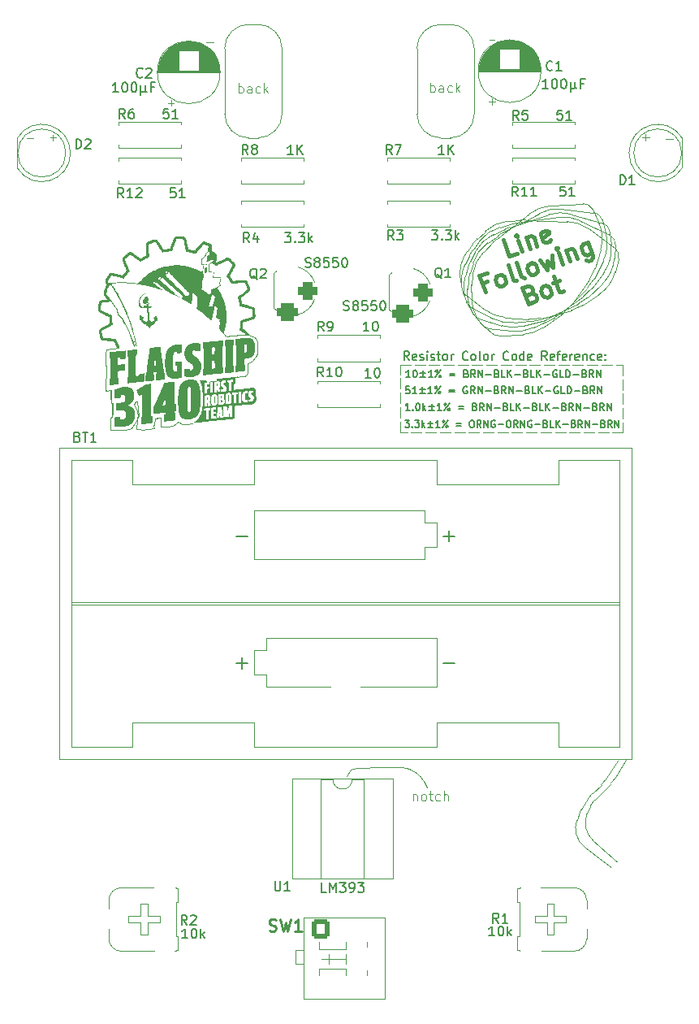
<source format=gbr>
%TF.GenerationSoftware,KiCad,Pcbnew,8.0.2*%
%TF.CreationDate,2024-05-30T02:19:43-04:00*%
%TF.ProjectId,Line-following-learn-to-solder-kit,4c696e65-2d66-46f6-9c6c-6f77696e672d,0*%
%TF.SameCoordinates,Original*%
%TF.FileFunction,Legend,Top*%
%TF.FilePolarity,Positive*%
%FSLAX46Y46*%
G04 Gerber Fmt 4.6, Leading zero omitted, Abs format (unit mm)*
G04 Created by KiCad (PCBNEW 8.0.2) date 2024-05-30 02:19:43*
%MOMM*%
%LPD*%
G01*
G04 APERTURE LIST*
G04 Aperture macros list*
%AMRoundRect*
0 Rectangle with rounded corners*
0 $1 Rounding radius*
0 $2 $3 $4 $5 $6 $7 $8 $9 X,Y pos of 4 corners*
0 Add a 4 corners polygon primitive as box body*
4,1,4,$2,$3,$4,$5,$6,$7,$8,$9,$2,$3,0*
0 Add four circle primitives for the rounded corners*
1,1,$1+$1,$2,$3*
1,1,$1+$1,$4,$5*
1,1,$1+$1,$6,$7*
1,1,$1+$1,$8,$9*
0 Add four rect primitives between the rounded corners*
20,1,$1+$1,$2,$3,$4,$5,0*
20,1,$1+$1,$4,$5,$6,$7,0*
20,1,$1+$1,$6,$7,$8,$9,0*
20,1,$1+$1,$8,$9,$2,$3,0*%
G04 Aperture macros list end*
%ADD10C,0.100000*%
%ADD11C,0.400000*%
%ADD12C,0.200000*%
%ADD13C,0.187500*%
%ADD14C,0.170000*%
%ADD15C,0.150000*%
%ADD16C,0.254000*%
%ADD17C,0.000000*%
%ADD18C,0.120000*%
%ADD19C,10.000000*%
%ADD20C,5.400000*%
%ADD21C,3.000000*%
%ADD22O,3.300000X6.000000*%
%ADD23C,3.300000*%
%ADD24O,1.800000X2.200000*%
%ADD25R,2.400000X1.600000*%
%ADD26O,2.400000X1.600000*%
%ADD27C,2.200000*%
%ADD28R,2.200000X1.800000*%
%ADD29RoundRect,0.450000X-0.550000X0.450000X-0.550000X-0.450000X0.550000X-0.450000X0.550000X0.450000X0*%
%ADD30RoundRect,0.450000X-0.650000X0.450000X-0.650000X-0.450000X0.650000X-0.450000X0.650000X0.450000X0*%
%ADD31R,1.800000X1.800000*%
%ADD32C,1.800000*%
%ADD33RoundRect,0.225000X-0.675000X-0.775000X0.675000X-0.775000X0.675000X0.775000X-0.675000X0.775000X0*%
%ADD34O,1.800000X2.000000*%
%ADD35R,2.200000X2.500000*%
%ADD36O,2.500000X2.200000*%
%ADD37O,2.200000X2.500000*%
%ADD38R,1.600000X1.600000*%
%ADD39C,1.600000*%
G04 APERTURE END LIST*
D10*
X103551975Y-85859024D02*
X103609756Y-86786090D01*
X115193771Y-76658144D02*
X111781115Y-76897624D01*
X106411985Y-90415213D02*
G75*
G02*
X105721785Y-90181949I-46827J999187D01*
G01*
X111039360Y-89570618D02*
G75*
G02*
X108921786Y-90297314I-2305315J3269006D01*
G01*
X109611228Y-77725848D02*
X106192054Y-80375028D01*
X103551975Y-85859024D02*
G75*
G02*
X103573408Y-85127918I3992812J248813D01*
G01*
X111039360Y-89570618D02*
X113052533Y-88150902D01*
X105028914Y-89599810D02*
G75*
G02*
X103609752Y-86786090I2573159J3062583D01*
G01*
X116808395Y-78568450D02*
G75*
G02*
X117030182Y-81444685I-3609145J-1724970D01*
G01*
X103707332Y-84025262D02*
X103573407Y-85127918D01*
X105803666Y-80718455D02*
X104839869Y-81689007D01*
X116440671Y-83406198D02*
G75*
G02*
X115872963Y-84568494I-3829110J1150485D01*
G01*
X106411985Y-90415213D02*
X108921786Y-90297311D01*
X116440671Y-83406198D02*
X117030179Y-81444684D01*
X103707332Y-84025262D02*
G75*
G02*
X104839869Y-81689007I3970937J-482339D01*
G01*
X105028914Y-89599810D02*
X105721785Y-90181949D01*
X116808395Y-78568450D02*
X116166011Y-77224454D01*
X115193771Y-76658144D02*
G75*
G02*
X116165977Y-77224470I70067J-997368D01*
G01*
X109611228Y-77725848D02*
G75*
G02*
X111781115Y-76897623I2449897J-3161965D01*
G01*
X105803666Y-80718455D02*
G75*
G02*
X106192054Y-80375027I2839418J-2819811D01*
G01*
X114010288Y-87195576D02*
X115872963Y-84568494D01*
X114010288Y-87195576D02*
G75*
G02*
X113052528Y-88150895I-3262752J2313326D01*
G01*
X106372723Y-79959808D02*
X105255033Y-80748253D01*
X117583609Y-79753417D02*
G75*
G02*
X117302571Y-82624466I-3853841J-1072039D01*
G01*
X105287976Y-89614883D02*
G75*
G02*
X104648767Y-89265311I127391J992140D01*
G01*
X109991713Y-89586654D02*
X112220832Y-88538091D01*
X110642100Y-77673841D02*
G75*
G02*
X112922840Y-77235005I1863575J-3539256D01*
G01*
X104067510Y-88571701D02*
X104648767Y-89265311D01*
X116381406Y-84453814D02*
X117302572Y-82624467D01*
X113329927Y-87763592D02*
G75*
G02*
X112220832Y-88538090I-2811484J2844724D01*
G01*
X116325236Y-77591756D02*
G75*
G02*
X117184375Y-78318288I-104173J-994428D01*
G01*
X116381406Y-84453814D02*
G75*
G02*
X115620494Y-85499872I-3571228J1797966D01*
G01*
X109991713Y-89586654D02*
G75*
G02*
X107780120Y-89934595I-1702635J3619676D01*
G01*
X110642100Y-77673841D02*
X106814846Y-79689041D01*
X117583609Y-79753417D02*
X117184367Y-78318290D01*
X103262589Y-84631278D02*
G75*
G02*
X103410651Y-83915001I3975255J-448284D01*
G01*
X103734016Y-82852352D02*
X103410651Y-83915001D01*
X103262589Y-84631278D02*
X103158509Y-85554293D01*
X113329927Y-87763592D02*
X115620492Y-85499870D01*
X105287976Y-89614883D02*
X107780120Y-89934594D01*
X104067510Y-88571701D02*
G75*
G02*
X103158499Y-85554292I3065941J2569258D01*
G01*
X106372723Y-79959808D02*
G75*
G02*
X106814847Y-79689043I2306439J-3269765D01*
G01*
X103734016Y-82852352D02*
G75*
G02*
X105255033Y-80748253I3826855J-1164559D01*
G01*
X116325236Y-77591756D02*
X112922841Y-77234996D01*
D11*
X109738895Y-86025660D02*
X110009846Y-86018257D01*
X110009846Y-86018257D02*
X110119707Y-86069486D01*
X110119707Y-86069486D02*
X110258884Y-86201260D01*
X110258884Y-86201260D02*
X110346832Y-86442896D01*
X110346832Y-86442896D02*
X110324919Y-86633302D01*
X110324919Y-86633302D02*
X110273690Y-86743163D01*
X110273690Y-86743163D02*
X110141916Y-86882340D01*
X110141916Y-86882340D02*
X109497555Y-87116868D01*
X109497555Y-87116868D02*
X108881919Y-85425421D01*
X108881919Y-85425421D02*
X109445735Y-85220209D01*
X109445735Y-85220209D02*
X109636141Y-85242122D01*
X109636141Y-85242122D02*
X109746002Y-85293351D01*
X109746002Y-85293351D02*
X109885179Y-85425125D01*
X109885179Y-85425125D02*
X109943811Y-85586216D01*
X109943811Y-85586216D02*
X109921898Y-85776622D01*
X109921898Y-85776622D02*
X109870669Y-85886483D01*
X109870669Y-85886483D02*
X109738895Y-86025660D01*
X109738895Y-86025660D02*
X109175079Y-86230872D01*
X111430637Y-86413284D02*
X111240231Y-86391371D01*
X111240231Y-86391371D02*
X111130370Y-86340142D01*
X111130370Y-86340142D02*
X110991193Y-86208367D01*
X110991193Y-86208367D02*
X110815297Y-85725097D01*
X110815297Y-85725097D02*
X110837210Y-85534691D01*
X110837210Y-85534691D02*
X110888439Y-85424830D01*
X110888439Y-85424830D02*
X111020213Y-85285653D01*
X111020213Y-85285653D02*
X111261848Y-85197705D01*
X111261848Y-85197705D02*
X111452255Y-85219618D01*
X111452255Y-85219618D02*
X111562116Y-85270847D01*
X111562116Y-85270847D02*
X111701293Y-85402621D01*
X111701293Y-85402621D02*
X111877189Y-85885891D01*
X111877189Y-85885891D02*
X111855276Y-86076297D01*
X111855276Y-86076297D02*
X111804047Y-86186159D01*
X111804047Y-86186159D02*
X111672273Y-86325336D01*
X111672273Y-86325336D02*
X111430637Y-86413284D01*
X112067299Y-84904545D02*
X112711660Y-84670016D01*
X112103722Y-84252781D02*
X112631410Y-85702592D01*
X112631410Y-85702592D02*
X112770587Y-85834367D01*
X112770587Y-85834367D02*
X112960994Y-85856280D01*
X112960994Y-85856280D02*
X113122084Y-85797648D01*
X108303006Y-81823708D02*
X107497555Y-82116868D01*
X107497555Y-82116868D02*
X106881919Y-80425421D01*
X108866822Y-81618496D02*
X108456398Y-80490865D01*
X108251186Y-79927049D02*
X108199957Y-80036910D01*
X108199957Y-80036910D02*
X108309818Y-80088139D01*
X108309818Y-80088139D02*
X108361047Y-79978278D01*
X108361047Y-79978278D02*
X108251186Y-79927049D01*
X108251186Y-79927049D02*
X108309818Y-80088139D01*
X109261849Y-80197704D02*
X109672273Y-81325336D01*
X109320481Y-80358795D02*
X109371710Y-80248933D01*
X109371710Y-80248933D02*
X109503484Y-80109756D01*
X109503484Y-80109756D02*
X109745119Y-80021808D01*
X109745119Y-80021808D02*
X109935525Y-80043721D01*
X109935525Y-80043721D02*
X110074703Y-80175496D01*
X110074703Y-80175496D02*
X110397179Y-81061491D01*
X111817674Y-80453258D02*
X111685900Y-80592435D01*
X111685900Y-80592435D02*
X111363719Y-80709699D01*
X111363719Y-80709699D02*
X111173313Y-80687786D01*
X111173313Y-80687786D02*
X111034136Y-80556012D01*
X111034136Y-80556012D02*
X110799608Y-79911652D01*
X110799608Y-79911652D02*
X110821521Y-79721245D01*
X110821521Y-79721245D02*
X110953295Y-79582068D01*
X110953295Y-79582068D02*
X111275475Y-79464804D01*
X111275475Y-79464804D02*
X111465882Y-79486717D01*
X111465882Y-79486717D02*
X111605059Y-79618491D01*
X111605059Y-79618491D02*
X111663691Y-79779582D01*
X111663691Y-79779582D02*
X110916872Y-80233832D01*
X105238895Y-84775660D02*
X104675079Y-84980872D01*
X104997555Y-85866868D02*
X104381919Y-84175421D01*
X104381919Y-84175421D02*
X105187370Y-83882261D01*
X106689002Y-85251232D02*
X106498596Y-85229319D01*
X106498596Y-85229319D02*
X106388735Y-85178090D01*
X106388735Y-85178090D02*
X106249558Y-85046315D01*
X106249558Y-85046315D02*
X106073662Y-84563045D01*
X106073662Y-84563045D02*
X106095575Y-84372639D01*
X106095575Y-84372639D02*
X106146804Y-84262778D01*
X106146804Y-84262778D02*
X106278578Y-84123601D01*
X106278578Y-84123601D02*
X106520213Y-84035653D01*
X106520213Y-84035653D02*
X106710619Y-84057566D01*
X106710619Y-84057566D02*
X106820480Y-84108795D01*
X106820480Y-84108795D02*
X106959657Y-84240569D01*
X106959657Y-84240569D02*
X107135554Y-84723839D01*
X107135554Y-84723839D02*
X107113640Y-84914246D01*
X107113640Y-84914246D02*
X107062411Y-85024107D01*
X107062411Y-85024107D02*
X106930637Y-85163284D01*
X106930637Y-85163284D02*
X106689002Y-85251232D01*
X108219358Y-84694228D02*
X108028952Y-84672315D01*
X108028952Y-84672315D02*
X107889775Y-84540540D01*
X107889775Y-84540540D02*
X107362087Y-83090729D01*
X109105354Y-84371752D02*
X108914948Y-84349839D01*
X108914948Y-84349839D02*
X108775771Y-84218064D01*
X108775771Y-84218064D02*
X108248082Y-82768253D01*
X109991350Y-84049276D02*
X109800944Y-84027362D01*
X109800944Y-84027362D02*
X109691082Y-83976133D01*
X109691082Y-83976133D02*
X109551905Y-83844359D01*
X109551905Y-83844359D02*
X109376009Y-83361089D01*
X109376009Y-83361089D02*
X109397922Y-83170683D01*
X109397922Y-83170683D02*
X109449151Y-83060821D01*
X109449151Y-83060821D02*
X109580926Y-82921644D01*
X109580926Y-82921644D02*
X109822561Y-82833696D01*
X109822561Y-82833696D02*
X110012967Y-82855609D01*
X110012967Y-82855609D02*
X110122828Y-82906838D01*
X110122828Y-82906838D02*
X110262005Y-83038613D01*
X110262005Y-83038613D02*
X110437901Y-83521883D01*
X110437901Y-83521883D02*
X110415988Y-83712289D01*
X110415988Y-83712289D02*
X110364759Y-83822150D01*
X110364759Y-83822150D02*
X110232985Y-83961327D01*
X110232985Y-83961327D02*
X109991350Y-84049276D01*
X110708556Y-82511220D02*
X111441161Y-83521587D01*
X111441161Y-83521587D02*
X111470181Y-82598873D01*
X111470181Y-82598873D02*
X112085521Y-83287059D01*
X112085521Y-83287059D02*
X111997278Y-82042164D01*
X113052062Y-82935267D02*
X112641638Y-81807636D01*
X112436426Y-81243821D02*
X112385197Y-81353682D01*
X112385197Y-81353682D02*
X112495058Y-81404911D01*
X112495058Y-81404911D02*
X112546287Y-81295050D01*
X112546287Y-81295050D02*
X112436426Y-81243821D01*
X112436426Y-81243821D02*
X112495058Y-81404911D01*
X113447089Y-81514476D02*
X113857513Y-82642107D01*
X113505721Y-81675566D02*
X113556950Y-81565705D01*
X113556950Y-81565705D02*
X113688724Y-81426528D01*
X113688724Y-81426528D02*
X113930359Y-81338580D01*
X113930359Y-81338580D02*
X114120766Y-81360493D01*
X114120766Y-81360493D02*
X114259943Y-81492267D01*
X114259943Y-81492267D02*
X114582419Y-82378263D01*
X115702351Y-80693628D02*
X116200723Y-82062894D01*
X116200723Y-82062894D02*
X116178810Y-82253300D01*
X116178810Y-82253300D02*
X116127581Y-82363161D01*
X116127581Y-82363161D02*
X115995807Y-82502339D01*
X115995807Y-82502339D02*
X115754171Y-82590287D01*
X115754171Y-82590287D02*
X115563765Y-82568374D01*
X116083459Y-81740714D02*
X115951685Y-81879891D01*
X115951685Y-81879891D02*
X115629504Y-81997155D01*
X115629504Y-81997155D02*
X115439098Y-81975242D01*
X115439098Y-81975242D02*
X115329237Y-81924013D01*
X115329237Y-81924013D02*
X115190060Y-81792239D01*
X115190060Y-81792239D02*
X115014164Y-81308968D01*
X115014164Y-81308968D02*
X115036077Y-81118562D01*
X115036077Y-81118562D02*
X115087306Y-81008701D01*
X115087306Y-81008701D02*
X115219080Y-80869524D01*
X115219080Y-80869524D02*
X115541261Y-80752260D01*
X115541261Y-80752260D02*
X115731667Y-80774173D01*
D10*
X90430000Y-155330000D02*
X90430000Y-155830000D01*
X90430000Y-154830000D02*
X90430000Y-155330000D01*
X90430000Y-155330000D02*
X90430000Y-154830000D01*
X87930000Y-155330000D02*
X90430000Y-155330000D01*
X88680000Y-154830000D02*
X88680000Y-155830000D01*
X87680000Y-156330000D02*
X87680000Y-157080000D01*
X90430000Y-156330000D02*
X87680000Y-156330000D01*
X90430000Y-157080000D02*
X90430000Y-156330000D01*
X92680000Y-157080000D02*
X92680000Y-156580000D01*
X92680000Y-153580000D02*
X92680000Y-154080000D01*
X90430000Y-154330000D02*
X90430000Y-153580000D01*
X87680000Y-154330000D02*
X90430000Y-154330000D01*
X87680000Y-153580000D02*
X87680000Y-154330000D01*
X85230000Y-155880000D02*
X86055000Y-155880000D01*
X85230000Y-154455000D02*
X85230000Y-155880000D01*
X86030000Y-154455000D02*
X85230000Y-154455000D01*
X75930000Y-59830000D02*
X76680000Y-59830000D01*
X105430000Y-59580000D02*
X105930000Y-59580000D01*
X96130000Y-93455000D02*
X97230000Y-93455000D01*
X97630000Y-93455000D02*
X98730000Y-93455000D01*
X99130000Y-93455000D02*
X100230000Y-93455000D01*
X100630000Y-93455000D02*
X101730000Y-93455000D01*
X102130000Y-93455000D02*
X103230000Y-93455000D01*
X103630000Y-93455000D02*
X104730000Y-93455000D01*
X105130000Y-93455000D02*
X106230000Y-93455000D01*
X106630000Y-93455000D02*
X107730000Y-93455000D01*
X108130000Y-93455000D02*
X109230000Y-93455000D01*
X109630000Y-93455000D02*
X110730000Y-93455000D01*
X111130000Y-93455000D02*
X112230000Y-93455000D01*
X112630000Y-93455000D02*
X113730000Y-93455000D01*
X114130000Y-93455000D02*
X115230000Y-93455000D01*
X115630000Y-93455000D02*
X116730000Y-93455000D01*
X117130000Y-93455000D02*
X118230000Y-93455000D01*
X118630000Y-93455000D02*
X119380000Y-93455000D01*
X119380000Y-93455000D02*
X119380000Y-94555000D01*
X119380000Y-94955000D02*
X119380000Y-96055000D01*
X119380000Y-96455000D02*
X119380000Y-97555000D01*
X119380000Y-97955000D02*
X119380000Y-99055000D01*
X119380000Y-99455000D02*
X119380000Y-100455000D01*
X119380000Y-100455000D02*
X118280000Y-100455000D01*
X117880000Y-100455000D02*
X116780000Y-100455000D01*
X116380000Y-100455000D02*
X115280000Y-100455000D01*
X114880000Y-100455000D02*
X113780000Y-100455000D01*
X113380000Y-100455000D02*
X112280000Y-100455000D01*
X111880000Y-100455000D02*
X110780000Y-100455000D01*
X110380000Y-100455000D02*
X109280000Y-100455000D01*
X108880000Y-100455000D02*
X107780000Y-100455000D01*
X107380000Y-100455000D02*
X106280000Y-100455000D01*
X105880000Y-100455000D02*
X104780000Y-100455000D01*
X104380000Y-100455000D02*
X103280000Y-100455000D01*
X102880000Y-100455000D02*
X101780000Y-100455000D01*
X101380000Y-100455000D02*
X100280000Y-100455000D01*
X99880000Y-100455000D02*
X98780000Y-100455000D01*
X98380000Y-100455000D02*
X97280000Y-100455000D01*
X96880000Y-100455000D02*
X96130000Y-100455000D01*
X96130000Y-100455000D02*
X96130000Y-99355000D01*
X96130000Y-98955000D02*
X96130000Y-97855000D01*
X96130000Y-97455000D02*
X96130000Y-96355000D01*
X96130000Y-95955000D02*
X96130000Y-94855000D01*
X96130000Y-94455000D02*
X96130000Y-93455000D01*
D12*
X97069284Y-92959457D02*
X96769284Y-92530885D01*
X96554998Y-92959457D02*
X96554998Y-92059457D01*
X96554998Y-92059457D02*
X96897855Y-92059457D01*
X96897855Y-92059457D02*
X96983570Y-92102314D01*
X96983570Y-92102314D02*
X97026427Y-92145171D01*
X97026427Y-92145171D02*
X97069284Y-92230885D01*
X97069284Y-92230885D02*
X97069284Y-92359457D01*
X97069284Y-92359457D02*
X97026427Y-92445171D01*
X97026427Y-92445171D02*
X96983570Y-92488028D01*
X96983570Y-92488028D02*
X96897855Y-92530885D01*
X96897855Y-92530885D02*
X96554998Y-92530885D01*
X97797855Y-92916600D02*
X97712141Y-92959457D01*
X97712141Y-92959457D02*
X97540713Y-92959457D01*
X97540713Y-92959457D02*
X97454998Y-92916600D01*
X97454998Y-92916600D02*
X97412141Y-92830885D01*
X97412141Y-92830885D02*
X97412141Y-92488028D01*
X97412141Y-92488028D02*
X97454998Y-92402314D01*
X97454998Y-92402314D02*
X97540713Y-92359457D01*
X97540713Y-92359457D02*
X97712141Y-92359457D01*
X97712141Y-92359457D02*
X97797855Y-92402314D01*
X97797855Y-92402314D02*
X97840713Y-92488028D01*
X97840713Y-92488028D02*
X97840713Y-92573742D01*
X97840713Y-92573742D02*
X97412141Y-92659457D01*
X98183570Y-92916600D02*
X98269284Y-92959457D01*
X98269284Y-92959457D02*
X98440713Y-92959457D01*
X98440713Y-92959457D02*
X98526427Y-92916600D01*
X98526427Y-92916600D02*
X98569284Y-92830885D01*
X98569284Y-92830885D02*
X98569284Y-92788028D01*
X98569284Y-92788028D02*
X98526427Y-92702314D01*
X98526427Y-92702314D02*
X98440713Y-92659457D01*
X98440713Y-92659457D02*
X98312142Y-92659457D01*
X98312142Y-92659457D02*
X98226427Y-92616600D01*
X98226427Y-92616600D02*
X98183570Y-92530885D01*
X98183570Y-92530885D02*
X98183570Y-92488028D01*
X98183570Y-92488028D02*
X98226427Y-92402314D01*
X98226427Y-92402314D02*
X98312142Y-92359457D01*
X98312142Y-92359457D02*
X98440713Y-92359457D01*
X98440713Y-92359457D02*
X98526427Y-92402314D01*
X98954998Y-92959457D02*
X98954998Y-92359457D01*
X98954998Y-92059457D02*
X98912141Y-92102314D01*
X98912141Y-92102314D02*
X98954998Y-92145171D01*
X98954998Y-92145171D02*
X98997855Y-92102314D01*
X98997855Y-92102314D02*
X98954998Y-92059457D01*
X98954998Y-92059457D02*
X98954998Y-92145171D01*
X99340712Y-92916600D02*
X99426426Y-92959457D01*
X99426426Y-92959457D02*
X99597855Y-92959457D01*
X99597855Y-92959457D02*
X99683569Y-92916600D01*
X99683569Y-92916600D02*
X99726426Y-92830885D01*
X99726426Y-92830885D02*
X99726426Y-92788028D01*
X99726426Y-92788028D02*
X99683569Y-92702314D01*
X99683569Y-92702314D02*
X99597855Y-92659457D01*
X99597855Y-92659457D02*
X99469284Y-92659457D01*
X99469284Y-92659457D02*
X99383569Y-92616600D01*
X99383569Y-92616600D02*
X99340712Y-92530885D01*
X99340712Y-92530885D02*
X99340712Y-92488028D01*
X99340712Y-92488028D02*
X99383569Y-92402314D01*
X99383569Y-92402314D02*
X99469284Y-92359457D01*
X99469284Y-92359457D02*
X99597855Y-92359457D01*
X99597855Y-92359457D02*
X99683569Y-92402314D01*
X99983569Y-92359457D02*
X100326426Y-92359457D01*
X100112140Y-92059457D02*
X100112140Y-92830885D01*
X100112140Y-92830885D02*
X100154997Y-92916600D01*
X100154997Y-92916600D02*
X100240712Y-92959457D01*
X100240712Y-92959457D02*
X100326426Y-92959457D01*
X100754998Y-92959457D02*
X100669283Y-92916600D01*
X100669283Y-92916600D02*
X100626426Y-92873742D01*
X100626426Y-92873742D02*
X100583569Y-92788028D01*
X100583569Y-92788028D02*
X100583569Y-92530885D01*
X100583569Y-92530885D02*
X100626426Y-92445171D01*
X100626426Y-92445171D02*
X100669283Y-92402314D01*
X100669283Y-92402314D02*
X100754998Y-92359457D01*
X100754998Y-92359457D02*
X100883569Y-92359457D01*
X100883569Y-92359457D02*
X100969283Y-92402314D01*
X100969283Y-92402314D02*
X101012141Y-92445171D01*
X101012141Y-92445171D02*
X101054998Y-92530885D01*
X101054998Y-92530885D02*
X101054998Y-92788028D01*
X101054998Y-92788028D02*
X101012141Y-92873742D01*
X101012141Y-92873742D02*
X100969283Y-92916600D01*
X100969283Y-92916600D02*
X100883569Y-92959457D01*
X100883569Y-92959457D02*
X100754998Y-92959457D01*
X101440712Y-92959457D02*
X101440712Y-92359457D01*
X101440712Y-92530885D02*
X101483569Y-92445171D01*
X101483569Y-92445171D02*
X101526427Y-92402314D01*
X101526427Y-92402314D02*
X101612141Y-92359457D01*
X101612141Y-92359457D02*
X101697855Y-92359457D01*
X103197855Y-92873742D02*
X103154998Y-92916600D01*
X103154998Y-92916600D02*
X103026426Y-92959457D01*
X103026426Y-92959457D02*
X102940712Y-92959457D01*
X102940712Y-92959457D02*
X102812141Y-92916600D01*
X102812141Y-92916600D02*
X102726426Y-92830885D01*
X102726426Y-92830885D02*
X102683569Y-92745171D01*
X102683569Y-92745171D02*
X102640712Y-92573742D01*
X102640712Y-92573742D02*
X102640712Y-92445171D01*
X102640712Y-92445171D02*
X102683569Y-92273742D01*
X102683569Y-92273742D02*
X102726426Y-92188028D01*
X102726426Y-92188028D02*
X102812141Y-92102314D01*
X102812141Y-92102314D02*
X102940712Y-92059457D01*
X102940712Y-92059457D02*
X103026426Y-92059457D01*
X103026426Y-92059457D02*
X103154998Y-92102314D01*
X103154998Y-92102314D02*
X103197855Y-92145171D01*
X103712141Y-92959457D02*
X103626426Y-92916600D01*
X103626426Y-92916600D02*
X103583569Y-92873742D01*
X103583569Y-92873742D02*
X103540712Y-92788028D01*
X103540712Y-92788028D02*
X103540712Y-92530885D01*
X103540712Y-92530885D02*
X103583569Y-92445171D01*
X103583569Y-92445171D02*
X103626426Y-92402314D01*
X103626426Y-92402314D02*
X103712141Y-92359457D01*
X103712141Y-92359457D02*
X103840712Y-92359457D01*
X103840712Y-92359457D02*
X103926426Y-92402314D01*
X103926426Y-92402314D02*
X103969284Y-92445171D01*
X103969284Y-92445171D02*
X104012141Y-92530885D01*
X104012141Y-92530885D02*
X104012141Y-92788028D01*
X104012141Y-92788028D02*
X103969284Y-92873742D01*
X103969284Y-92873742D02*
X103926426Y-92916600D01*
X103926426Y-92916600D02*
X103840712Y-92959457D01*
X103840712Y-92959457D02*
X103712141Y-92959457D01*
X104526427Y-92959457D02*
X104440712Y-92916600D01*
X104440712Y-92916600D02*
X104397855Y-92830885D01*
X104397855Y-92830885D02*
X104397855Y-92059457D01*
X104997856Y-92959457D02*
X104912141Y-92916600D01*
X104912141Y-92916600D02*
X104869284Y-92873742D01*
X104869284Y-92873742D02*
X104826427Y-92788028D01*
X104826427Y-92788028D02*
X104826427Y-92530885D01*
X104826427Y-92530885D02*
X104869284Y-92445171D01*
X104869284Y-92445171D02*
X104912141Y-92402314D01*
X104912141Y-92402314D02*
X104997856Y-92359457D01*
X104997856Y-92359457D02*
X105126427Y-92359457D01*
X105126427Y-92359457D02*
X105212141Y-92402314D01*
X105212141Y-92402314D02*
X105254999Y-92445171D01*
X105254999Y-92445171D02*
X105297856Y-92530885D01*
X105297856Y-92530885D02*
X105297856Y-92788028D01*
X105297856Y-92788028D02*
X105254999Y-92873742D01*
X105254999Y-92873742D02*
X105212141Y-92916600D01*
X105212141Y-92916600D02*
X105126427Y-92959457D01*
X105126427Y-92959457D02*
X104997856Y-92959457D01*
X105683570Y-92959457D02*
X105683570Y-92359457D01*
X105683570Y-92530885D02*
X105726427Y-92445171D01*
X105726427Y-92445171D02*
X105769285Y-92402314D01*
X105769285Y-92402314D02*
X105854999Y-92359457D01*
X105854999Y-92359457D02*
X105940713Y-92359457D01*
X107440713Y-92873742D02*
X107397856Y-92916600D01*
X107397856Y-92916600D02*
X107269284Y-92959457D01*
X107269284Y-92959457D02*
X107183570Y-92959457D01*
X107183570Y-92959457D02*
X107054999Y-92916600D01*
X107054999Y-92916600D02*
X106969284Y-92830885D01*
X106969284Y-92830885D02*
X106926427Y-92745171D01*
X106926427Y-92745171D02*
X106883570Y-92573742D01*
X106883570Y-92573742D02*
X106883570Y-92445171D01*
X106883570Y-92445171D02*
X106926427Y-92273742D01*
X106926427Y-92273742D02*
X106969284Y-92188028D01*
X106969284Y-92188028D02*
X107054999Y-92102314D01*
X107054999Y-92102314D02*
X107183570Y-92059457D01*
X107183570Y-92059457D02*
X107269284Y-92059457D01*
X107269284Y-92059457D02*
X107397856Y-92102314D01*
X107397856Y-92102314D02*
X107440713Y-92145171D01*
X107954999Y-92959457D02*
X107869284Y-92916600D01*
X107869284Y-92916600D02*
X107826427Y-92873742D01*
X107826427Y-92873742D02*
X107783570Y-92788028D01*
X107783570Y-92788028D02*
X107783570Y-92530885D01*
X107783570Y-92530885D02*
X107826427Y-92445171D01*
X107826427Y-92445171D02*
X107869284Y-92402314D01*
X107869284Y-92402314D02*
X107954999Y-92359457D01*
X107954999Y-92359457D02*
X108083570Y-92359457D01*
X108083570Y-92359457D02*
X108169284Y-92402314D01*
X108169284Y-92402314D02*
X108212142Y-92445171D01*
X108212142Y-92445171D02*
X108254999Y-92530885D01*
X108254999Y-92530885D02*
X108254999Y-92788028D01*
X108254999Y-92788028D02*
X108212142Y-92873742D01*
X108212142Y-92873742D02*
X108169284Y-92916600D01*
X108169284Y-92916600D02*
X108083570Y-92959457D01*
X108083570Y-92959457D02*
X107954999Y-92959457D01*
X109026428Y-92959457D02*
X109026428Y-92059457D01*
X109026428Y-92916600D02*
X108940713Y-92959457D01*
X108940713Y-92959457D02*
X108769285Y-92959457D01*
X108769285Y-92959457D02*
X108683570Y-92916600D01*
X108683570Y-92916600D02*
X108640713Y-92873742D01*
X108640713Y-92873742D02*
X108597856Y-92788028D01*
X108597856Y-92788028D02*
X108597856Y-92530885D01*
X108597856Y-92530885D02*
X108640713Y-92445171D01*
X108640713Y-92445171D02*
X108683570Y-92402314D01*
X108683570Y-92402314D02*
X108769285Y-92359457D01*
X108769285Y-92359457D02*
X108940713Y-92359457D01*
X108940713Y-92359457D02*
X109026428Y-92402314D01*
X109797856Y-92916600D02*
X109712142Y-92959457D01*
X109712142Y-92959457D02*
X109540714Y-92959457D01*
X109540714Y-92959457D02*
X109454999Y-92916600D01*
X109454999Y-92916600D02*
X109412142Y-92830885D01*
X109412142Y-92830885D02*
X109412142Y-92488028D01*
X109412142Y-92488028D02*
X109454999Y-92402314D01*
X109454999Y-92402314D02*
X109540714Y-92359457D01*
X109540714Y-92359457D02*
X109712142Y-92359457D01*
X109712142Y-92359457D02*
X109797856Y-92402314D01*
X109797856Y-92402314D02*
X109840714Y-92488028D01*
X109840714Y-92488028D02*
X109840714Y-92573742D01*
X109840714Y-92573742D02*
X109412142Y-92659457D01*
X111426428Y-92959457D02*
X111126428Y-92530885D01*
X110912142Y-92959457D02*
X110912142Y-92059457D01*
X110912142Y-92059457D02*
X111254999Y-92059457D01*
X111254999Y-92059457D02*
X111340714Y-92102314D01*
X111340714Y-92102314D02*
X111383571Y-92145171D01*
X111383571Y-92145171D02*
X111426428Y-92230885D01*
X111426428Y-92230885D02*
X111426428Y-92359457D01*
X111426428Y-92359457D02*
X111383571Y-92445171D01*
X111383571Y-92445171D02*
X111340714Y-92488028D01*
X111340714Y-92488028D02*
X111254999Y-92530885D01*
X111254999Y-92530885D02*
X110912142Y-92530885D01*
X112154999Y-92916600D02*
X112069285Y-92959457D01*
X112069285Y-92959457D02*
X111897857Y-92959457D01*
X111897857Y-92959457D02*
X111812142Y-92916600D01*
X111812142Y-92916600D02*
X111769285Y-92830885D01*
X111769285Y-92830885D02*
X111769285Y-92488028D01*
X111769285Y-92488028D02*
X111812142Y-92402314D01*
X111812142Y-92402314D02*
X111897857Y-92359457D01*
X111897857Y-92359457D02*
X112069285Y-92359457D01*
X112069285Y-92359457D02*
X112154999Y-92402314D01*
X112154999Y-92402314D02*
X112197857Y-92488028D01*
X112197857Y-92488028D02*
X112197857Y-92573742D01*
X112197857Y-92573742D02*
X111769285Y-92659457D01*
X112455000Y-92359457D02*
X112797857Y-92359457D01*
X112583571Y-92959457D02*
X112583571Y-92188028D01*
X112583571Y-92188028D02*
X112626428Y-92102314D01*
X112626428Y-92102314D02*
X112712143Y-92059457D01*
X112712143Y-92059457D02*
X112797857Y-92059457D01*
X113440714Y-92916600D02*
X113355000Y-92959457D01*
X113355000Y-92959457D02*
X113183572Y-92959457D01*
X113183572Y-92959457D02*
X113097857Y-92916600D01*
X113097857Y-92916600D02*
X113055000Y-92830885D01*
X113055000Y-92830885D02*
X113055000Y-92488028D01*
X113055000Y-92488028D02*
X113097857Y-92402314D01*
X113097857Y-92402314D02*
X113183572Y-92359457D01*
X113183572Y-92359457D02*
X113355000Y-92359457D01*
X113355000Y-92359457D02*
X113440714Y-92402314D01*
X113440714Y-92402314D02*
X113483572Y-92488028D01*
X113483572Y-92488028D02*
X113483572Y-92573742D01*
X113483572Y-92573742D02*
X113055000Y-92659457D01*
X113869286Y-92959457D02*
X113869286Y-92359457D01*
X113869286Y-92530885D02*
X113912143Y-92445171D01*
X113912143Y-92445171D02*
X113955001Y-92402314D01*
X113955001Y-92402314D02*
X114040715Y-92359457D01*
X114040715Y-92359457D02*
X114126429Y-92359457D01*
X114769286Y-92916600D02*
X114683572Y-92959457D01*
X114683572Y-92959457D02*
X114512144Y-92959457D01*
X114512144Y-92959457D02*
X114426429Y-92916600D01*
X114426429Y-92916600D02*
X114383572Y-92830885D01*
X114383572Y-92830885D02*
X114383572Y-92488028D01*
X114383572Y-92488028D02*
X114426429Y-92402314D01*
X114426429Y-92402314D02*
X114512144Y-92359457D01*
X114512144Y-92359457D02*
X114683572Y-92359457D01*
X114683572Y-92359457D02*
X114769286Y-92402314D01*
X114769286Y-92402314D02*
X114812144Y-92488028D01*
X114812144Y-92488028D02*
X114812144Y-92573742D01*
X114812144Y-92573742D02*
X114383572Y-92659457D01*
X115197858Y-92359457D02*
X115197858Y-92959457D01*
X115197858Y-92445171D02*
X115240715Y-92402314D01*
X115240715Y-92402314D02*
X115326430Y-92359457D01*
X115326430Y-92359457D02*
X115455001Y-92359457D01*
X115455001Y-92359457D02*
X115540715Y-92402314D01*
X115540715Y-92402314D02*
X115583573Y-92488028D01*
X115583573Y-92488028D02*
X115583573Y-92959457D01*
X116397859Y-92916600D02*
X116312144Y-92959457D01*
X116312144Y-92959457D02*
X116140716Y-92959457D01*
X116140716Y-92959457D02*
X116055001Y-92916600D01*
X116055001Y-92916600D02*
X116012144Y-92873742D01*
X116012144Y-92873742D02*
X115969287Y-92788028D01*
X115969287Y-92788028D02*
X115969287Y-92530885D01*
X115969287Y-92530885D02*
X116012144Y-92445171D01*
X116012144Y-92445171D02*
X116055001Y-92402314D01*
X116055001Y-92402314D02*
X116140716Y-92359457D01*
X116140716Y-92359457D02*
X116312144Y-92359457D01*
X116312144Y-92359457D02*
X116397859Y-92402314D01*
X117126430Y-92916600D02*
X117040716Y-92959457D01*
X117040716Y-92959457D02*
X116869288Y-92959457D01*
X116869288Y-92959457D02*
X116783573Y-92916600D01*
X116783573Y-92916600D02*
X116740716Y-92830885D01*
X116740716Y-92830885D02*
X116740716Y-92488028D01*
X116740716Y-92488028D02*
X116783573Y-92402314D01*
X116783573Y-92402314D02*
X116869288Y-92359457D01*
X116869288Y-92359457D02*
X117040716Y-92359457D01*
X117040716Y-92359457D02*
X117126430Y-92402314D01*
X117126430Y-92402314D02*
X117169288Y-92488028D01*
X117169288Y-92488028D02*
X117169288Y-92573742D01*
X117169288Y-92573742D02*
X116740716Y-92659457D01*
X117555002Y-92873742D02*
X117597859Y-92916600D01*
X117597859Y-92916600D02*
X117555002Y-92959457D01*
X117555002Y-92959457D02*
X117512145Y-92916600D01*
X117512145Y-92916600D02*
X117555002Y-92873742D01*
X117555002Y-92873742D02*
X117555002Y-92959457D01*
X117555002Y-92402314D02*
X117597859Y-92445171D01*
X117597859Y-92445171D02*
X117555002Y-92488028D01*
X117555002Y-92488028D02*
X117512145Y-92445171D01*
X117512145Y-92445171D02*
X117555002Y-92402314D01*
X117555002Y-92402314D02*
X117555002Y-92488028D01*
D13*
X97174783Y-94753464D02*
X96746212Y-94753464D01*
X96960497Y-94753464D02*
X96960497Y-94003464D01*
X96960497Y-94003464D02*
X96889069Y-94110607D01*
X96889069Y-94110607D02*
X96817640Y-94182035D01*
X96817640Y-94182035D02*
X96746212Y-94217750D01*
X97639069Y-94003464D02*
X97710498Y-94003464D01*
X97710498Y-94003464D02*
X97781926Y-94039178D01*
X97781926Y-94039178D02*
X97817641Y-94074892D01*
X97817641Y-94074892D02*
X97853355Y-94146321D01*
X97853355Y-94146321D02*
X97889069Y-94289178D01*
X97889069Y-94289178D02*
X97889069Y-94467750D01*
X97889069Y-94467750D02*
X97853355Y-94610607D01*
X97853355Y-94610607D02*
X97817641Y-94682035D01*
X97817641Y-94682035D02*
X97781926Y-94717750D01*
X97781926Y-94717750D02*
X97710498Y-94753464D01*
X97710498Y-94753464D02*
X97639069Y-94753464D01*
X97639069Y-94753464D02*
X97567641Y-94717750D01*
X97567641Y-94717750D02*
X97531926Y-94682035D01*
X97531926Y-94682035D02*
X97496212Y-94610607D01*
X97496212Y-94610607D02*
X97460498Y-94467750D01*
X97460498Y-94467750D02*
X97460498Y-94289178D01*
X97460498Y-94289178D02*
X97496212Y-94146321D01*
X97496212Y-94146321D02*
X97531926Y-94074892D01*
X97531926Y-94074892D02*
X97567641Y-94039178D01*
X97567641Y-94039178D02*
X97639069Y-94003464D01*
X98210498Y-94324892D02*
X98781927Y-94324892D01*
X98496212Y-94610607D02*
X98496212Y-94039178D01*
X98781927Y-94753464D02*
X98210498Y-94753464D01*
X99531926Y-94753464D02*
X99103355Y-94753464D01*
X99317640Y-94753464D02*
X99317640Y-94003464D01*
X99317640Y-94003464D02*
X99246212Y-94110607D01*
X99246212Y-94110607D02*
X99174783Y-94182035D01*
X99174783Y-94182035D02*
X99103355Y-94217750D01*
X99817641Y-94753464D02*
X100389069Y-94003464D01*
X99924784Y-94003464D02*
X99996212Y-94039178D01*
X99996212Y-94039178D02*
X100031926Y-94110607D01*
X100031926Y-94110607D02*
X99996212Y-94182035D01*
X99996212Y-94182035D02*
X99924784Y-94217750D01*
X99924784Y-94217750D02*
X99853355Y-94182035D01*
X99853355Y-94182035D02*
X99817641Y-94110607D01*
X99817641Y-94110607D02*
X99853355Y-94039178D01*
X99853355Y-94039178D02*
X99924784Y-94003464D01*
X100353355Y-94717750D02*
X100389069Y-94646321D01*
X100389069Y-94646321D02*
X100353355Y-94574892D01*
X100353355Y-94574892D02*
X100281926Y-94539178D01*
X100281926Y-94539178D02*
X100210498Y-94574892D01*
X100210498Y-94574892D02*
X100174784Y-94646321D01*
X100174784Y-94646321D02*
X100210498Y-94717750D01*
X100210498Y-94717750D02*
X100281926Y-94753464D01*
X100281926Y-94753464D02*
X100353355Y-94717750D01*
X101281927Y-94360607D02*
X101853356Y-94360607D01*
X101853356Y-94574892D02*
X101281927Y-94574892D01*
X103031927Y-94360607D02*
X103139070Y-94396321D01*
X103139070Y-94396321D02*
X103174784Y-94432035D01*
X103174784Y-94432035D02*
X103210498Y-94503464D01*
X103210498Y-94503464D02*
X103210498Y-94610607D01*
X103210498Y-94610607D02*
X103174784Y-94682035D01*
X103174784Y-94682035D02*
X103139070Y-94717750D01*
X103139070Y-94717750D02*
X103067641Y-94753464D01*
X103067641Y-94753464D02*
X102781927Y-94753464D01*
X102781927Y-94753464D02*
X102781927Y-94003464D01*
X102781927Y-94003464D02*
X103031927Y-94003464D01*
X103031927Y-94003464D02*
X103103356Y-94039178D01*
X103103356Y-94039178D02*
X103139070Y-94074892D01*
X103139070Y-94074892D02*
X103174784Y-94146321D01*
X103174784Y-94146321D02*
X103174784Y-94217750D01*
X103174784Y-94217750D02*
X103139070Y-94289178D01*
X103139070Y-94289178D02*
X103103356Y-94324892D01*
X103103356Y-94324892D02*
X103031927Y-94360607D01*
X103031927Y-94360607D02*
X102781927Y-94360607D01*
X103960498Y-94753464D02*
X103710498Y-94396321D01*
X103531927Y-94753464D02*
X103531927Y-94003464D01*
X103531927Y-94003464D02*
X103817641Y-94003464D01*
X103817641Y-94003464D02*
X103889070Y-94039178D01*
X103889070Y-94039178D02*
X103924784Y-94074892D01*
X103924784Y-94074892D02*
X103960498Y-94146321D01*
X103960498Y-94146321D02*
X103960498Y-94253464D01*
X103960498Y-94253464D02*
X103924784Y-94324892D01*
X103924784Y-94324892D02*
X103889070Y-94360607D01*
X103889070Y-94360607D02*
X103817641Y-94396321D01*
X103817641Y-94396321D02*
X103531927Y-94396321D01*
X104281927Y-94753464D02*
X104281927Y-94003464D01*
X104281927Y-94003464D02*
X104710498Y-94753464D01*
X104710498Y-94753464D02*
X104710498Y-94003464D01*
X105067641Y-94467750D02*
X105639070Y-94467750D01*
X106246212Y-94360607D02*
X106353355Y-94396321D01*
X106353355Y-94396321D02*
X106389069Y-94432035D01*
X106389069Y-94432035D02*
X106424783Y-94503464D01*
X106424783Y-94503464D02*
X106424783Y-94610607D01*
X106424783Y-94610607D02*
X106389069Y-94682035D01*
X106389069Y-94682035D02*
X106353355Y-94717750D01*
X106353355Y-94717750D02*
X106281926Y-94753464D01*
X106281926Y-94753464D02*
X105996212Y-94753464D01*
X105996212Y-94753464D02*
X105996212Y-94003464D01*
X105996212Y-94003464D02*
X106246212Y-94003464D01*
X106246212Y-94003464D02*
X106317641Y-94039178D01*
X106317641Y-94039178D02*
X106353355Y-94074892D01*
X106353355Y-94074892D02*
X106389069Y-94146321D01*
X106389069Y-94146321D02*
X106389069Y-94217750D01*
X106389069Y-94217750D02*
X106353355Y-94289178D01*
X106353355Y-94289178D02*
X106317641Y-94324892D01*
X106317641Y-94324892D02*
X106246212Y-94360607D01*
X106246212Y-94360607D02*
X105996212Y-94360607D01*
X107103355Y-94753464D02*
X106746212Y-94753464D01*
X106746212Y-94753464D02*
X106746212Y-94003464D01*
X107353355Y-94753464D02*
X107353355Y-94003464D01*
X107781926Y-94753464D02*
X107460498Y-94324892D01*
X107781926Y-94003464D02*
X107353355Y-94432035D01*
X108103355Y-94467750D02*
X108674784Y-94467750D01*
X109281926Y-94360607D02*
X109389069Y-94396321D01*
X109389069Y-94396321D02*
X109424783Y-94432035D01*
X109424783Y-94432035D02*
X109460497Y-94503464D01*
X109460497Y-94503464D02*
X109460497Y-94610607D01*
X109460497Y-94610607D02*
X109424783Y-94682035D01*
X109424783Y-94682035D02*
X109389069Y-94717750D01*
X109389069Y-94717750D02*
X109317640Y-94753464D01*
X109317640Y-94753464D02*
X109031926Y-94753464D01*
X109031926Y-94753464D02*
X109031926Y-94003464D01*
X109031926Y-94003464D02*
X109281926Y-94003464D01*
X109281926Y-94003464D02*
X109353355Y-94039178D01*
X109353355Y-94039178D02*
X109389069Y-94074892D01*
X109389069Y-94074892D02*
X109424783Y-94146321D01*
X109424783Y-94146321D02*
X109424783Y-94217750D01*
X109424783Y-94217750D02*
X109389069Y-94289178D01*
X109389069Y-94289178D02*
X109353355Y-94324892D01*
X109353355Y-94324892D02*
X109281926Y-94360607D01*
X109281926Y-94360607D02*
X109031926Y-94360607D01*
X110139069Y-94753464D02*
X109781926Y-94753464D01*
X109781926Y-94753464D02*
X109781926Y-94003464D01*
X110389069Y-94753464D02*
X110389069Y-94003464D01*
X110817640Y-94753464D02*
X110496212Y-94324892D01*
X110817640Y-94003464D02*
X110389069Y-94432035D01*
X111139069Y-94467750D02*
X111710498Y-94467750D01*
X112460497Y-94039178D02*
X112389069Y-94003464D01*
X112389069Y-94003464D02*
X112281926Y-94003464D01*
X112281926Y-94003464D02*
X112174783Y-94039178D01*
X112174783Y-94039178D02*
X112103354Y-94110607D01*
X112103354Y-94110607D02*
X112067640Y-94182035D01*
X112067640Y-94182035D02*
X112031926Y-94324892D01*
X112031926Y-94324892D02*
X112031926Y-94432035D01*
X112031926Y-94432035D02*
X112067640Y-94574892D01*
X112067640Y-94574892D02*
X112103354Y-94646321D01*
X112103354Y-94646321D02*
X112174783Y-94717750D01*
X112174783Y-94717750D02*
X112281926Y-94753464D01*
X112281926Y-94753464D02*
X112353354Y-94753464D01*
X112353354Y-94753464D02*
X112460497Y-94717750D01*
X112460497Y-94717750D02*
X112496211Y-94682035D01*
X112496211Y-94682035D02*
X112496211Y-94432035D01*
X112496211Y-94432035D02*
X112353354Y-94432035D01*
X113174783Y-94753464D02*
X112817640Y-94753464D01*
X112817640Y-94753464D02*
X112817640Y-94003464D01*
X113424783Y-94753464D02*
X113424783Y-94003464D01*
X113424783Y-94003464D02*
X113603354Y-94003464D01*
X113603354Y-94003464D02*
X113710497Y-94039178D01*
X113710497Y-94039178D02*
X113781926Y-94110607D01*
X113781926Y-94110607D02*
X113817640Y-94182035D01*
X113817640Y-94182035D02*
X113853354Y-94324892D01*
X113853354Y-94324892D02*
X113853354Y-94432035D01*
X113853354Y-94432035D02*
X113817640Y-94574892D01*
X113817640Y-94574892D02*
X113781926Y-94646321D01*
X113781926Y-94646321D02*
X113710497Y-94717750D01*
X113710497Y-94717750D02*
X113603354Y-94753464D01*
X113603354Y-94753464D02*
X113424783Y-94753464D01*
X114174783Y-94467750D02*
X114746212Y-94467750D01*
X115353354Y-94360607D02*
X115460497Y-94396321D01*
X115460497Y-94396321D02*
X115496211Y-94432035D01*
X115496211Y-94432035D02*
X115531925Y-94503464D01*
X115531925Y-94503464D02*
X115531925Y-94610607D01*
X115531925Y-94610607D02*
X115496211Y-94682035D01*
X115496211Y-94682035D02*
X115460497Y-94717750D01*
X115460497Y-94717750D02*
X115389068Y-94753464D01*
X115389068Y-94753464D02*
X115103354Y-94753464D01*
X115103354Y-94753464D02*
X115103354Y-94003464D01*
X115103354Y-94003464D02*
X115353354Y-94003464D01*
X115353354Y-94003464D02*
X115424783Y-94039178D01*
X115424783Y-94039178D02*
X115460497Y-94074892D01*
X115460497Y-94074892D02*
X115496211Y-94146321D01*
X115496211Y-94146321D02*
X115496211Y-94217750D01*
X115496211Y-94217750D02*
X115460497Y-94289178D01*
X115460497Y-94289178D02*
X115424783Y-94324892D01*
X115424783Y-94324892D02*
X115353354Y-94360607D01*
X115353354Y-94360607D02*
X115103354Y-94360607D01*
X116281925Y-94753464D02*
X116031925Y-94396321D01*
X115853354Y-94753464D02*
X115853354Y-94003464D01*
X115853354Y-94003464D02*
X116139068Y-94003464D01*
X116139068Y-94003464D02*
X116210497Y-94039178D01*
X116210497Y-94039178D02*
X116246211Y-94074892D01*
X116246211Y-94074892D02*
X116281925Y-94146321D01*
X116281925Y-94146321D02*
X116281925Y-94253464D01*
X116281925Y-94253464D02*
X116246211Y-94324892D01*
X116246211Y-94324892D02*
X116210497Y-94360607D01*
X116210497Y-94360607D02*
X116139068Y-94396321D01*
X116139068Y-94396321D02*
X115853354Y-94396321D01*
X116603354Y-94753464D02*
X116603354Y-94003464D01*
X116603354Y-94003464D02*
X117031925Y-94753464D01*
X117031925Y-94753464D02*
X117031925Y-94003464D01*
D10*
X96424208Y-135412313D02*
G75*
G02*
X98688622Y-136962296I-374708J-2976487D01*
G01*
X98688662Y-136962274D02*
X98955000Y-137455000D01*
X94280000Y-135355000D02*
X96424208Y-135412313D01*
X91655000Y-135480000D02*
X94280000Y-135355000D01*
X91205000Y-135530000D02*
X91655000Y-135480000D01*
X90980000Y-135655000D02*
X91205000Y-135530000D01*
X90980000Y-135655000D02*
X90530000Y-136280000D01*
X90530000Y-136280000D02*
X90980000Y-135655000D01*
X115410199Y-143720618D02*
G75*
G02*
X114567403Y-140864509I1504701J1996418D01*
G01*
X116236532Y-142989446D02*
G75*
G02*
X115624981Y-140193677I1696868J1835946D01*
G01*
X115410199Y-143720618D02*
X119005000Y-146430000D01*
X116236532Y-142989446D02*
X119105000Y-145530000D01*
D13*
X97124783Y-98203464D02*
X96696212Y-98203464D01*
X96910497Y-98203464D02*
X96910497Y-97453464D01*
X96910497Y-97453464D02*
X96839069Y-97560607D01*
X96839069Y-97560607D02*
X96767640Y-97632035D01*
X96767640Y-97632035D02*
X96696212Y-97667750D01*
X97446212Y-98132035D02*
X97481926Y-98167750D01*
X97481926Y-98167750D02*
X97446212Y-98203464D01*
X97446212Y-98203464D02*
X97410498Y-98167750D01*
X97410498Y-98167750D02*
X97446212Y-98132035D01*
X97446212Y-98132035D02*
X97446212Y-98203464D01*
X97946212Y-97453464D02*
X98017641Y-97453464D01*
X98017641Y-97453464D02*
X98089069Y-97489178D01*
X98089069Y-97489178D02*
X98124784Y-97524892D01*
X98124784Y-97524892D02*
X98160498Y-97596321D01*
X98160498Y-97596321D02*
X98196212Y-97739178D01*
X98196212Y-97739178D02*
X98196212Y-97917750D01*
X98196212Y-97917750D02*
X98160498Y-98060607D01*
X98160498Y-98060607D02*
X98124784Y-98132035D01*
X98124784Y-98132035D02*
X98089069Y-98167750D01*
X98089069Y-98167750D02*
X98017641Y-98203464D01*
X98017641Y-98203464D02*
X97946212Y-98203464D01*
X97946212Y-98203464D02*
X97874784Y-98167750D01*
X97874784Y-98167750D02*
X97839069Y-98132035D01*
X97839069Y-98132035D02*
X97803355Y-98060607D01*
X97803355Y-98060607D02*
X97767641Y-97917750D01*
X97767641Y-97917750D02*
X97767641Y-97739178D01*
X97767641Y-97739178D02*
X97803355Y-97596321D01*
X97803355Y-97596321D02*
X97839069Y-97524892D01*
X97839069Y-97524892D02*
X97874784Y-97489178D01*
X97874784Y-97489178D02*
X97946212Y-97453464D01*
X98517641Y-98203464D02*
X98517641Y-97453464D01*
X98589070Y-97917750D02*
X98803355Y-98203464D01*
X98803355Y-97703464D02*
X98517641Y-97989178D01*
X99124784Y-97774892D02*
X99696213Y-97774892D01*
X99410498Y-98060607D02*
X99410498Y-97489178D01*
X99696213Y-98203464D02*
X99124784Y-98203464D01*
X100446212Y-98203464D02*
X100017641Y-98203464D01*
X100231926Y-98203464D02*
X100231926Y-97453464D01*
X100231926Y-97453464D02*
X100160498Y-97560607D01*
X100160498Y-97560607D02*
X100089069Y-97632035D01*
X100089069Y-97632035D02*
X100017641Y-97667750D01*
X100731927Y-98203464D02*
X101303355Y-97453464D01*
X100839070Y-97453464D02*
X100910498Y-97489178D01*
X100910498Y-97489178D02*
X100946212Y-97560607D01*
X100946212Y-97560607D02*
X100910498Y-97632035D01*
X100910498Y-97632035D02*
X100839070Y-97667750D01*
X100839070Y-97667750D02*
X100767641Y-97632035D01*
X100767641Y-97632035D02*
X100731927Y-97560607D01*
X100731927Y-97560607D02*
X100767641Y-97489178D01*
X100767641Y-97489178D02*
X100839070Y-97453464D01*
X101267641Y-98167750D02*
X101303355Y-98096321D01*
X101303355Y-98096321D02*
X101267641Y-98024892D01*
X101267641Y-98024892D02*
X101196212Y-97989178D01*
X101196212Y-97989178D02*
X101124784Y-98024892D01*
X101124784Y-98024892D02*
X101089070Y-98096321D01*
X101089070Y-98096321D02*
X101124784Y-98167750D01*
X101124784Y-98167750D02*
X101196212Y-98203464D01*
X101196212Y-98203464D02*
X101267641Y-98167750D01*
X102196213Y-97810607D02*
X102767642Y-97810607D01*
X102767642Y-98024892D02*
X102196213Y-98024892D01*
X103946213Y-97810607D02*
X104053356Y-97846321D01*
X104053356Y-97846321D02*
X104089070Y-97882035D01*
X104089070Y-97882035D02*
X104124784Y-97953464D01*
X104124784Y-97953464D02*
X104124784Y-98060607D01*
X104124784Y-98060607D02*
X104089070Y-98132035D01*
X104089070Y-98132035D02*
X104053356Y-98167750D01*
X104053356Y-98167750D02*
X103981927Y-98203464D01*
X103981927Y-98203464D02*
X103696213Y-98203464D01*
X103696213Y-98203464D02*
X103696213Y-97453464D01*
X103696213Y-97453464D02*
X103946213Y-97453464D01*
X103946213Y-97453464D02*
X104017642Y-97489178D01*
X104017642Y-97489178D02*
X104053356Y-97524892D01*
X104053356Y-97524892D02*
X104089070Y-97596321D01*
X104089070Y-97596321D02*
X104089070Y-97667750D01*
X104089070Y-97667750D02*
X104053356Y-97739178D01*
X104053356Y-97739178D02*
X104017642Y-97774892D01*
X104017642Y-97774892D02*
X103946213Y-97810607D01*
X103946213Y-97810607D02*
X103696213Y-97810607D01*
X104874784Y-98203464D02*
X104624784Y-97846321D01*
X104446213Y-98203464D02*
X104446213Y-97453464D01*
X104446213Y-97453464D02*
X104731927Y-97453464D01*
X104731927Y-97453464D02*
X104803356Y-97489178D01*
X104803356Y-97489178D02*
X104839070Y-97524892D01*
X104839070Y-97524892D02*
X104874784Y-97596321D01*
X104874784Y-97596321D02*
X104874784Y-97703464D01*
X104874784Y-97703464D02*
X104839070Y-97774892D01*
X104839070Y-97774892D02*
X104803356Y-97810607D01*
X104803356Y-97810607D02*
X104731927Y-97846321D01*
X104731927Y-97846321D02*
X104446213Y-97846321D01*
X105196213Y-98203464D02*
X105196213Y-97453464D01*
X105196213Y-97453464D02*
X105624784Y-98203464D01*
X105624784Y-98203464D02*
X105624784Y-97453464D01*
X105981927Y-97917750D02*
X106553356Y-97917750D01*
X107160498Y-97810607D02*
X107267641Y-97846321D01*
X107267641Y-97846321D02*
X107303355Y-97882035D01*
X107303355Y-97882035D02*
X107339069Y-97953464D01*
X107339069Y-97953464D02*
X107339069Y-98060607D01*
X107339069Y-98060607D02*
X107303355Y-98132035D01*
X107303355Y-98132035D02*
X107267641Y-98167750D01*
X107267641Y-98167750D02*
X107196212Y-98203464D01*
X107196212Y-98203464D02*
X106910498Y-98203464D01*
X106910498Y-98203464D02*
X106910498Y-97453464D01*
X106910498Y-97453464D02*
X107160498Y-97453464D01*
X107160498Y-97453464D02*
X107231927Y-97489178D01*
X107231927Y-97489178D02*
X107267641Y-97524892D01*
X107267641Y-97524892D02*
X107303355Y-97596321D01*
X107303355Y-97596321D02*
X107303355Y-97667750D01*
X107303355Y-97667750D02*
X107267641Y-97739178D01*
X107267641Y-97739178D02*
X107231927Y-97774892D01*
X107231927Y-97774892D02*
X107160498Y-97810607D01*
X107160498Y-97810607D02*
X106910498Y-97810607D01*
X108017641Y-98203464D02*
X107660498Y-98203464D01*
X107660498Y-98203464D02*
X107660498Y-97453464D01*
X108267641Y-98203464D02*
X108267641Y-97453464D01*
X108696212Y-98203464D02*
X108374784Y-97774892D01*
X108696212Y-97453464D02*
X108267641Y-97882035D01*
X109017641Y-97917750D02*
X109589070Y-97917750D01*
X110196212Y-97810607D02*
X110303355Y-97846321D01*
X110303355Y-97846321D02*
X110339069Y-97882035D01*
X110339069Y-97882035D02*
X110374783Y-97953464D01*
X110374783Y-97953464D02*
X110374783Y-98060607D01*
X110374783Y-98060607D02*
X110339069Y-98132035D01*
X110339069Y-98132035D02*
X110303355Y-98167750D01*
X110303355Y-98167750D02*
X110231926Y-98203464D01*
X110231926Y-98203464D02*
X109946212Y-98203464D01*
X109946212Y-98203464D02*
X109946212Y-97453464D01*
X109946212Y-97453464D02*
X110196212Y-97453464D01*
X110196212Y-97453464D02*
X110267641Y-97489178D01*
X110267641Y-97489178D02*
X110303355Y-97524892D01*
X110303355Y-97524892D02*
X110339069Y-97596321D01*
X110339069Y-97596321D02*
X110339069Y-97667750D01*
X110339069Y-97667750D02*
X110303355Y-97739178D01*
X110303355Y-97739178D02*
X110267641Y-97774892D01*
X110267641Y-97774892D02*
X110196212Y-97810607D01*
X110196212Y-97810607D02*
X109946212Y-97810607D01*
X111053355Y-98203464D02*
X110696212Y-98203464D01*
X110696212Y-98203464D02*
X110696212Y-97453464D01*
X111303355Y-98203464D02*
X111303355Y-97453464D01*
X111731926Y-98203464D02*
X111410498Y-97774892D01*
X111731926Y-97453464D02*
X111303355Y-97882035D01*
X112053355Y-97917750D02*
X112624784Y-97917750D01*
X113231926Y-97810607D02*
X113339069Y-97846321D01*
X113339069Y-97846321D02*
X113374783Y-97882035D01*
X113374783Y-97882035D02*
X113410497Y-97953464D01*
X113410497Y-97953464D02*
X113410497Y-98060607D01*
X113410497Y-98060607D02*
X113374783Y-98132035D01*
X113374783Y-98132035D02*
X113339069Y-98167750D01*
X113339069Y-98167750D02*
X113267640Y-98203464D01*
X113267640Y-98203464D02*
X112981926Y-98203464D01*
X112981926Y-98203464D02*
X112981926Y-97453464D01*
X112981926Y-97453464D02*
X113231926Y-97453464D01*
X113231926Y-97453464D02*
X113303355Y-97489178D01*
X113303355Y-97489178D02*
X113339069Y-97524892D01*
X113339069Y-97524892D02*
X113374783Y-97596321D01*
X113374783Y-97596321D02*
X113374783Y-97667750D01*
X113374783Y-97667750D02*
X113339069Y-97739178D01*
X113339069Y-97739178D02*
X113303355Y-97774892D01*
X113303355Y-97774892D02*
X113231926Y-97810607D01*
X113231926Y-97810607D02*
X112981926Y-97810607D01*
X114160497Y-98203464D02*
X113910497Y-97846321D01*
X113731926Y-98203464D02*
X113731926Y-97453464D01*
X113731926Y-97453464D02*
X114017640Y-97453464D01*
X114017640Y-97453464D02*
X114089069Y-97489178D01*
X114089069Y-97489178D02*
X114124783Y-97524892D01*
X114124783Y-97524892D02*
X114160497Y-97596321D01*
X114160497Y-97596321D02*
X114160497Y-97703464D01*
X114160497Y-97703464D02*
X114124783Y-97774892D01*
X114124783Y-97774892D02*
X114089069Y-97810607D01*
X114089069Y-97810607D02*
X114017640Y-97846321D01*
X114017640Y-97846321D02*
X113731926Y-97846321D01*
X114481926Y-98203464D02*
X114481926Y-97453464D01*
X114481926Y-97453464D02*
X114910497Y-98203464D01*
X114910497Y-98203464D02*
X114910497Y-97453464D01*
X115267640Y-97917750D02*
X115839069Y-97917750D01*
X116446211Y-97810607D02*
X116553354Y-97846321D01*
X116553354Y-97846321D02*
X116589068Y-97882035D01*
X116589068Y-97882035D02*
X116624782Y-97953464D01*
X116624782Y-97953464D02*
X116624782Y-98060607D01*
X116624782Y-98060607D02*
X116589068Y-98132035D01*
X116589068Y-98132035D02*
X116553354Y-98167750D01*
X116553354Y-98167750D02*
X116481925Y-98203464D01*
X116481925Y-98203464D02*
X116196211Y-98203464D01*
X116196211Y-98203464D02*
X116196211Y-97453464D01*
X116196211Y-97453464D02*
X116446211Y-97453464D01*
X116446211Y-97453464D02*
X116517640Y-97489178D01*
X116517640Y-97489178D02*
X116553354Y-97524892D01*
X116553354Y-97524892D02*
X116589068Y-97596321D01*
X116589068Y-97596321D02*
X116589068Y-97667750D01*
X116589068Y-97667750D02*
X116553354Y-97739178D01*
X116553354Y-97739178D02*
X116517640Y-97774892D01*
X116517640Y-97774892D02*
X116446211Y-97810607D01*
X116446211Y-97810607D02*
X116196211Y-97810607D01*
X117374782Y-98203464D02*
X117124782Y-97846321D01*
X116946211Y-98203464D02*
X116946211Y-97453464D01*
X116946211Y-97453464D02*
X117231925Y-97453464D01*
X117231925Y-97453464D02*
X117303354Y-97489178D01*
X117303354Y-97489178D02*
X117339068Y-97524892D01*
X117339068Y-97524892D02*
X117374782Y-97596321D01*
X117374782Y-97596321D02*
X117374782Y-97703464D01*
X117374782Y-97703464D02*
X117339068Y-97774892D01*
X117339068Y-97774892D02*
X117303354Y-97810607D01*
X117303354Y-97810607D02*
X117231925Y-97846321D01*
X117231925Y-97846321D02*
X116946211Y-97846321D01*
X117696211Y-98203464D02*
X117696211Y-97453464D01*
X117696211Y-97453464D02*
X118124782Y-98203464D01*
X118124782Y-98203464D02*
X118124782Y-97453464D01*
X97089069Y-95703464D02*
X96731926Y-95703464D01*
X96731926Y-95703464D02*
X96696212Y-96060607D01*
X96696212Y-96060607D02*
X96731926Y-96024892D01*
X96731926Y-96024892D02*
X96803355Y-95989178D01*
X96803355Y-95989178D02*
X96981926Y-95989178D01*
X96981926Y-95989178D02*
X97053355Y-96024892D01*
X97053355Y-96024892D02*
X97089069Y-96060607D01*
X97089069Y-96060607D02*
X97124783Y-96132035D01*
X97124783Y-96132035D02*
X97124783Y-96310607D01*
X97124783Y-96310607D02*
X97089069Y-96382035D01*
X97089069Y-96382035D02*
X97053355Y-96417750D01*
X97053355Y-96417750D02*
X96981926Y-96453464D01*
X96981926Y-96453464D02*
X96803355Y-96453464D01*
X96803355Y-96453464D02*
X96731926Y-96417750D01*
X96731926Y-96417750D02*
X96696212Y-96382035D01*
X97839069Y-96453464D02*
X97410498Y-96453464D01*
X97624783Y-96453464D02*
X97624783Y-95703464D01*
X97624783Y-95703464D02*
X97553355Y-95810607D01*
X97553355Y-95810607D02*
X97481926Y-95882035D01*
X97481926Y-95882035D02*
X97410498Y-95917750D01*
X98160498Y-96024892D02*
X98731927Y-96024892D01*
X98446212Y-96310607D02*
X98446212Y-95739178D01*
X98731927Y-96453464D02*
X98160498Y-96453464D01*
X99481926Y-96453464D02*
X99053355Y-96453464D01*
X99267640Y-96453464D02*
X99267640Y-95703464D01*
X99267640Y-95703464D02*
X99196212Y-95810607D01*
X99196212Y-95810607D02*
X99124783Y-95882035D01*
X99124783Y-95882035D02*
X99053355Y-95917750D01*
X99767641Y-96453464D02*
X100339069Y-95703464D01*
X99874784Y-95703464D02*
X99946212Y-95739178D01*
X99946212Y-95739178D02*
X99981926Y-95810607D01*
X99981926Y-95810607D02*
X99946212Y-95882035D01*
X99946212Y-95882035D02*
X99874784Y-95917750D01*
X99874784Y-95917750D02*
X99803355Y-95882035D01*
X99803355Y-95882035D02*
X99767641Y-95810607D01*
X99767641Y-95810607D02*
X99803355Y-95739178D01*
X99803355Y-95739178D02*
X99874784Y-95703464D01*
X100303355Y-96417750D02*
X100339069Y-96346321D01*
X100339069Y-96346321D02*
X100303355Y-96274892D01*
X100303355Y-96274892D02*
X100231926Y-96239178D01*
X100231926Y-96239178D02*
X100160498Y-96274892D01*
X100160498Y-96274892D02*
X100124784Y-96346321D01*
X100124784Y-96346321D02*
X100160498Y-96417750D01*
X100160498Y-96417750D02*
X100231926Y-96453464D01*
X100231926Y-96453464D02*
X100303355Y-96417750D01*
X101231927Y-96060607D02*
X101803356Y-96060607D01*
X101803356Y-96274892D02*
X101231927Y-96274892D01*
X103124784Y-95739178D02*
X103053356Y-95703464D01*
X103053356Y-95703464D02*
X102946213Y-95703464D01*
X102946213Y-95703464D02*
X102839070Y-95739178D01*
X102839070Y-95739178D02*
X102767641Y-95810607D01*
X102767641Y-95810607D02*
X102731927Y-95882035D01*
X102731927Y-95882035D02*
X102696213Y-96024892D01*
X102696213Y-96024892D02*
X102696213Y-96132035D01*
X102696213Y-96132035D02*
X102731927Y-96274892D01*
X102731927Y-96274892D02*
X102767641Y-96346321D01*
X102767641Y-96346321D02*
X102839070Y-96417750D01*
X102839070Y-96417750D02*
X102946213Y-96453464D01*
X102946213Y-96453464D02*
X103017641Y-96453464D01*
X103017641Y-96453464D02*
X103124784Y-96417750D01*
X103124784Y-96417750D02*
X103160498Y-96382035D01*
X103160498Y-96382035D02*
X103160498Y-96132035D01*
X103160498Y-96132035D02*
X103017641Y-96132035D01*
X103910498Y-96453464D02*
X103660498Y-96096321D01*
X103481927Y-96453464D02*
X103481927Y-95703464D01*
X103481927Y-95703464D02*
X103767641Y-95703464D01*
X103767641Y-95703464D02*
X103839070Y-95739178D01*
X103839070Y-95739178D02*
X103874784Y-95774892D01*
X103874784Y-95774892D02*
X103910498Y-95846321D01*
X103910498Y-95846321D02*
X103910498Y-95953464D01*
X103910498Y-95953464D02*
X103874784Y-96024892D01*
X103874784Y-96024892D02*
X103839070Y-96060607D01*
X103839070Y-96060607D02*
X103767641Y-96096321D01*
X103767641Y-96096321D02*
X103481927Y-96096321D01*
X104231927Y-96453464D02*
X104231927Y-95703464D01*
X104231927Y-95703464D02*
X104660498Y-96453464D01*
X104660498Y-96453464D02*
X104660498Y-95703464D01*
X105017641Y-96167750D02*
X105589070Y-96167750D01*
X106196212Y-96060607D02*
X106303355Y-96096321D01*
X106303355Y-96096321D02*
X106339069Y-96132035D01*
X106339069Y-96132035D02*
X106374783Y-96203464D01*
X106374783Y-96203464D02*
X106374783Y-96310607D01*
X106374783Y-96310607D02*
X106339069Y-96382035D01*
X106339069Y-96382035D02*
X106303355Y-96417750D01*
X106303355Y-96417750D02*
X106231926Y-96453464D01*
X106231926Y-96453464D02*
X105946212Y-96453464D01*
X105946212Y-96453464D02*
X105946212Y-95703464D01*
X105946212Y-95703464D02*
X106196212Y-95703464D01*
X106196212Y-95703464D02*
X106267641Y-95739178D01*
X106267641Y-95739178D02*
X106303355Y-95774892D01*
X106303355Y-95774892D02*
X106339069Y-95846321D01*
X106339069Y-95846321D02*
X106339069Y-95917750D01*
X106339069Y-95917750D02*
X106303355Y-95989178D01*
X106303355Y-95989178D02*
X106267641Y-96024892D01*
X106267641Y-96024892D02*
X106196212Y-96060607D01*
X106196212Y-96060607D02*
X105946212Y-96060607D01*
X107124783Y-96453464D02*
X106874783Y-96096321D01*
X106696212Y-96453464D02*
X106696212Y-95703464D01*
X106696212Y-95703464D02*
X106981926Y-95703464D01*
X106981926Y-95703464D02*
X107053355Y-95739178D01*
X107053355Y-95739178D02*
X107089069Y-95774892D01*
X107089069Y-95774892D02*
X107124783Y-95846321D01*
X107124783Y-95846321D02*
X107124783Y-95953464D01*
X107124783Y-95953464D02*
X107089069Y-96024892D01*
X107089069Y-96024892D02*
X107053355Y-96060607D01*
X107053355Y-96060607D02*
X106981926Y-96096321D01*
X106981926Y-96096321D02*
X106696212Y-96096321D01*
X107446212Y-96453464D02*
X107446212Y-95703464D01*
X107446212Y-95703464D02*
X107874783Y-96453464D01*
X107874783Y-96453464D02*
X107874783Y-95703464D01*
X108231926Y-96167750D02*
X108803355Y-96167750D01*
X109410497Y-96060607D02*
X109517640Y-96096321D01*
X109517640Y-96096321D02*
X109553354Y-96132035D01*
X109553354Y-96132035D02*
X109589068Y-96203464D01*
X109589068Y-96203464D02*
X109589068Y-96310607D01*
X109589068Y-96310607D02*
X109553354Y-96382035D01*
X109553354Y-96382035D02*
X109517640Y-96417750D01*
X109517640Y-96417750D02*
X109446211Y-96453464D01*
X109446211Y-96453464D02*
X109160497Y-96453464D01*
X109160497Y-96453464D02*
X109160497Y-95703464D01*
X109160497Y-95703464D02*
X109410497Y-95703464D01*
X109410497Y-95703464D02*
X109481926Y-95739178D01*
X109481926Y-95739178D02*
X109517640Y-95774892D01*
X109517640Y-95774892D02*
X109553354Y-95846321D01*
X109553354Y-95846321D02*
X109553354Y-95917750D01*
X109553354Y-95917750D02*
X109517640Y-95989178D01*
X109517640Y-95989178D02*
X109481926Y-96024892D01*
X109481926Y-96024892D02*
X109410497Y-96060607D01*
X109410497Y-96060607D02*
X109160497Y-96060607D01*
X110267640Y-96453464D02*
X109910497Y-96453464D01*
X109910497Y-96453464D02*
X109910497Y-95703464D01*
X110517640Y-96453464D02*
X110517640Y-95703464D01*
X110946211Y-96453464D02*
X110624783Y-96024892D01*
X110946211Y-95703464D02*
X110517640Y-96132035D01*
X111267640Y-96167750D02*
X111839069Y-96167750D01*
X112589068Y-95739178D02*
X112517640Y-95703464D01*
X112517640Y-95703464D02*
X112410497Y-95703464D01*
X112410497Y-95703464D02*
X112303354Y-95739178D01*
X112303354Y-95739178D02*
X112231925Y-95810607D01*
X112231925Y-95810607D02*
X112196211Y-95882035D01*
X112196211Y-95882035D02*
X112160497Y-96024892D01*
X112160497Y-96024892D02*
X112160497Y-96132035D01*
X112160497Y-96132035D02*
X112196211Y-96274892D01*
X112196211Y-96274892D02*
X112231925Y-96346321D01*
X112231925Y-96346321D02*
X112303354Y-96417750D01*
X112303354Y-96417750D02*
X112410497Y-96453464D01*
X112410497Y-96453464D02*
X112481925Y-96453464D01*
X112481925Y-96453464D02*
X112589068Y-96417750D01*
X112589068Y-96417750D02*
X112624782Y-96382035D01*
X112624782Y-96382035D02*
X112624782Y-96132035D01*
X112624782Y-96132035D02*
X112481925Y-96132035D01*
X113303354Y-96453464D02*
X112946211Y-96453464D01*
X112946211Y-96453464D02*
X112946211Y-95703464D01*
X113553354Y-96453464D02*
X113553354Y-95703464D01*
X113553354Y-95703464D02*
X113731925Y-95703464D01*
X113731925Y-95703464D02*
X113839068Y-95739178D01*
X113839068Y-95739178D02*
X113910497Y-95810607D01*
X113910497Y-95810607D02*
X113946211Y-95882035D01*
X113946211Y-95882035D02*
X113981925Y-96024892D01*
X113981925Y-96024892D02*
X113981925Y-96132035D01*
X113981925Y-96132035D02*
X113946211Y-96274892D01*
X113946211Y-96274892D02*
X113910497Y-96346321D01*
X113910497Y-96346321D02*
X113839068Y-96417750D01*
X113839068Y-96417750D02*
X113731925Y-96453464D01*
X113731925Y-96453464D02*
X113553354Y-96453464D01*
X114303354Y-96167750D02*
X114874783Y-96167750D01*
X115481925Y-96060607D02*
X115589068Y-96096321D01*
X115589068Y-96096321D02*
X115624782Y-96132035D01*
X115624782Y-96132035D02*
X115660496Y-96203464D01*
X115660496Y-96203464D02*
X115660496Y-96310607D01*
X115660496Y-96310607D02*
X115624782Y-96382035D01*
X115624782Y-96382035D02*
X115589068Y-96417750D01*
X115589068Y-96417750D02*
X115517639Y-96453464D01*
X115517639Y-96453464D02*
X115231925Y-96453464D01*
X115231925Y-96453464D02*
X115231925Y-95703464D01*
X115231925Y-95703464D02*
X115481925Y-95703464D01*
X115481925Y-95703464D02*
X115553354Y-95739178D01*
X115553354Y-95739178D02*
X115589068Y-95774892D01*
X115589068Y-95774892D02*
X115624782Y-95846321D01*
X115624782Y-95846321D02*
X115624782Y-95917750D01*
X115624782Y-95917750D02*
X115589068Y-95989178D01*
X115589068Y-95989178D02*
X115553354Y-96024892D01*
X115553354Y-96024892D02*
X115481925Y-96060607D01*
X115481925Y-96060607D02*
X115231925Y-96060607D01*
X116410496Y-96453464D02*
X116160496Y-96096321D01*
X115981925Y-96453464D02*
X115981925Y-95703464D01*
X115981925Y-95703464D02*
X116267639Y-95703464D01*
X116267639Y-95703464D02*
X116339068Y-95739178D01*
X116339068Y-95739178D02*
X116374782Y-95774892D01*
X116374782Y-95774892D02*
X116410496Y-95846321D01*
X116410496Y-95846321D02*
X116410496Y-95953464D01*
X116410496Y-95953464D02*
X116374782Y-96024892D01*
X116374782Y-96024892D02*
X116339068Y-96060607D01*
X116339068Y-96060607D02*
X116267639Y-96096321D01*
X116267639Y-96096321D02*
X115981925Y-96096321D01*
X116731925Y-96453464D02*
X116731925Y-95703464D01*
X116731925Y-95703464D02*
X117160496Y-96453464D01*
X117160496Y-96453464D02*
X117160496Y-95703464D01*
D14*
X96644699Y-99238045D02*
X97090413Y-99238045D01*
X97090413Y-99238045D02*
X96850413Y-99512331D01*
X96850413Y-99512331D02*
X96953270Y-99512331D01*
X96953270Y-99512331D02*
X97021842Y-99546617D01*
X97021842Y-99546617D02*
X97056127Y-99580902D01*
X97056127Y-99580902D02*
X97090413Y-99649474D01*
X97090413Y-99649474D02*
X97090413Y-99820902D01*
X97090413Y-99820902D02*
X97056127Y-99889474D01*
X97056127Y-99889474D02*
X97021842Y-99923760D01*
X97021842Y-99923760D02*
X96953270Y-99958045D01*
X96953270Y-99958045D02*
X96747556Y-99958045D01*
X96747556Y-99958045D02*
X96678984Y-99923760D01*
X96678984Y-99923760D02*
X96644699Y-99889474D01*
X97398984Y-99889474D02*
X97433270Y-99923760D01*
X97433270Y-99923760D02*
X97398984Y-99958045D01*
X97398984Y-99958045D02*
X97364698Y-99923760D01*
X97364698Y-99923760D02*
X97398984Y-99889474D01*
X97398984Y-99889474D02*
X97398984Y-99958045D01*
X97673270Y-99238045D02*
X98118984Y-99238045D01*
X98118984Y-99238045D02*
X97878984Y-99512331D01*
X97878984Y-99512331D02*
X97981841Y-99512331D01*
X97981841Y-99512331D02*
X98050413Y-99546617D01*
X98050413Y-99546617D02*
X98084698Y-99580902D01*
X98084698Y-99580902D02*
X98118984Y-99649474D01*
X98118984Y-99649474D02*
X98118984Y-99820902D01*
X98118984Y-99820902D02*
X98084698Y-99889474D01*
X98084698Y-99889474D02*
X98050413Y-99923760D01*
X98050413Y-99923760D02*
X97981841Y-99958045D01*
X97981841Y-99958045D02*
X97776127Y-99958045D01*
X97776127Y-99958045D02*
X97707555Y-99923760D01*
X97707555Y-99923760D02*
X97673270Y-99889474D01*
X98427555Y-99958045D02*
X98427555Y-99238045D01*
X98496127Y-99683760D02*
X98701841Y-99958045D01*
X98701841Y-99478045D02*
X98427555Y-99752331D01*
X99010412Y-99546617D02*
X99558984Y-99546617D01*
X99284698Y-99820902D02*
X99284698Y-99272331D01*
X99558984Y-99958045D02*
X99010412Y-99958045D01*
X100278984Y-99958045D02*
X99867555Y-99958045D01*
X100073270Y-99958045D02*
X100073270Y-99238045D01*
X100073270Y-99238045D02*
X100004698Y-99340902D01*
X100004698Y-99340902D02*
X99936127Y-99409474D01*
X99936127Y-99409474D02*
X99867555Y-99443760D01*
X100553269Y-99958045D02*
X101101841Y-99238045D01*
X100656127Y-99238045D02*
X100724698Y-99272331D01*
X100724698Y-99272331D02*
X100758984Y-99340902D01*
X100758984Y-99340902D02*
X100724698Y-99409474D01*
X100724698Y-99409474D02*
X100656127Y-99443760D01*
X100656127Y-99443760D02*
X100587555Y-99409474D01*
X100587555Y-99409474D02*
X100553269Y-99340902D01*
X100553269Y-99340902D02*
X100587555Y-99272331D01*
X100587555Y-99272331D02*
X100656127Y-99238045D01*
X101067555Y-99923760D02*
X101101841Y-99855188D01*
X101101841Y-99855188D02*
X101067555Y-99786617D01*
X101067555Y-99786617D02*
X100998984Y-99752331D01*
X100998984Y-99752331D02*
X100930412Y-99786617D01*
X100930412Y-99786617D02*
X100896127Y-99855188D01*
X100896127Y-99855188D02*
X100930412Y-99923760D01*
X100930412Y-99923760D02*
X100998984Y-99958045D01*
X100998984Y-99958045D02*
X101067555Y-99923760D01*
X101958983Y-99580902D02*
X102507555Y-99580902D01*
X102507555Y-99786617D02*
X101958983Y-99786617D01*
X103536126Y-99238045D02*
X103673269Y-99238045D01*
X103673269Y-99238045D02*
X103741840Y-99272331D01*
X103741840Y-99272331D02*
X103810412Y-99340902D01*
X103810412Y-99340902D02*
X103844697Y-99478045D01*
X103844697Y-99478045D02*
X103844697Y-99718045D01*
X103844697Y-99718045D02*
X103810412Y-99855188D01*
X103810412Y-99855188D02*
X103741840Y-99923760D01*
X103741840Y-99923760D02*
X103673269Y-99958045D01*
X103673269Y-99958045D02*
X103536126Y-99958045D01*
X103536126Y-99958045D02*
X103467555Y-99923760D01*
X103467555Y-99923760D02*
X103398983Y-99855188D01*
X103398983Y-99855188D02*
X103364697Y-99718045D01*
X103364697Y-99718045D02*
X103364697Y-99478045D01*
X103364697Y-99478045D02*
X103398983Y-99340902D01*
X103398983Y-99340902D02*
X103467555Y-99272331D01*
X103467555Y-99272331D02*
X103536126Y-99238045D01*
X104564698Y-99958045D02*
X104324698Y-99615188D01*
X104153269Y-99958045D02*
X104153269Y-99238045D01*
X104153269Y-99238045D02*
X104427555Y-99238045D01*
X104427555Y-99238045D02*
X104496126Y-99272331D01*
X104496126Y-99272331D02*
X104530412Y-99306617D01*
X104530412Y-99306617D02*
X104564698Y-99375188D01*
X104564698Y-99375188D02*
X104564698Y-99478045D01*
X104564698Y-99478045D02*
X104530412Y-99546617D01*
X104530412Y-99546617D02*
X104496126Y-99580902D01*
X104496126Y-99580902D02*
X104427555Y-99615188D01*
X104427555Y-99615188D02*
X104153269Y-99615188D01*
X104873269Y-99958045D02*
X104873269Y-99238045D01*
X104873269Y-99238045D02*
X105284698Y-99958045D01*
X105284698Y-99958045D02*
X105284698Y-99238045D01*
X106004698Y-99272331D02*
X105936127Y-99238045D01*
X105936127Y-99238045D02*
X105833269Y-99238045D01*
X105833269Y-99238045D02*
X105730412Y-99272331D01*
X105730412Y-99272331D02*
X105661841Y-99340902D01*
X105661841Y-99340902D02*
X105627555Y-99409474D01*
X105627555Y-99409474D02*
X105593269Y-99546617D01*
X105593269Y-99546617D02*
X105593269Y-99649474D01*
X105593269Y-99649474D02*
X105627555Y-99786617D01*
X105627555Y-99786617D02*
X105661841Y-99855188D01*
X105661841Y-99855188D02*
X105730412Y-99923760D01*
X105730412Y-99923760D02*
X105833269Y-99958045D01*
X105833269Y-99958045D02*
X105901841Y-99958045D01*
X105901841Y-99958045D02*
X106004698Y-99923760D01*
X106004698Y-99923760D02*
X106038984Y-99889474D01*
X106038984Y-99889474D02*
X106038984Y-99649474D01*
X106038984Y-99649474D02*
X105901841Y-99649474D01*
X106347555Y-99683760D02*
X106896127Y-99683760D01*
X107376127Y-99238045D02*
X107513270Y-99238045D01*
X107513270Y-99238045D02*
X107581841Y-99272331D01*
X107581841Y-99272331D02*
X107650413Y-99340902D01*
X107650413Y-99340902D02*
X107684698Y-99478045D01*
X107684698Y-99478045D02*
X107684698Y-99718045D01*
X107684698Y-99718045D02*
X107650413Y-99855188D01*
X107650413Y-99855188D02*
X107581841Y-99923760D01*
X107581841Y-99923760D02*
X107513270Y-99958045D01*
X107513270Y-99958045D02*
X107376127Y-99958045D01*
X107376127Y-99958045D02*
X107307556Y-99923760D01*
X107307556Y-99923760D02*
X107238984Y-99855188D01*
X107238984Y-99855188D02*
X107204698Y-99718045D01*
X107204698Y-99718045D02*
X107204698Y-99478045D01*
X107204698Y-99478045D02*
X107238984Y-99340902D01*
X107238984Y-99340902D02*
X107307556Y-99272331D01*
X107307556Y-99272331D02*
X107376127Y-99238045D01*
X108404699Y-99958045D02*
X108164699Y-99615188D01*
X107993270Y-99958045D02*
X107993270Y-99238045D01*
X107993270Y-99238045D02*
X108267556Y-99238045D01*
X108267556Y-99238045D02*
X108336127Y-99272331D01*
X108336127Y-99272331D02*
X108370413Y-99306617D01*
X108370413Y-99306617D02*
X108404699Y-99375188D01*
X108404699Y-99375188D02*
X108404699Y-99478045D01*
X108404699Y-99478045D02*
X108370413Y-99546617D01*
X108370413Y-99546617D02*
X108336127Y-99580902D01*
X108336127Y-99580902D02*
X108267556Y-99615188D01*
X108267556Y-99615188D02*
X107993270Y-99615188D01*
X108713270Y-99958045D02*
X108713270Y-99238045D01*
X108713270Y-99238045D02*
X109124699Y-99958045D01*
X109124699Y-99958045D02*
X109124699Y-99238045D01*
X109844699Y-99272331D02*
X109776128Y-99238045D01*
X109776128Y-99238045D02*
X109673270Y-99238045D01*
X109673270Y-99238045D02*
X109570413Y-99272331D01*
X109570413Y-99272331D02*
X109501842Y-99340902D01*
X109501842Y-99340902D02*
X109467556Y-99409474D01*
X109467556Y-99409474D02*
X109433270Y-99546617D01*
X109433270Y-99546617D02*
X109433270Y-99649474D01*
X109433270Y-99649474D02*
X109467556Y-99786617D01*
X109467556Y-99786617D02*
X109501842Y-99855188D01*
X109501842Y-99855188D02*
X109570413Y-99923760D01*
X109570413Y-99923760D02*
X109673270Y-99958045D01*
X109673270Y-99958045D02*
X109741842Y-99958045D01*
X109741842Y-99958045D02*
X109844699Y-99923760D01*
X109844699Y-99923760D02*
X109878985Y-99889474D01*
X109878985Y-99889474D02*
X109878985Y-99649474D01*
X109878985Y-99649474D02*
X109741842Y-99649474D01*
X110187556Y-99683760D02*
X110736128Y-99683760D01*
X111318985Y-99580902D02*
X111421842Y-99615188D01*
X111421842Y-99615188D02*
X111456128Y-99649474D01*
X111456128Y-99649474D02*
X111490414Y-99718045D01*
X111490414Y-99718045D02*
X111490414Y-99820902D01*
X111490414Y-99820902D02*
X111456128Y-99889474D01*
X111456128Y-99889474D02*
X111421842Y-99923760D01*
X111421842Y-99923760D02*
X111353271Y-99958045D01*
X111353271Y-99958045D02*
X111078985Y-99958045D01*
X111078985Y-99958045D02*
X111078985Y-99238045D01*
X111078985Y-99238045D02*
X111318985Y-99238045D01*
X111318985Y-99238045D02*
X111387557Y-99272331D01*
X111387557Y-99272331D02*
X111421842Y-99306617D01*
X111421842Y-99306617D02*
X111456128Y-99375188D01*
X111456128Y-99375188D02*
X111456128Y-99443760D01*
X111456128Y-99443760D02*
X111421842Y-99512331D01*
X111421842Y-99512331D02*
X111387557Y-99546617D01*
X111387557Y-99546617D02*
X111318985Y-99580902D01*
X111318985Y-99580902D02*
X111078985Y-99580902D01*
X112141842Y-99958045D02*
X111798985Y-99958045D01*
X111798985Y-99958045D02*
X111798985Y-99238045D01*
X112381842Y-99958045D02*
X112381842Y-99238045D01*
X112793271Y-99958045D02*
X112484699Y-99546617D01*
X112793271Y-99238045D02*
X112381842Y-99649474D01*
X113101842Y-99683760D02*
X113650414Y-99683760D01*
X114233271Y-99580902D02*
X114336128Y-99615188D01*
X114336128Y-99615188D02*
X114370414Y-99649474D01*
X114370414Y-99649474D02*
X114404700Y-99718045D01*
X114404700Y-99718045D02*
X114404700Y-99820902D01*
X114404700Y-99820902D02*
X114370414Y-99889474D01*
X114370414Y-99889474D02*
X114336128Y-99923760D01*
X114336128Y-99923760D02*
X114267557Y-99958045D01*
X114267557Y-99958045D02*
X113993271Y-99958045D01*
X113993271Y-99958045D02*
X113993271Y-99238045D01*
X113993271Y-99238045D02*
X114233271Y-99238045D01*
X114233271Y-99238045D02*
X114301843Y-99272331D01*
X114301843Y-99272331D02*
X114336128Y-99306617D01*
X114336128Y-99306617D02*
X114370414Y-99375188D01*
X114370414Y-99375188D02*
X114370414Y-99443760D01*
X114370414Y-99443760D02*
X114336128Y-99512331D01*
X114336128Y-99512331D02*
X114301843Y-99546617D01*
X114301843Y-99546617D02*
X114233271Y-99580902D01*
X114233271Y-99580902D02*
X113993271Y-99580902D01*
X115124700Y-99958045D02*
X114884700Y-99615188D01*
X114713271Y-99958045D02*
X114713271Y-99238045D01*
X114713271Y-99238045D02*
X114987557Y-99238045D01*
X114987557Y-99238045D02*
X115056128Y-99272331D01*
X115056128Y-99272331D02*
X115090414Y-99306617D01*
X115090414Y-99306617D02*
X115124700Y-99375188D01*
X115124700Y-99375188D02*
X115124700Y-99478045D01*
X115124700Y-99478045D02*
X115090414Y-99546617D01*
X115090414Y-99546617D02*
X115056128Y-99580902D01*
X115056128Y-99580902D02*
X114987557Y-99615188D01*
X114987557Y-99615188D02*
X114713271Y-99615188D01*
X115433271Y-99958045D02*
X115433271Y-99238045D01*
X115433271Y-99238045D02*
X115844700Y-99958045D01*
X115844700Y-99958045D02*
X115844700Y-99238045D01*
X116187557Y-99683760D02*
X116736129Y-99683760D01*
X117318986Y-99580902D02*
X117421843Y-99615188D01*
X117421843Y-99615188D02*
X117456129Y-99649474D01*
X117456129Y-99649474D02*
X117490415Y-99718045D01*
X117490415Y-99718045D02*
X117490415Y-99820902D01*
X117490415Y-99820902D02*
X117456129Y-99889474D01*
X117456129Y-99889474D02*
X117421843Y-99923760D01*
X117421843Y-99923760D02*
X117353272Y-99958045D01*
X117353272Y-99958045D02*
X117078986Y-99958045D01*
X117078986Y-99958045D02*
X117078986Y-99238045D01*
X117078986Y-99238045D02*
X117318986Y-99238045D01*
X117318986Y-99238045D02*
X117387558Y-99272331D01*
X117387558Y-99272331D02*
X117421843Y-99306617D01*
X117421843Y-99306617D02*
X117456129Y-99375188D01*
X117456129Y-99375188D02*
X117456129Y-99443760D01*
X117456129Y-99443760D02*
X117421843Y-99512331D01*
X117421843Y-99512331D02*
X117387558Y-99546617D01*
X117387558Y-99546617D02*
X117318986Y-99580902D01*
X117318986Y-99580902D02*
X117078986Y-99580902D01*
X118210415Y-99958045D02*
X117970415Y-99615188D01*
X117798986Y-99958045D02*
X117798986Y-99238045D01*
X117798986Y-99238045D02*
X118073272Y-99238045D01*
X118073272Y-99238045D02*
X118141843Y-99272331D01*
X118141843Y-99272331D02*
X118176129Y-99306617D01*
X118176129Y-99306617D02*
X118210415Y-99375188D01*
X118210415Y-99375188D02*
X118210415Y-99478045D01*
X118210415Y-99478045D02*
X118176129Y-99546617D01*
X118176129Y-99546617D02*
X118141843Y-99580902D01*
X118141843Y-99580902D02*
X118073272Y-99615188D01*
X118073272Y-99615188D02*
X117798986Y-99615188D01*
X118518986Y-99958045D02*
X118518986Y-99238045D01*
X118518986Y-99238045D02*
X118930415Y-99958045D01*
X118930415Y-99958045D02*
X118930415Y-99238045D01*
D10*
X69805000Y-150830000D02*
X69805000Y-149580000D01*
X71055000Y-150830000D02*
X69805000Y-150830000D01*
X69055000Y-151580000D02*
X69055000Y-152830000D01*
X67805000Y-151580000D02*
X69055000Y-151580000D01*
X69055000Y-150830000D02*
X67805000Y-150830000D01*
X69055000Y-149580000D02*
X69055000Y-150830000D01*
X69805000Y-149580000D02*
X69055000Y-149580000D01*
X69055000Y-152830000D02*
X69805000Y-152830000D01*
X71055000Y-151580000D02*
X71055000Y-150830000D01*
X69805000Y-151580000D02*
X71055000Y-151580000D01*
X69805000Y-152830000D02*
X69805000Y-151580000D01*
X67805000Y-150830000D02*
X67805000Y-151580000D01*
X111430000Y-150830000D02*
X110180000Y-150830000D01*
X111430000Y-149580000D02*
X111430000Y-150830000D01*
X112180000Y-149580000D02*
X111430000Y-149580000D01*
X112180000Y-150830000D02*
X112180000Y-149580000D01*
X113430000Y-150830000D02*
X112180000Y-150830000D01*
X113430000Y-151580000D02*
X113430000Y-150830000D01*
X112180000Y-151580000D02*
X113430000Y-151580000D01*
X112180000Y-152830000D02*
X112180000Y-151580000D01*
X111430000Y-152830000D02*
X112180000Y-152830000D01*
X111430000Y-151580000D02*
X111430000Y-152830000D01*
X110180000Y-151580000D02*
X111430000Y-151580000D01*
X110180000Y-150830000D02*
X110180000Y-151580000D01*
X97458884Y-138185752D02*
X97458884Y-138852419D01*
X97458884Y-138280990D02*
X97506503Y-138233371D01*
X97506503Y-138233371D02*
X97601741Y-138185752D01*
X97601741Y-138185752D02*
X97744598Y-138185752D01*
X97744598Y-138185752D02*
X97839836Y-138233371D01*
X97839836Y-138233371D02*
X97887455Y-138328609D01*
X97887455Y-138328609D02*
X97887455Y-138852419D01*
X98506503Y-138852419D02*
X98411265Y-138804800D01*
X98411265Y-138804800D02*
X98363646Y-138757180D01*
X98363646Y-138757180D02*
X98316027Y-138661942D01*
X98316027Y-138661942D02*
X98316027Y-138376228D01*
X98316027Y-138376228D02*
X98363646Y-138280990D01*
X98363646Y-138280990D02*
X98411265Y-138233371D01*
X98411265Y-138233371D02*
X98506503Y-138185752D01*
X98506503Y-138185752D02*
X98649360Y-138185752D01*
X98649360Y-138185752D02*
X98744598Y-138233371D01*
X98744598Y-138233371D02*
X98792217Y-138280990D01*
X98792217Y-138280990D02*
X98839836Y-138376228D01*
X98839836Y-138376228D02*
X98839836Y-138661942D01*
X98839836Y-138661942D02*
X98792217Y-138757180D01*
X98792217Y-138757180D02*
X98744598Y-138804800D01*
X98744598Y-138804800D02*
X98649360Y-138852419D01*
X98649360Y-138852419D02*
X98506503Y-138852419D01*
X99125551Y-138185752D02*
X99506503Y-138185752D01*
X99268408Y-137852419D02*
X99268408Y-138709561D01*
X99268408Y-138709561D02*
X99316027Y-138804800D01*
X99316027Y-138804800D02*
X99411265Y-138852419D01*
X99411265Y-138852419D02*
X99506503Y-138852419D01*
X100268408Y-138804800D02*
X100173170Y-138852419D01*
X100173170Y-138852419D02*
X99982694Y-138852419D01*
X99982694Y-138852419D02*
X99887456Y-138804800D01*
X99887456Y-138804800D02*
X99839837Y-138757180D01*
X99839837Y-138757180D02*
X99792218Y-138661942D01*
X99792218Y-138661942D02*
X99792218Y-138376228D01*
X99792218Y-138376228D02*
X99839837Y-138280990D01*
X99839837Y-138280990D02*
X99887456Y-138233371D01*
X99887456Y-138233371D02*
X99982694Y-138185752D01*
X99982694Y-138185752D02*
X100173170Y-138185752D01*
X100173170Y-138185752D02*
X100268408Y-138233371D01*
X100696980Y-138852419D02*
X100696980Y-137852419D01*
X101125551Y-138852419D02*
X101125551Y-138328609D01*
X101125551Y-138328609D02*
X101077932Y-138233371D01*
X101077932Y-138233371D02*
X100982694Y-138185752D01*
X100982694Y-138185752D02*
X100839837Y-138185752D01*
X100839837Y-138185752D02*
X100744599Y-138233371D01*
X100744599Y-138233371D02*
X100696980Y-138280990D01*
X79283884Y-65122419D02*
X79283884Y-64122419D01*
X79283884Y-64503371D02*
X79379122Y-64455752D01*
X79379122Y-64455752D02*
X79569598Y-64455752D01*
X79569598Y-64455752D02*
X79664836Y-64503371D01*
X79664836Y-64503371D02*
X79712455Y-64550990D01*
X79712455Y-64550990D02*
X79760074Y-64646228D01*
X79760074Y-64646228D02*
X79760074Y-64931942D01*
X79760074Y-64931942D02*
X79712455Y-65027180D01*
X79712455Y-65027180D02*
X79664836Y-65074800D01*
X79664836Y-65074800D02*
X79569598Y-65122419D01*
X79569598Y-65122419D02*
X79379122Y-65122419D01*
X79379122Y-65122419D02*
X79283884Y-65074800D01*
X80617217Y-65122419D02*
X80617217Y-64598609D01*
X80617217Y-64598609D02*
X80569598Y-64503371D01*
X80569598Y-64503371D02*
X80474360Y-64455752D01*
X80474360Y-64455752D02*
X80283884Y-64455752D01*
X80283884Y-64455752D02*
X80188646Y-64503371D01*
X80617217Y-65074800D02*
X80521979Y-65122419D01*
X80521979Y-65122419D02*
X80283884Y-65122419D01*
X80283884Y-65122419D02*
X80188646Y-65074800D01*
X80188646Y-65074800D02*
X80141027Y-64979561D01*
X80141027Y-64979561D02*
X80141027Y-64884323D01*
X80141027Y-64884323D02*
X80188646Y-64789085D01*
X80188646Y-64789085D02*
X80283884Y-64741466D01*
X80283884Y-64741466D02*
X80521979Y-64741466D01*
X80521979Y-64741466D02*
X80617217Y-64693847D01*
X81521979Y-65074800D02*
X81426741Y-65122419D01*
X81426741Y-65122419D02*
X81236265Y-65122419D01*
X81236265Y-65122419D02*
X81141027Y-65074800D01*
X81141027Y-65074800D02*
X81093408Y-65027180D01*
X81093408Y-65027180D02*
X81045789Y-64931942D01*
X81045789Y-64931942D02*
X81045789Y-64646228D01*
X81045789Y-64646228D02*
X81093408Y-64550990D01*
X81093408Y-64550990D02*
X81141027Y-64503371D01*
X81141027Y-64503371D02*
X81236265Y-64455752D01*
X81236265Y-64455752D02*
X81426741Y-64455752D01*
X81426741Y-64455752D02*
X81521979Y-64503371D01*
X81950551Y-65122419D02*
X81950551Y-64122419D01*
X82045789Y-64741466D02*
X82331503Y-65122419D01*
X82331503Y-64455752D02*
X81950551Y-64836704D01*
X99293884Y-65042419D02*
X99293884Y-64042419D01*
X99293884Y-64423371D02*
X99389122Y-64375752D01*
X99389122Y-64375752D02*
X99579598Y-64375752D01*
X99579598Y-64375752D02*
X99674836Y-64423371D01*
X99674836Y-64423371D02*
X99722455Y-64470990D01*
X99722455Y-64470990D02*
X99770074Y-64566228D01*
X99770074Y-64566228D02*
X99770074Y-64851942D01*
X99770074Y-64851942D02*
X99722455Y-64947180D01*
X99722455Y-64947180D02*
X99674836Y-64994800D01*
X99674836Y-64994800D02*
X99579598Y-65042419D01*
X99579598Y-65042419D02*
X99389122Y-65042419D01*
X99389122Y-65042419D02*
X99293884Y-64994800D01*
X100627217Y-65042419D02*
X100627217Y-64518609D01*
X100627217Y-64518609D02*
X100579598Y-64423371D01*
X100579598Y-64423371D02*
X100484360Y-64375752D01*
X100484360Y-64375752D02*
X100293884Y-64375752D01*
X100293884Y-64375752D02*
X100198646Y-64423371D01*
X100627217Y-64994800D02*
X100531979Y-65042419D01*
X100531979Y-65042419D02*
X100293884Y-65042419D01*
X100293884Y-65042419D02*
X100198646Y-64994800D01*
X100198646Y-64994800D02*
X100151027Y-64899561D01*
X100151027Y-64899561D02*
X100151027Y-64804323D01*
X100151027Y-64804323D02*
X100198646Y-64709085D01*
X100198646Y-64709085D02*
X100293884Y-64661466D01*
X100293884Y-64661466D02*
X100531979Y-64661466D01*
X100531979Y-64661466D02*
X100627217Y-64613847D01*
X101531979Y-64994800D02*
X101436741Y-65042419D01*
X101436741Y-65042419D02*
X101246265Y-65042419D01*
X101246265Y-65042419D02*
X101151027Y-64994800D01*
X101151027Y-64994800D02*
X101103408Y-64947180D01*
X101103408Y-64947180D02*
X101055789Y-64851942D01*
X101055789Y-64851942D02*
X101055789Y-64566228D01*
X101055789Y-64566228D02*
X101103408Y-64470990D01*
X101103408Y-64470990D02*
X101151027Y-64423371D01*
X101151027Y-64423371D02*
X101246265Y-64375752D01*
X101246265Y-64375752D02*
X101436741Y-64375752D01*
X101436741Y-64375752D02*
X101531979Y-64423371D01*
X101960551Y-65042419D02*
X101960551Y-64042419D01*
X102055789Y-64661466D02*
X102341503Y-65042419D01*
X102341503Y-64375752D02*
X101960551Y-64756704D01*
X115933465Y-139451769D02*
G75*
G02*
X116433209Y-138736769I2267535J-1052731D01*
G01*
X118502571Y-136552017D02*
G75*
G02*
X118112286Y-137057708I-2158071J1262117D01*
G01*
X114863851Y-140054874D02*
G75*
G02*
X115039181Y-139737864I2269349J-1048126D01*
G01*
X115819897Y-138540256D02*
G75*
G02*
X116166553Y-138117864I2094303J-1365344D01*
G01*
X117460853Y-136767765D02*
G75*
G02*
X117111968Y-137193579I-2096453J1361865D01*
G01*
X115819897Y-138540256D02*
X115039178Y-139737862D01*
X117111978Y-137193589D02*
X116166545Y-138117856D01*
X118830000Y-134660000D02*
X117460853Y-136767765D01*
X115933465Y-139451769D02*
X115624982Y-140193678D01*
X118112289Y-137057711D02*
X116433220Y-138736780D01*
X119650000Y-134590000D02*
X118502571Y-136552017D01*
X59930000Y-70055000D02*
X59930000Y-69530000D01*
X60230000Y-69780000D02*
X59630000Y-69780000D01*
X57880000Y-69830000D02*
X57180000Y-69830000D01*
X124562287Y-69885210D02*
X123862287Y-69885210D01*
X121730000Y-70130000D02*
X121730000Y-69430000D01*
X122105000Y-69780000D02*
X121355000Y-69780000D01*
X80330054Y-69812233D02*
G75*
G02*
X77830054Y-67312233I0J2500000D01*
G01*
X77830054Y-60485210D02*
G75*
G02*
X80330054Y-57985210I2500000J0D01*
G01*
X81312287Y-57985210D02*
G75*
G02*
X83812287Y-60485210I0J-2500000D01*
G01*
X81312287Y-69812233D02*
X80330054Y-69812233D01*
X80330054Y-57985210D02*
X81312287Y-57985210D01*
X77830054Y-67312233D02*
X77830054Y-60485210D01*
X83812287Y-67312233D02*
G75*
G02*
X81312287Y-69812233I-2500000J0D01*
G01*
X83812287Y-60485210D02*
X83812287Y-67312233D01*
X101362287Y-69812233D02*
X100380054Y-69812233D01*
X100380054Y-57985210D02*
X101362287Y-57985210D01*
X97880054Y-67312233D02*
X97880054Y-60485210D01*
X103862287Y-60485210D02*
X103862287Y-67312233D01*
X100380054Y-69812233D02*
G75*
G02*
X97880054Y-67312233I0J2500000D01*
G01*
X97880054Y-60485210D02*
G75*
G02*
X100380054Y-57985210I2500000J0D01*
G01*
X103862287Y-67312233D02*
G75*
G02*
X101362287Y-69812233I-2500000J0D01*
G01*
X101362287Y-57985210D02*
G75*
G02*
X103862287Y-60485210I0J-2500000D01*
G01*
X114863851Y-140054874D02*
X114567369Y-140864497D01*
X118140242Y-81049663D02*
G75*
G02*
X117364919Y-83828292I-3981448J-386538D01*
G01*
X117276355Y-78702329D02*
G75*
G02*
X117996263Y-79567012I-275385J-961305D01*
G01*
X103298204Y-87386931D02*
X103750187Y-88170938D01*
X103962931Y-81696561D02*
X103459952Y-82686914D01*
X103962931Y-81696561D02*
G75*
G02*
X105826213Y-79888549I3566500J-1811399D01*
G01*
X116140088Y-85469890D02*
X117364922Y-83828294D01*
X118140242Y-81049663D02*
X117996273Y-79567011D01*
X112560231Y-88199501D02*
X115209088Y-86367922D01*
X111665305Y-77796300D02*
G75*
G02*
X113987601Y-77760167I1220696J-3809146D01*
G01*
X108956161Y-89415192D02*
X111333495Y-88769642D01*
X103298204Y-87386931D02*
G75*
G02*
X102926980Y-84257518I3465479J1997814D01*
G01*
X104318982Y-88626197D02*
G75*
G02*
X103750186Y-88170938I297742J954949D01*
G01*
X116140088Y-85469890D02*
G75*
G02*
X115209094Y-86367931I-3205256J2391274D01*
G01*
X104318982Y-88626197D02*
X106717747Y-89373807D01*
X112560231Y-88199501D02*
G75*
G02*
X111333497Y-88769648I-2274900J3289898D01*
G01*
X108956161Y-89415192D02*
G75*
G02*
X106717747Y-89373806I-1048216J3860315D01*
G01*
X117276355Y-78702329D02*
X113987601Y-77760169D01*
X111665305Y-77796300D02*
X107546260Y-79116289D01*
X107063836Y-79306169D02*
G75*
G02*
X107546259Y-79116285I1703585J-3620382D01*
G01*
X107063836Y-79306169D02*
X105826213Y-79888550D01*
X103189759Y-83366599D02*
G75*
G02*
X103459953Y-82686914I3836934J-1131743D01*
G01*
X103189759Y-83366599D02*
X102926980Y-84257518D01*
X107963966Y-89056796D02*
X110417282Y-88833872D01*
X111724385Y-88485414D02*
G75*
G02*
X110417282Y-88833871I-1669005J3634859D01*
G01*
X111724385Y-88485414D02*
X114651050Y-87141630D01*
X102744170Y-86076854D02*
X103053145Y-86927437D01*
X107963966Y-89056796D02*
G75*
G02*
X105766745Y-88627343I-361957J3983684D01*
G01*
X118461179Y-82413156D02*
X118576857Y-80928030D01*
X103335495Y-82098769D02*
X102922003Y-82930522D01*
X115723848Y-86418907D02*
G75*
G02*
X114651051Y-87141632I-2741585J2911969D01*
G01*
X103335495Y-82098769D02*
G75*
G02*
X103719610Y-81476329I3582054J-1780786D01*
G01*
X118018027Y-79951472D02*
X114942841Y-78452539D01*
X115723848Y-86418907D02*
X117215133Y-85014941D01*
X102744170Y-86076854D02*
G75*
G02*
X102922003Y-82930522I3759746J1365688D01*
G01*
X104386921Y-80588363D02*
X103719610Y-81476329D01*
X118461179Y-82413156D02*
G75*
G02*
X117215132Y-85014940I-3988105J310713D01*
G01*
X103534243Y-87474549D02*
X105766745Y-88627343D01*
X104386921Y-80588363D02*
G75*
G02*
X106535853Y-79131375I3197777J-2403206D01*
G01*
X103534243Y-87474549D02*
G75*
G02*
X103053145Y-86927437I459042J888736D01*
G01*
X112649551Y-78084858D02*
G75*
G02*
X114942839Y-78452543I540693J-3963220D01*
G01*
X118018027Y-79951472D02*
G75*
G02*
X118576905Y-80928034I-438118J-898933D01*
G01*
X112649551Y-78084858D02*
X108363871Y-78669529D01*
X107855803Y-78772752D02*
X106535853Y-79131375D01*
X107855803Y-78772752D02*
G75*
G02*
X108363871Y-78669530I1048956J-3861058D01*
G01*
X107046419Y-88510478D02*
G75*
G02*
X104957153Y-87706006I335303J3986020D01*
G01*
X102423385Y-84669400D02*
X102579964Y-85560714D01*
X110848929Y-88600767D02*
G75*
G02*
X109501175Y-88716954I-1012461J3869443D01*
G01*
X113566077Y-78518871D02*
X109243978Y-78350460D01*
X103696514Y-80854434D02*
X103144871Y-81601748D01*
X118528860Y-81289354D02*
G75*
G02*
X118909606Y-82348111I-587557J-809135D01*
G01*
X115146476Y-87260153D02*
X116858902Y-86136476D01*
X103696514Y-80854434D02*
G75*
G02*
X104182880Y-80308150I3218353J-2375707D01*
G01*
X102423385Y-84669400D02*
G75*
G02*
X103144871Y-81601748I3939781J692067D01*
G01*
X115146476Y-87260153D02*
G75*
G02*
X113964477Y-87785608I-2194266J3343787D01*
G01*
X102958749Y-86183055D02*
G75*
G02*
X102579964Y-85560714I606394J795523D01*
G01*
X110848929Y-88600767D02*
X113964477Y-87785608D01*
X104994246Y-79549552D02*
G75*
G02*
X107363534Y-78487856I2731886J-2921989D01*
G01*
X118537813Y-83790592D02*
G75*
G02*
X116858902Y-86136476I-3873565J998520D01*
G01*
X118528860Y-81289354D02*
X115760679Y-79279193D01*
X104994246Y-79549552D02*
X104182880Y-80308150D01*
X108725705Y-78363889D02*
X107363534Y-78487857D01*
X108725705Y-78363889D02*
G75*
G02*
X109243978Y-78350459I362567J-3984860D01*
G01*
X102958749Y-86183055D02*
X104957153Y-87706006D01*
X118537813Y-83790592D02*
X118909623Y-82348115D01*
X107046419Y-88510478D02*
X109501175Y-88716954D01*
X113566077Y-78518871D02*
G75*
G02*
X115760679Y-79279194I-155722J-3996897D01*
G01*
D15*
X62476572Y-100953719D02*
X62619429Y-101001338D01*
X62619429Y-101001338D02*
X62667048Y-101048957D01*
X62667048Y-101048957D02*
X62714667Y-101144195D01*
X62714667Y-101144195D02*
X62714667Y-101287052D01*
X62714667Y-101287052D02*
X62667048Y-101382290D01*
X62667048Y-101382290D02*
X62619429Y-101429910D01*
X62619429Y-101429910D02*
X62524191Y-101477529D01*
X62524191Y-101477529D02*
X62143239Y-101477529D01*
X62143239Y-101477529D02*
X62143239Y-100477529D01*
X62143239Y-100477529D02*
X62476572Y-100477529D01*
X62476572Y-100477529D02*
X62571810Y-100525148D01*
X62571810Y-100525148D02*
X62619429Y-100572767D01*
X62619429Y-100572767D02*
X62667048Y-100668005D01*
X62667048Y-100668005D02*
X62667048Y-100763243D01*
X62667048Y-100763243D02*
X62619429Y-100858481D01*
X62619429Y-100858481D02*
X62571810Y-100906100D01*
X62571810Y-100906100D02*
X62476572Y-100953719D01*
X62476572Y-100953719D02*
X62143239Y-100953719D01*
X63000382Y-100477529D02*
X63571810Y-100477529D01*
X63286096Y-101477529D02*
X63286096Y-100477529D01*
X64428953Y-101477529D02*
X63857525Y-101477529D01*
X64143239Y-101477529D02*
X64143239Y-100477529D01*
X64143239Y-100477529D02*
X64048001Y-100620386D01*
X64048001Y-100620386D02*
X63952763Y-100715624D01*
X63952763Y-100715624D02*
X63857525Y-100763243D01*
X79075858Y-111297410D02*
X80218716Y-111297410D01*
X79075858Y-124547410D02*
X80218716Y-124547410D01*
X79647287Y-125118838D02*
X79647287Y-123975981D01*
X100665858Y-111297410D02*
X101808716Y-111297410D01*
X101237287Y-111868838D02*
X101237287Y-110725981D01*
X100665858Y-124547410D02*
X101808716Y-124547410D01*
X83068095Y-147259819D02*
X83068095Y-148069342D01*
X83068095Y-148069342D02*
X83115714Y-148164580D01*
X83115714Y-148164580D02*
X83163333Y-148212200D01*
X83163333Y-148212200D02*
X83258571Y-148259819D01*
X83258571Y-148259819D02*
X83449047Y-148259819D01*
X83449047Y-148259819D02*
X83544285Y-148212200D01*
X83544285Y-148212200D02*
X83591904Y-148164580D01*
X83591904Y-148164580D02*
X83639523Y-148069342D01*
X83639523Y-148069342D02*
X83639523Y-147259819D01*
X84639523Y-148259819D02*
X84068095Y-148259819D01*
X84353809Y-148259819D02*
X84353809Y-147259819D01*
X84353809Y-147259819D02*
X84258571Y-147402676D01*
X84258571Y-147402676D02*
X84163333Y-147497914D01*
X84163333Y-147497914D02*
X84068095Y-147545533D01*
X88431810Y-148390029D02*
X87955620Y-148390029D01*
X87955620Y-148390029D02*
X87955620Y-147390029D01*
X88765144Y-148390029D02*
X88765144Y-147390029D01*
X88765144Y-147390029D02*
X89098477Y-148104314D01*
X89098477Y-148104314D02*
X89431810Y-147390029D01*
X89431810Y-147390029D02*
X89431810Y-148390029D01*
X89812763Y-147390029D02*
X90431810Y-147390029D01*
X90431810Y-147390029D02*
X90098477Y-147770981D01*
X90098477Y-147770981D02*
X90241334Y-147770981D01*
X90241334Y-147770981D02*
X90336572Y-147818600D01*
X90336572Y-147818600D02*
X90384191Y-147866219D01*
X90384191Y-147866219D02*
X90431810Y-147961457D01*
X90431810Y-147961457D02*
X90431810Y-148199552D01*
X90431810Y-148199552D02*
X90384191Y-148294790D01*
X90384191Y-148294790D02*
X90336572Y-148342410D01*
X90336572Y-148342410D02*
X90241334Y-148390029D01*
X90241334Y-148390029D02*
X89955620Y-148390029D01*
X89955620Y-148390029D02*
X89860382Y-148342410D01*
X89860382Y-148342410D02*
X89812763Y-148294790D01*
X90908001Y-148390029D02*
X91098477Y-148390029D01*
X91098477Y-148390029D02*
X91193715Y-148342410D01*
X91193715Y-148342410D02*
X91241334Y-148294790D01*
X91241334Y-148294790D02*
X91336572Y-148151933D01*
X91336572Y-148151933D02*
X91384191Y-147961457D01*
X91384191Y-147961457D02*
X91384191Y-147580505D01*
X91384191Y-147580505D02*
X91336572Y-147485267D01*
X91336572Y-147485267D02*
X91288953Y-147437648D01*
X91288953Y-147437648D02*
X91193715Y-147390029D01*
X91193715Y-147390029D02*
X91003239Y-147390029D01*
X91003239Y-147390029D02*
X90908001Y-147437648D01*
X90908001Y-147437648D02*
X90860382Y-147485267D01*
X90860382Y-147485267D02*
X90812763Y-147580505D01*
X90812763Y-147580505D02*
X90812763Y-147818600D01*
X90812763Y-147818600D02*
X90860382Y-147913838D01*
X90860382Y-147913838D02*
X90908001Y-147961457D01*
X90908001Y-147961457D02*
X91003239Y-148009076D01*
X91003239Y-148009076D02*
X91193715Y-148009076D01*
X91193715Y-148009076D02*
X91288953Y-147961457D01*
X91288953Y-147961457D02*
X91336572Y-147913838D01*
X91336572Y-147913838D02*
X91384191Y-147818600D01*
X91717525Y-147390029D02*
X92336572Y-147390029D01*
X92336572Y-147390029D02*
X92003239Y-147770981D01*
X92003239Y-147770981D02*
X92146096Y-147770981D01*
X92146096Y-147770981D02*
X92241334Y-147818600D01*
X92241334Y-147818600D02*
X92288953Y-147866219D01*
X92288953Y-147866219D02*
X92336572Y-147961457D01*
X92336572Y-147961457D02*
X92336572Y-148199552D01*
X92336572Y-148199552D02*
X92288953Y-148294790D01*
X92288953Y-148294790D02*
X92241334Y-148342410D01*
X92241334Y-148342410D02*
X92146096Y-148390029D01*
X92146096Y-148390029D02*
X91860382Y-148390029D01*
X91860382Y-148390029D02*
X91765144Y-148342410D01*
X91765144Y-148342410D02*
X91717525Y-148294790D01*
X67287142Y-76034819D02*
X66953809Y-75558628D01*
X66715714Y-76034819D02*
X66715714Y-75034819D01*
X66715714Y-75034819D02*
X67096666Y-75034819D01*
X67096666Y-75034819D02*
X67191904Y-75082438D01*
X67191904Y-75082438D02*
X67239523Y-75130057D01*
X67239523Y-75130057D02*
X67287142Y-75225295D01*
X67287142Y-75225295D02*
X67287142Y-75368152D01*
X67287142Y-75368152D02*
X67239523Y-75463390D01*
X67239523Y-75463390D02*
X67191904Y-75511009D01*
X67191904Y-75511009D02*
X67096666Y-75558628D01*
X67096666Y-75558628D02*
X66715714Y-75558628D01*
X68239523Y-76034819D02*
X67668095Y-76034819D01*
X67953809Y-76034819D02*
X67953809Y-75034819D01*
X67953809Y-75034819D02*
X67858571Y-75177676D01*
X67858571Y-75177676D02*
X67763333Y-75272914D01*
X67763333Y-75272914D02*
X67668095Y-75320533D01*
X68620476Y-75130057D02*
X68668095Y-75082438D01*
X68668095Y-75082438D02*
X68763333Y-75034819D01*
X68763333Y-75034819D02*
X69001428Y-75034819D01*
X69001428Y-75034819D02*
X69096666Y-75082438D01*
X69096666Y-75082438D02*
X69144285Y-75130057D01*
X69144285Y-75130057D02*
X69191904Y-75225295D01*
X69191904Y-75225295D02*
X69191904Y-75320533D01*
X69191904Y-75320533D02*
X69144285Y-75463390D01*
X69144285Y-75463390D02*
X68572857Y-76034819D01*
X68572857Y-76034819D02*
X69191904Y-76034819D01*
X72691904Y-75034819D02*
X72215714Y-75034819D01*
X72215714Y-75034819D02*
X72168095Y-75511009D01*
X72168095Y-75511009D02*
X72215714Y-75463390D01*
X72215714Y-75463390D02*
X72310952Y-75415771D01*
X72310952Y-75415771D02*
X72549047Y-75415771D01*
X72549047Y-75415771D02*
X72644285Y-75463390D01*
X72644285Y-75463390D02*
X72691904Y-75511009D01*
X72691904Y-75511009D02*
X72739523Y-75606247D01*
X72739523Y-75606247D02*
X72739523Y-75844342D01*
X72739523Y-75844342D02*
X72691904Y-75939580D01*
X72691904Y-75939580D02*
X72644285Y-75987200D01*
X72644285Y-75987200D02*
X72549047Y-76034819D01*
X72549047Y-76034819D02*
X72310952Y-76034819D01*
X72310952Y-76034819D02*
X72215714Y-75987200D01*
X72215714Y-75987200D02*
X72168095Y-75939580D01*
X73691904Y-76034819D02*
X73120476Y-76034819D01*
X73406190Y-76034819D02*
X73406190Y-75034819D01*
X73406190Y-75034819D02*
X73310952Y-75177676D01*
X73310952Y-75177676D02*
X73215714Y-75272914D01*
X73215714Y-75272914D02*
X73120476Y-75320533D01*
X100494761Y-84440057D02*
X100399523Y-84392438D01*
X100399523Y-84392438D02*
X100304285Y-84297200D01*
X100304285Y-84297200D02*
X100161428Y-84154342D01*
X100161428Y-84154342D02*
X100066190Y-84106723D01*
X100066190Y-84106723D02*
X99970952Y-84106723D01*
X100018571Y-84344819D02*
X99923333Y-84297200D01*
X99923333Y-84297200D02*
X99828095Y-84201961D01*
X99828095Y-84201961D02*
X99780476Y-84011485D01*
X99780476Y-84011485D02*
X99780476Y-83678152D01*
X99780476Y-83678152D02*
X99828095Y-83487676D01*
X99828095Y-83487676D02*
X99923333Y-83392438D01*
X99923333Y-83392438D02*
X100018571Y-83344819D01*
X100018571Y-83344819D02*
X100209047Y-83344819D01*
X100209047Y-83344819D02*
X100304285Y-83392438D01*
X100304285Y-83392438D02*
X100399523Y-83487676D01*
X100399523Y-83487676D02*
X100447142Y-83678152D01*
X100447142Y-83678152D02*
X100447142Y-84011485D01*
X100447142Y-84011485D02*
X100399523Y-84201961D01*
X100399523Y-84201961D02*
X100304285Y-84297200D01*
X100304285Y-84297200D02*
X100209047Y-84344819D01*
X100209047Y-84344819D02*
X100018571Y-84344819D01*
X101399523Y-84344819D02*
X100828095Y-84344819D01*
X101113809Y-84344819D02*
X101113809Y-83344819D01*
X101113809Y-83344819D02*
X101018571Y-83487676D01*
X101018571Y-83487676D02*
X100923333Y-83582914D01*
X100923333Y-83582914D02*
X100828095Y-83630533D01*
X90239524Y-87737200D02*
X90382381Y-87784819D01*
X90382381Y-87784819D02*
X90620476Y-87784819D01*
X90620476Y-87784819D02*
X90715714Y-87737200D01*
X90715714Y-87737200D02*
X90763333Y-87689580D01*
X90763333Y-87689580D02*
X90810952Y-87594342D01*
X90810952Y-87594342D02*
X90810952Y-87499104D01*
X90810952Y-87499104D02*
X90763333Y-87403866D01*
X90763333Y-87403866D02*
X90715714Y-87356247D01*
X90715714Y-87356247D02*
X90620476Y-87308628D01*
X90620476Y-87308628D02*
X90430000Y-87261009D01*
X90430000Y-87261009D02*
X90334762Y-87213390D01*
X90334762Y-87213390D02*
X90287143Y-87165771D01*
X90287143Y-87165771D02*
X90239524Y-87070533D01*
X90239524Y-87070533D02*
X90239524Y-86975295D01*
X90239524Y-86975295D02*
X90287143Y-86880057D01*
X90287143Y-86880057D02*
X90334762Y-86832438D01*
X90334762Y-86832438D02*
X90430000Y-86784819D01*
X90430000Y-86784819D02*
X90668095Y-86784819D01*
X90668095Y-86784819D02*
X90810952Y-86832438D01*
X91382381Y-87213390D02*
X91287143Y-87165771D01*
X91287143Y-87165771D02*
X91239524Y-87118152D01*
X91239524Y-87118152D02*
X91191905Y-87022914D01*
X91191905Y-87022914D02*
X91191905Y-86975295D01*
X91191905Y-86975295D02*
X91239524Y-86880057D01*
X91239524Y-86880057D02*
X91287143Y-86832438D01*
X91287143Y-86832438D02*
X91382381Y-86784819D01*
X91382381Y-86784819D02*
X91572857Y-86784819D01*
X91572857Y-86784819D02*
X91668095Y-86832438D01*
X91668095Y-86832438D02*
X91715714Y-86880057D01*
X91715714Y-86880057D02*
X91763333Y-86975295D01*
X91763333Y-86975295D02*
X91763333Y-87022914D01*
X91763333Y-87022914D02*
X91715714Y-87118152D01*
X91715714Y-87118152D02*
X91668095Y-87165771D01*
X91668095Y-87165771D02*
X91572857Y-87213390D01*
X91572857Y-87213390D02*
X91382381Y-87213390D01*
X91382381Y-87213390D02*
X91287143Y-87261009D01*
X91287143Y-87261009D02*
X91239524Y-87308628D01*
X91239524Y-87308628D02*
X91191905Y-87403866D01*
X91191905Y-87403866D02*
X91191905Y-87594342D01*
X91191905Y-87594342D02*
X91239524Y-87689580D01*
X91239524Y-87689580D02*
X91287143Y-87737200D01*
X91287143Y-87737200D02*
X91382381Y-87784819D01*
X91382381Y-87784819D02*
X91572857Y-87784819D01*
X91572857Y-87784819D02*
X91668095Y-87737200D01*
X91668095Y-87737200D02*
X91715714Y-87689580D01*
X91715714Y-87689580D02*
X91763333Y-87594342D01*
X91763333Y-87594342D02*
X91763333Y-87403866D01*
X91763333Y-87403866D02*
X91715714Y-87308628D01*
X91715714Y-87308628D02*
X91668095Y-87261009D01*
X91668095Y-87261009D02*
X91572857Y-87213390D01*
X92668095Y-86784819D02*
X92191905Y-86784819D01*
X92191905Y-86784819D02*
X92144286Y-87261009D01*
X92144286Y-87261009D02*
X92191905Y-87213390D01*
X92191905Y-87213390D02*
X92287143Y-87165771D01*
X92287143Y-87165771D02*
X92525238Y-87165771D01*
X92525238Y-87165771D02*
X92620476Y-87213390D01*
X92620476Y-87213390D02*
X92668095Y-87261009D01*
X92668095Y-87261009D02*
X92715714Y-87356247D01*
X92715714Y-87356247D02*
X92715714Y-87594342D01*
X92715714Y-87594342D02*
X92668095Y-87689580D01*
X92668095Y-87689580D02*
X92620476Y-87737200D01*
X92620476Y-87737200D02*
X92525238Y-87784819D01*
X92525238Y-87784819D02*
X92287143Y-87784819D01*
X92287143Y-87784819D02*
X92191905Y-87737200D01*
X92191905Y-87737200D02*
X92144286Y-87689580D01*
X93620476Y-86784819D02*
X93144286Y-86784819D01*
X93144286Y-86784819D02*
X93096667Y-87261009D01*
X93096667Y-87261009D02*
X93144286Y-87213390D01*
X93144286Y-87213390D02*
X93239524Y-87165771D01*
X93239524Y-87165771D02*
X93477619Y-87165771D01*
X93477619Y-87165771D02*
X93572857Y-87213390D01*
X93572857Y-87213390D02*
X93620476Y-87261009D01*
X93620476Y-87261009D02*
X93668095Y-87356247D01*
X93668095Y-87356247D02*
X93668095Y-87594342D01*
X93668095Y-87594342D02*
X93620476Y-87689580D01*
X93620476Y-87689580D02*
X93572857Y-87737200D01*
X93572857Y-87737200D02*
X93477619Y-87784819D01*
X93477619Y-87784819D02*
X93239524Y-87784819D01*
X93239524Y-87784819D02*
X93144286Y-87737200D01*
X93144286Y-87737200D02*
X93096667Y-87689580D01*
X94287143Y-86784819D02*
X94382381Y-86784819D01*
X94382381Y-86784819D02*
X94477619Y-86832438D01*
X94477619Y-86832438D02*
X94525238Y-86880057D01*
X94525238Y-86880057D02*
X94572857Y-86975295D01*
X94572857Y-86975295D02*
X94620476Y-87165771D01*
X94620476Y-87165771D02*
X94620476Y-87403866D01*
X94620476Y-87403866D02*
X94572857Y-87594342D01*
X94572857Y-87594342D02*
X94525238Y-87689580D01*
X94525238Y-87689580D02*
X94477619Y-87737200D01*
X94477619Y-87737200D02*
X94382381Y-87784819D01*
X94382381Y-87784819D02*
X94287143Y-87784819D01*
X94287143Y-87784819D02*
X94191905Y-87737200D01*
X94191905Y-87737200D02*
X94144286Y-87689580D01*
X94144286Y-87689580D02*
X94096667Y-87594342D01*
X94096667Y-87594342D02*
X94049048Y-87403866D01*
X94049048Y-87403866D02*
X94049048Y-87165771D01*
X94049048Y-87165771D02*
X94096667Y-86975295D01*
X94096667Y-86975295D02*
X94144286Y-86880057D01*
X94144286Y-86880057D02*
X94191905Y-86832438D01*
X94191905Y-86832438D02*
X94287143Y-86784819D01*
X62324192Y-70940029D02*
X62324192Y-69940029D01*
X62324192Y-69940029D02*
X62562287Y-69940029D01*
X62562287Y-69940029D02*
X62705144Y-69987648D01*
X62705144Y-69987648D02*
X62800382Y-70082886D01*
X62800382Y-70082886D02*
X62848001Y-70178124D01*
X62848001Y-70178124D02*
X62895620Y-70368600D01*
X62895620Y-70368600D02*
X62895620Y-70511457D01*
X62895620Y-70511457D02*
X62848001Y-70701933D01*
X62848001Y-70701933D02*
X62800382Y-70797171D01*
X62800382Y-70797171D02*
X62705144Y-70892410D01*
X62705144Y-70892410D02*
X62562287Y-70940029D01*
X62562287Y-70940029D02*
X62324192Y-70940029D01*
X63276573Y-70035267D02*
X63324192Y-69987648D01*
X63324192Y-69987648D02*
X63419430Y-69940029D01*
X63419430Y-69940029D02*
X63657525Y-69940029D01*
X63657525Y-69940029D02*
X63752763Y-69987648D01*
X63752763Y-69987648D02*
X63800382Y-70035267D01*
X63800382Y-70035267D02*
X63848001Y-70130505D01*
X63848001Y-70130505D02*
X63848001Y-70225743D01*
X63848001Y-70225743D02*
X63800382Y-70368600D01*
X63800382Y-70368600D02*
X63228954Y-70940029D01*
X63228954Y-70940029D02*
X63848001Y-70940029D01*
D16*
X82468953Y-152399052D02*
X82650382Y-152459528D01*
X82650382Y-152459528D02*
X82952763Y-152459528D01*
X82952763Y-152459528D02*
X83073715Y-152399052D01*
X83073715Y-152399052D02*
X83134191Y-152338575D01*
X83134191Y-152338575D02*
X83194668Y-152217623D01*
X83194668Y-152217623D02*
X83194668Y-152096671D01*
X83194668Y-152096671D02*
X83134191Y-151975718D01*
X83134191Y-151975718D02*
X83073715Y-151915242D01*
X83073715Y-151915242D02*
X82952763Y-151854766D01*
X82952763Y-151854766D02*
X82710858Y-151794290D01*
X82710858Y-151794290D02*
X82589906Y-151733813D01*
X82589906Y-151733813D02*
X82529429Y-151673337D01*
X82529429Y-151673337D02*
X82468953Y-151552385D01*
X82468953Y-151552385D02*
X82468953Y-151431432D01*
X82468953Y-151431432D02*
X82529429Y-151310480D01*
X82529429Y-151310480D02*
X82589906Y-151250004D01*
X82589906Y-151250004D02*
X82710858Y-151189528D01*
X82710858Y-151189528D02*
X83013239Y-151189528D01*
X83013239Y-151189528D02*
X83194668Y-151250004D01*
X83618001Y-151189528D02*
X83920382Y-152459528D01*
X83920382Y-152459528D02*
X84162287Y-151552385D01*
X84162287Y-151552385D02*
X84404192Y-152459528D01*
X84404192Y-152459528D02*
X84706573Y-151189528D01*
X85855621Y-152459528D02*
X85129906Y-152459528D01*
X85492763Y-152459528D02*
X85492763Y-151189528D01*
X85492763Y-151189528D02*
X85371811Y-151370956D01*
X85371811Y-151370956D02*
X85250859Y-151491909D01*
X85250859Y-151491909D02*
X85129906Y-151552385D01*
D15*
X88109429Y-94690029D02*
X87776096Y-94213838D01*
X87538001Y-94690029D02*
X87538001Y-93690029D01*
X87538001Y-93690029D02*
X87918953Y-93690029D01*
X87918953Y-93690029D02*
X88014191Y-93737648D01*
X88014191Y-93737648D02*
X88061810Y-93785267D01*
X88061810Y-93785267D02*
X88109429Y-93880505D01*
X88109429Y-93880505D02*
X88109429Y-94023362D01*
X88109429Y-94023362D02*
X88061810Y-94118600D01*
X88061810Y-94118600D02*
X88014191Y-94166219D01*
X88014191Y-94166219D02*
X87918953Y-94213838D01*
X87918953Y-94213838D02*
X87538001Y-94213838D01*
X89061810Y-94690029D02*
X88490382Y-94690029D01*
X88776096Y-94690029D02*
X88776096Y-93690029D01*
X88776096Y-93690029D02*
X88680858Y-93832886D01*
X88680858Y-93832886D02*
X88585620Y-93928124D01*
X88585620Y-93928124D02*
X88490382Y-93975743D01*
X89680858Y-93690029D02*
X89776096Y-93690029D01*
X89776096Y-93690029D02*
X89871334Y-93737648D01*
X89871334Y-93737648D02*
X89918953Y-93785267D01*
X89918953Y-93785267D02*
X89966572Y-93880505D01*
X89966572Y-93880505D02*
X90014191Y-94070981D01*
X90014191Y-94070981D02*
X90014191Y-94309076D01*
X90014191Y-94309076D02*
X89966572Y-94499552D01*
X89966572Y-94499552D02*
X89918953Y-94594790D01*
X89918953Y-94594790D02*
X89871334Y-94642410D01*
X89871334Y-94642410D02*
X89776096Y-94690029D01*
X89776096Y-94690029D02*
X89680858Y-94690029D01*
X89680858Y-94690029D02*
X89585620Y-94642410D01*
X89585620Y-94642410D02*
X89538001Y-94594790D01*
X89538001Y-94594790D02*
X89490382Y-94499552D01*
X89490382Y-94499552D02*
X89442763Y-94309076D01*
X89442763Y-94309076D02*
X89442763Y-94070981D01*
X89442763Y-94070981D02*
X89490382Y-93880505D01*
X89490382Y-93880505D02*
X89538001Y-93785267D01*
X89538001Y-93785267D02*
X89585620Y-93737648D01*
X89585620Y-93737648D02*
X89680858Y-93690029D01*
X93061810Y-94784819D02*
X92490382Y-94784819D01*
X92776096Y-94784819D02*
X92776096Y-93784819D01*
X92776096Y-93784819D02*
X92680858Y-93927676D01*
X92680858Y-93927676D02*
X92585620Y-94022914D01*
X92585620Y-94022914D02*
X92490382Y-94070533D01*
X93680858Y-93784819D02*
X93776096Y-93784819D01*
X93776096Y-93784819D02*
X93871334Y-93832438D01*
X93871334Y-93832438D02*
X93918953Y-93880057D01*
X93918953Y-93880057D02*
X93966572Y-93975295D01*
X93966572Y-93975295D02*
X94014191Y-94165771D01*
X94014191Y-94165771D02*
X94014191Y-94403866D01*
X94014191Y-94403866D02*
X93966572Y-94594342D01*
X93966572Y-94594342D02*
X93918953Y-94689580D01*
X93918953Y-94689580D02*
X93871334Y-94737200D01*
X93871334Y-94737200D02*
X93776096Y-94784819D01*
X93776096Y-94784819D02*
X93680858Y-94784819D01*
X93680858Y-94784819D02*
X93585620Y-94737200D01*
X93585620Y-94737200D02*
X93538001Y-94689580D01*
X93538001Y-94689580D02*
X93490382Y-94594342D01*
X93490382Y-94594342D02*
X93442763Y-94403866D01*
X93442763Y-94403866D02*
X93442763Y-94165771D01*
X93442763Y-94165771D02*
X93490382Y-93975295D01*
X93490382Y-93975295D02*
X93538001Y-93880057D01*
X93538001Y-93880057D02*
X93585620Y-93832438D01*
X93585620Y-93832438D02*
X93680858Y-93784819D01*
X108419429Y-75890029D02*
X108086096Y-75413838D01*
X107848001Y-75890029D02*
X107848001Y-74890029D01*
X107848001Y-74890029D02*
X108228953Y-74890029D01*
X108228953Y-74890029D02*
X108324191Y-74937648D01*
X108324191Y-74937648D02*
X108371810Y-74985267D01*
X108371810Y-74985267D02*
X108419429Y-75080505D01*
X108419429Y-75080505D02*
X108419429Y-75223362D01*
X108419429Y-75223362D02*
X108371810Y-75318600D01*
X108371810Y-75318600D02*
X108324191Y-75366219D01*
X108324191Y-75366219D02*
X108228953Y-75413838D01*
X108228953Y-75413838D02*
X107848001Y-75413838D01*
X109371810Y-75890029D02*
X108800382Y-75890029D01*
X109086096Y-75890029D02*
X109086096Y-74890029D01*
X109086096Y-74890029D02*
X108990858Y-75032886D01*
X108990858Y-75032886D02*
X108895620Y-75128124D01*
X108895620Y-75128124D02*
X108800382Y-75175743D01*
X110324191Y-75890029D02*
X109752763Y-75890029D01*
X110038477Y-75890029D02*
X110038477Y-74890029D01*
X110038477Y-74890029D02*
X109943239Y-75032886D01*
X109943239Y-75032886D02*
X109848001Y-75128124D01*
X109848001Y-75128124D02*
X109752763Y-75175743D01*
X113324191Y-74890029D02*
X112848001Y-74890029D01*
X112848001Y-74890029D02*
X112800382Y-75366219D01*
X112800382Y-75366219D02*
X112848001Y-75318600D01*
X112848001Y-75318600D02*
X112943239Y-75270981D01*
X112943239Y-75270981D02*
X113181334Y-75270981D01*
X113181334Y-75270981D02*
X113276572Y-75318600D01*
X113276572Y-75318600D02*
X113324191Y-75366219D01*
X113324191Y-75366219D02*
X113371810Y-75461457D01*
X113371810Y-75461457D02*
X113371810Y-75699552D01*
X113371810Y-75699552D02*
X113324191Y-75794790D01*
X113324191Y-75794790D02*
X113276572Y-75842410D01*
X113276572Y-75842410D02*
X113181334Y-75890029D01*
X113181334Y-75890029D02*
X112943239Y-75890029D01*
X112943239Y-75890029D02*
X112848001Y-75842410D01*
X112848001Y-75842410D02*
X112800382Y-75794790D01*
X114324191Y-75890029D02*
X113752763Y-75890029D01*
X114038477Y-75890029D02*
X114038477Y-74890029D01*
X114038477Y-74890029D02*
X113943239Y-75032886D01*
X113943239Y-75032886D02*
X113848001Y-75128124D01*
X113848001Y-75128124D02*
X113752763Y-75175743D01*
X95455620Y-80440029D02*
X95122287Y-79963838D01*
X94884192Y-80440029D02*
X94884192Y-79440029D01*
X94884192Y-79440029D02*
X95265144Y-79440029D01*
X95265144Y-79440029D02*
X95360382Y-79487648D01*
X95360382Y-79487648D02*
X95408001Y-79535267D01*
X95408001Y-79535267D02*
X95455620Y-79630505D01*
X95455620Y-79630505D02*
X95455620Y-79773362D01*
X95455620Y-79773362D02*
X95408001Y-79868600D01*
X95408001Y-79868600D02*
X95360382Y-79916219D01*
X95360382Y-79916219D02*
X95265144Y-79963838D01*
X95265144Y-79963838D02*
X94884192Y-79963838D01*
X95788954Y-79440029D02*
X96408001Y-79440029D01*
X96408001Y-79440029D02*
X96074668Y-79820981D01*
X96074668Y-79820981D02*
X96217525Y-79820981D01*
X96217525Y-79820981D02*
X96312763Y-79868600D01*
X96312763Y-79868600D02*
X96360382Y-79916219D01*
X96360382Y-79916219D02*
X96408001Y-80011457D01*
X96408001Y-80011457D02*
X96408001Y-80249552D01*
X96408001Y-80249552D02*
X96360382Y-80344790D01*
X96360382Y-80344790D02*
X96312763Y-80392410D01*
X96312763Y-80392410D02*
X96217525Y-80440029D01*
X96217525Y-80440029D02*
X95931811Y-80440029D01*
X95931811Y-80440029D02*
X95836573Y-80392410D01*
X95836573Y-80392410D02*
X95788954Y-80344790D01*
X99419906Y-79440029D02*
X100038953Y-79440029D01*
X100038953Y-79440029D02*
X99705620Y-79820981D01*
X99705620Y-79820981D02*
X99848477Y-79820981D01*
X99848477Y-79820981D02*
X99943715Y-79868600D01*
X99943715Y-79868600D02*
X99991334Y-79916219D01*
X99991334Y-79916219D02*
X100038953Y-80011457D01*
X100038953Y-80011457D02*
X100038953Y-80249552D01*
X100038953Y-80249552D02*
X99991334Y-80344790D01*
X99991334Y-80344790D02*
X99943715Y-80392410D01*
X99943715Y-80392410D02*
X99848477Y-80440029D01*
X99848477Y-80440029D02*
X99562763Y-80440029D01*
X99562763Y-80440029D02*
X99467525Y-80392410D01*
X99467525Y-80392410D02*
X99419906Y-80344790D01*
X100467525Y-80344790D02*
X100515144Y-80392410D01*
X100515144Y-80392410D02*
X100467525Y-80440029D01*
X100467525Y-80440029D02*
X100419906Y-80392410D01*
X100419906Y-80392410D02*
X100467525Y-80344790D01*
X100467525Y-80344790D02*
X100467525Y-80440029D01*
X100848477Y-79440029D02*
X101467524Y-79440029D01*
X101467524Y-79440029D02*
X101134191Y-79820981D01*
X101134191Y-79820981D02*
X101277048Y-79820981D01*
X101277048Y-79820981D02*
X101372286Y-79868600D01*
X101372286Y-79868600D02*
X101419905Y-79916219D01*
X101419905Y-79916219D02*
X101467524Y-80011457D01*
X101467524Y-80011457D02*
X101467524Y-80249552D01*
X101467524Y-80249552D02*
X101419905Y-80344790D01*
X101419905Y-80344790D02*
X101372286Y-80392410D01*
X101372286Y-80392410D02*
X101277048Y-80440029D01*
X101277048Y-80440029D02*
X100991334Y-80440029D01*
X100991334Y-80440029D02*
X100896096Y-80392410D01*
X100896096Y-80392410D02*
X100848477Y-80344790D01*
X101896096Y-80440029D02*
X101896096Y-79440029D01*
X101991334Y-80059076D02*
X102277048Y-80440029D01*
X102277048Y-79773362D02*
X101896096Y-80154314D01*
X106395620Y-151590029D02*
X106062287Y-151113838D01*
X105824192Y-151590029D02*
X105824192Y-150590029D01*
X105824192Y-150590029D02*
X106205144Y-150590029D01*
X106205144Y-150590029D02*
X106300382Y-150637648D01*
X106300382Y-150637648D02*
X106348001Y-150685267D01*
X106348001Y-150685267D02*
X106395620Y-150780505D01*
X106395620Y-150780505D02*
X106395620Y-150923362D01*
X106395620Y-150923362D02*
X106348001Y-151018600D01*
X106348001Y-151018600D02*
X106300382Y-151066219D01*
X106300382Y-151066219D02*
X106205144Y-151113838D01*
X106205144Y-151113838D02*
X105824192Y-151113838D01*
X107348001Y-151590029D02*
X106776573Y-151590029D01*
X107062287Y-151590029D02*
X107062287Y-150590029D01*
X107062287Y-150590029D02*
X106967049Y-150732886D01*
X106967049Y-150732886D02*
X106871811Y-150828124D01*
X106871811Y-150828124D02*
X106776573Y-150875743D01*
X105967048Y-152940029D02*
X105395620Y-152940029D01*
X105681334Y-152940029D02*
X105681334Y-151940029D01*
X105681334Y-151940029D02*
X105586096Y-152082886D01*
X105586096Y-152082886D02*
X105490858Y-152178124D01*
X105490858Y-152178124D02*
X105395620Y-152225743D01*
X106586096Y-151940029D02*
X106681334Y-151940029D01*
X106681334Y-151940029D02*
X106776572Y-151987648D01*
X106776572Y-151987648D02*
X106824191Y-152035267D01*
X106824191Y-152035267D02*
X106871810Y-152130505D01*
X106871810Y-152130505D02*
X106919429Y-152320981D01*
X106919429Y-152320981D02*
X106919429Y-152559076D01*
X106919429Y-152559076D02*
X106871810Y-152749552D01*
X106871810Y-152749552D02*
X106824191Y-152844790D01*
X106824191Y-152844790D02*
X106776572Y-152892410D01*
X106776572Y-152892410D02*
X106681334Y-152940029D01*
X106681334Y-152940029D02*
X106586096Y-152940029D01*
X106586096Y-152940029D02*
X106490858Y-152892410D01*
X106490858Y-152892410D02*
X106443239Y-152844790D01*
X106443239Y-152844790D02*
X106395620Y-152749552D01*
X106395620Y-152749552D02*
X106348001Y-152559076D01*
X106348001Y-152559076D02*
X106348001Y-152320981D01*
X106348001Y-152320981D02*
X106395620Y-152130505D01*
X106395620Y-152130505D02*
X106443239Y-152035267D01*
X106443239Y-152035267D02*
X106490858Y-151987648D01*
X106490858Y-151987648D02*
X106586096Y-151940029D01*
X107348001Y-152940029D02*
X107348001Y-151940029D01*
X107443239Y-152559076D02*
X107728953Y-152940029D01*
X107728953Y-152273362D02*
X107348001Y-152654314D01*
X81224761Y-84535267D02*
X81129523Y-84487648D01*
X81129523Y-84487648D02*
X81034285Y-84392410D01*
X81034285Y-84392410D02*
X80891428Y-84249552D01*
X80891428Y-84249552D02*
X80796190Y-84201933D01*
X80796190Y-84201933D02*
X80700952Y-84201933D01*
X80748571Y-84440029D02*
X80653333Y-84392410D01*
X80653333Y-84392410D02*
X80558095Y-84297171D01*
X80558095Y-84297171D02*
X80510476Y-84106695D01*
X80510476Y-84106695D02*
X80510476Y-83773362D01*
X80510476Y-83773362D02*
X80558095Y-83582886D01*
X80558095Y-83582886D02*
X80653333Y-83487648D01*
X80653333Y-83487648D02*
X80748571Y-83440029D01*
X80748571Y-83440029D02*
X80939047Y-83440029D01*
X80939047Y-83440029D02*
X81034285Y-83487648D01*
X81034285Y-83487648D02*
X81129523Y-83582886D01*
X81129523Y-83582886D02*
X81177142Y-83773362D01*
X81177142Y-83773362D02*
X81177142Y-84106695D01*
X81177142Y-84106695D02*
X81129523Y-84297171D01*
X81129523Y-84297171D02*
X81034285Y-84392410D01*
X81034285Y-84392410D02*
X80939047Y-84440029D01*
X80939047Y-84440029D02*
X80748571Y-84440029D01*
X81558095Y-83535267D02*
X81605714Y-83487648D01*
X81605714Y-83487648D02*
X81700952Y-83440029D01*
X81700952Y-83440029D02*
X81939047Y-83440029D01*
X81939047Y-83440029D02*
X82034285Y-83487648D01*
X82034285Y-83487648D02*
X82081904Y-83535267D01*
X82081904Y-83535267D02*
X82129523Y-83630505D01*
X82129523Y-83630505D02*
X82129523Y-83725743D01*
X82129523Y-83725743D02*
X82081904Y-83868600D01*
X82081904Y-83868600D02*
X81510476Y-84440029D01*
X81510476Y-84440029D02*
X82129523Y-84440029D01*
X86239524Y-83237200D02*
X86382381Y-83284819D01*
X86382381Y-83284819D02*
X86620476Y-83284819D01*
X86620476Y-83284819D02*
X86715714Y-83237200D01*
X86715714Y-83237200D02*
X86763333Y-83189580D01*
X86763333Y-83189580D02*
X86810952Y-83094342D01*
X86810952Y-83094342D02*
X86810952Y-82999104D01*
X86810952Y-82999104D02*
X86763333Y-82903866D01*
X86763333Y-82903866D02*
X86715714Y-82856247D01*
X86715714Y-82856247D02*
X86620476Y-82808628D01*
X86620476Y-82808628D02*
X86430000Y-82761009D01*
X86430000Y-82761009D02*
X86334762Y-82713390D01*
X86334762Y-82713390D02*
X86287143Y-82665771D01*
X86287143Y-82665771D02*
X86239524Y-82570533D01*
X86239524Y-82570533D02*
X86239524Y-82475295D01*
X86239524Y-82475295D02*
X86287143Y-82380057D01*
X86287143Y-82380057D02*
X86334762Y-82332438D01*
X86334762Y-82332438D02*
X86430000Y-82284819D01*
X86430000Y-82284819D02*
X86668095Y-82284819D01*
X86668095Y-82284819D02*
X86810952Y-82332438D01*
X87382381Y-82713390D02*
X87287143Y-82665771D01*
X87287143Y-82665771D02*
X87239524Y-82618152D01*
X87239524Y-82618152D02*
X87191905Y-82522914D01*
X87191905Y-82522914D02*
X87191905Y-82475295D01*
X87191905Y-82475295D02*
X87239524Y-82380057D01*
X87239524Y-82380057D02*
X87287143Y-82332438D01*
X87287143Y-82332438D02*
X87382381Y-82284819D01*
X87382381Y-82284819D02*
X87572857Y-82284819D01*
X87572857Y-82284819D02*
X87668095Y-82332438D01*
X87668095Y-82332438D02*
X87715714Y-82380057D01*
X87715714Y-82380057D02*
X87763333Y-82475295D01*
X87763333Y-82475295D02*
X87763333Y-82522914D01*
X87763333Y-82522914D02*
X87715714Y-82618152D01*
X87715714Y-82618152D02*
X87668095Y-82665771D01*
X87668095Y-82665771D02*
X87572857Y-82713390D01*
X87572857Y-82713390D02*
X87382381Y-82713390D01*
X87382381Y-82713390D02*
X87287143Y-82761009D01*
X87287143Y-82761009D02*
X87239524Y-82808628D01*
X87239524Y-82808628D02*
X87191905Y-82903866D01*
X87191905Y-82903866D02*
X87191905Y-83094342D01*
X87191905Y-83094342D02*
X87239524Y-83189580D01*
X87239524Y-83189580D02*
X87287143Y-83237200D01*
X87287143Y-83237200D02*
X87382381Y-83284819D01*
X87382381Y-83284819D02*
X87572857Y-83284819D01*
X87572857Y-83284819D02*
X87668095Y-83237200D01*
X87668095Y-83237200D02*
X87715714Y-83189580D01*
X87715714Y-83189580D02*
X87763333Y-83094342D01*
X87763333Y-83094342D02*
X87763333Y-82903866D01*
X87763333Y-82903866D02*
X87715714Y-82808628D01*
X87715714Y-82808628D02*
X87668095Y-82761009D01*
X87668095Y-82761009D02*
X87572857Y-82713390D01*
X88668095Y-82284819D02*
X88191905Y-82284819D01*
X88191905Y-82284819D02*
X88144286Y-82761009D01*
X88144286Y-82761009D02*
X88191905Y-82713390D01*
X88191905Y-82713390D02*
X88287143Y-82665771D01*
X88287143Y-82665771D02*
X88525238Y-82665771D01*
X88525238Y-82665771D02*
X88620476Y-82713390D01*
X88620476Y-82713390D02*
X88668095Y-82761009D01*
X88668095Y-82761009D02*
X88715714Y-82856247D01*
X88715714Y-82856247D02*
X88715714Y-83094342D01*
X88715714Y-83094342D02*
X88668095Y-83189580D01*
X88668095Y-83189580D02*
X88620476Y-83237200D01*
X88620476Y-83237200D02*
X88525238Y-83284819D01*
X88525238Y-83284819D02*
X88287143Y-83284819D01*
X88287143Y-83284819D02*
X88191905Y-83237200D01*
X88191905Y-83237200D02*
X88144286Y-83189580D01*
X89620476Y-82284819D02*
X89144286Y-82284819D01*
X89144286Y-82284819D02*
X89096667Y-82761009D01*
X89096667Y-82761009D02*
X89144286Y-82713390D01*
X89144286Y-82713390D02*
X89239524Y-82665771D01*
X89239524Y-82665771D02*
X89477619Y-82665771D01*
X89477619Y-82665771D02*
X89572857Y-82713390D01*
X89572857Y-82713390D02*
X89620476Y-82761009D01*
X89620476Y-82761009D02*
X89668095Y-82856247D01*
X89668095Y-82856247D02*
X89668095Y-83094342D01*
X89668095Y-83094342D02*
X89620476Y-83189580D01*
X89620476Y-83189580D02*
X89572857Y-83237200D01*
X89572857Y-83237200D02*
X89477619Y-83284819D01*
X89477619Y-83284819D02*
X89239524Y-83284819D01*
X89239524Y-83284819D02*
X89144286Y-83237200D01*
X89144286Y-83237200D02*
X89096667Y-83189580D01*
X90287143Y-82284819D02*
X90382381Y-82284819D01*
X90382381Y-82284819D02*
X90477619Y-82332438D01*
X90477619Y-82332438D02*
X90525238Y-82380057D01*
X90525238Y-82380057D02*
X90572857Y-82475295D01*
X90572857Y-82475295D02*
X90620476Y-82665771D01*
X90620476Y-82665771D02*
X90620476Y-82903866D01*
X90620476Y-82903866D02*
X90572857Y-83094342D01*
X90572857Y-83094342D02*
X90525238Y-83189580D01*
X90525238Y-83189580D02*
X90477619Y-83237200D01*
X90477619Y-83237200D02*
X90382381Y-83284819D01*
X90382381Y-83284819D02*
X90287143Y-83284819D01*
X90287143Y-83284819D02*
X90191905Y-83237200D01*
X90191905Y-83237200D02*
X90144286Y-83189580D01*
X90144286Y-83189580D02*
X90096667Y-83094342D01*
X90096667Y-83094342D02*
X90049048Y-82903866D01*
X90049048Y-82903866D02*
X90049048Y-82665771D01*
X90049048Y-82665771D02*
X90096667Y-82475295D01*
X90096667Y-82475295D02*
X90144286Y-82380057D01*
X90144286Y-82380057D02*
X90191905Y-82332438D01*
X90191905Y-82332438D02*
X90287143Y-82284819D01*
X88145620Y-89940029D02*
X87812287Y-89463838D01*
X87574192Y-89940029D02*
X87574192Y-88940029D01*
X87574192Y-88940029D02*
X87955144Y-88940029D01*
X87955144Y-88940029D02*
X88050382Y-88987648D01*
X88050382Y-88987648D02*
X88098001Y-89035267D01*
X88098001Y-89035267D02*
X88145620Y-89130505D01*
X88145620Y-89130505D02*
X88145620Y-89273362D01*
X88145620Y-89273362D02*
X88098001Y-89368600D01*
X88098001Y-89368600D02*
X88050382Y-89416219D01*
X88050382Y-89416219D02*
X87955144Y-89463838D01*
X87955144Y-89463838D02*
X87574192Y-89463838D01*
X88621811Y-89940029D02*
X88812287Y-89940029D01*
X88812287Y-89940029D02*
X88907525Y-89892410D01*
X88907525Y-89892410D02*
X88955144Y-89844790D01*
X88955144Y-89844790D02*
X89050382Y-89701933D01*
X89050382Y-89701933D02*
X89098001Y-89511457D01*
X89098001Y-89511457D02*
X89098001Y-89130505D01*
X89098001Y-89130505D02*
X89050382Y-89035267D01*
X89050382Y-89035267D02*
X89002763Y-88987648D01*
X89002763Y-88987648D02*
X88907525Y-88940029D01*
X88907525Y-88940029D02*
X88717049Y-88940029D01*
X88717049Y-88940029D02*
X88621811Y-88987648D01*
X88621811Y-88987648D02*
X88574192Y-89035267D01*
X88574192Y-89035267D02*
X88526573Y-89130505D01*
X88526573Y-89130505D02*
X88526573Y-89368600D01*
X88526573Y-89368600D02*
X88574192Y-89463838D01*
X88574192Y-89463838D02*
X88621811Y-89511457D01*
X88621811Y-89511457D02*
X88717049Y-89559076D01*
X88717049Y-89559076D02*
X88907525Y-89559076D01*
X88907525Y-89559076D02*
X89002763Y-89511457D01*
X89002763Y-89511457D02*
X89050382Y-89463838D01*
X89050382Y-89463838D02*
X89098001Y-89368600D01*
X92871810Y-89940029D02*
X92300382Y-89940029D01*
X92586096Y-89940029D02*
X92586096Y-88940029D01*
X92586096Y-88940029D02*
X92490858Y-89082886D01*
X92490858Y-89082886D02*
X92395620Y-89178124D01*
X92395620Y-89178124D02*
X92300382Y-89225743D01*
X93490858Y-88940029D02*
X93586096Y-88940029D01*
X93586096Y-88940029D02*
X93681334Y-88987648D01*
X93681334Y-88987648D02*
X93728953Y-89035267D01*
X93728953Y-89035267D02*
X93776572Y-89130505D01*
X93776572Y-89130505D02*
X93824191Y-89320981D01*
X93824191Y-89320981D02*
X93824191Y-89559076D01*
X93824191Y-89559076D02*
X93776572Y-89749552D01*
X93776572Y-89749552D02*
X93728953Y-89844790D01*
X93728953Y-89844790D02*
X93681334Y-89892410D01*
X93681334Y-89892410D02*
X93586096Y-89940029D01*
X93586096Y-89940029D02*
X93490858Y-89940029D01*
X93490858Y-89940029D02*
X93395620Y-89892410D01*
X93395620Y-89892410D02*
X93348001Y-89844790D01*
X93348001Y-89844790D02*
X93300382Y-89749552D01*
X93300382Y-89749552D02*
X93252763Y-89559076D01*
X93252763Y-89559076D02*
X93252763Y-89320981D01*
X93252763Y-89320981D02*
X93300382Y-89130505D01*
X93300382Y-89130505D02*
X93348001Y-89035267D01*
X93348001Y-89035267D02*
X93395620Y-88987648D01*
X93395620Y-88987648D02*
X93490858Y-88940029D01*
X80395620Y-80690029D02*
X80062287Y-80213838D01*
X79824192Y-80690029D02*
X79824192Y-79690029D01*
X79824192Y-79690029D02*
X80205144Y-79690029D01*
X80205144Y-79690029D02*
X80300382Y-79737648D01*
X80300382Y-79737648D02*
X80348001Y-79785267D01*
X80348001Y-79785267D02*
X80395620Y-79880505D01*
X80395620Y-79880505D02*
X80395620Y-80023362D01*
X80395620Y-80023362D02*
X80348001Y-80118600D01*
X80348001Y-80118600D02*
X80300382Y-80166219D01*
X80300382Y-80166219D02*
X80205144Y-80213838D01*
X80205144Y-80213838D02*
X79824192Y-80213838D01*
X81252763Y-80023362D02*
X81252763Y-80690029D01*
X81014668Y-79642410D02*
X80776573Y-80356695D01*
X80776573Y-80356695D02*
X81395620Y-80356695D01*
X84109906Y-79690029D02*
X84728953Y-79690029D01*
X84728953Y-79690029D02*
X84395620Y-80070981D01*
X84395620Y-80070981D02*
X84538477Y-80070981D01*
X84538477Y-80070981D02*
X84633715Y-80118600D01*
X84633715Y-80118600D02*
X84681334Y-80166219D01*
X84681334Y-80166219D02*
X84728953Y-80261457D01*
X84728953Y-80261457D02*
X84728953Y-80499552D01*
X84728953Y-80499552D02*
X84681334Y-80594790D01*
X84681334Y-80594790D02*
X84633715Y-80642410D01*
X84633715Y-80642410D02*
X84538477Y-80690029D01*
X84538477Y-80690029D02*
X84252763Y-80690029D01*
X84252763Y-80690029D02*
X84157525Y-80642410D01*
X84157525Y-80642410D02*
X84109906Y-80594790D01*
X85157525Y-80594790D02*
X85205144Y-80642410D01*
X85205144Y-80642410D02*
X85157525Y-80690029D01*
X85157525Y-80690029D02*
X85109906Y-80642410D01*
X85109906Y-80642410D02*
X85157525Y-80594790D01*
X85157525Y-80594790D02*
X85157525Y-80690029D01*
X85538477Y-79690029D02*
X86157524Y-79690029D01*
X86157524Y-79690029D02*
X85824191Y-80070981D01*
X85824191Y-80070981D02*
X85967048Y-80070981D01*
X85967048Y-80070981D02*
X86062286Y-80118600D01*
X86062286Y-80118600D02*
X86109905Y-80166219D01*
X86109905Y-80166219D02*
X86157524Y-80261457D01*
X86157524Y-80261457D02*
X86157524Y-80499552D01*
X86157524Y-80499552D02*
X86109905Y-80594790D01*
X86109905Y-80594790D02*
X86062286Y-80642410D01*
X86062286Y-80642410D02*
X85967048Y-80690029D01*
X85967048Y-80690029D02*
X85681334Y-80690029D01*
X85681334Y-80690029D02*
X85586096Y-80642410D01*
X85586096Y-80642410D02*
X85538477Y-80594790D01*
X86586096Y-80690029D02*
X86586096Y-79690029D01*
X86681334Y-80309076D02*
X86967048Y-80690029D01*
X86967048Y-80023362D02*
X86586096Y-80404314D01*
X73895620Y-151790029D02*
X73562287Y-151313838D01*
X73324192Y-151790029D02*
X73324192Y-150790029D01*
X73324192Y-150790029D02*
X73705144Y-150790029D01*
X73705144Y-150790029D02*
X73800382Y-150837648D01*
X73800382Y-150837648D02*
X73848001Y-150885267D01*
X73848001Y-150885267D02*
X73895620Y-150980505D01*
X73895620Y-150980505D02*
X73895620Y-151123362D01*
X73895620Y-151123362D02*
X73848001Y-151218600D01*
X73848001Y-151218600D02*
X73800382Y-151266219D01*
X73800382Y-151266219D02*
X73705144Y-151313838D01*
X73705144Y-151313838D02*
X73324192Y-151313838D01*
X74276573Y-150885267D02*
X74324192Y-150837648D01*
X74324192Y-150837648D02*
X74419430Y-150790029D01*
X74419430Y-150790029D02*
X74657525Y-150790029D01*
X74657525Y-150790029D02*
X74752763Y-150837648D01*
X74752763Y-150837648D02*
X74800382Y-150885267D01*
X74800382Y-150885267D02*
X74848001Y-150980505D01*
X74848001Y-150980505D02*
X74848001Y-151075743D01*
X74848001Y-151075743D02*
X74800382Y-151218600D01*
X74800382Y-151218600D02*
X74228954Y-151790029D01*
X74228954Y-151790029D02*
X74848001Y-151790029D01*
X73967048Y-153190029D02*
X73395620Y-153190029D01*
X73681334Y-153190029D02*
X73681334Y-152190029D01*
X73681334Y-152190029D02*
X73586096Y-152332886D01*
X73586096Y-152332886D02*
X73490858Y-152428124D01*
X73490858Y-152428124D02*
X73395620Y-152475743D01*
X74586096Y-152190029D02*
X74681334Y-152190029D01*
X74681334Y-152190029D02*
X74776572Y-152237648D01*
X74776572Y-152237648D02*
X74824191Y-152285267D01*
X74824191Y-152285267D02*
X74871810Y-152380505D01*
X74871810Y-152380505D02*
X74919429Y-152570981D01*
X74919429Y-152570981D02*
X74919429Y-152809076D01*
X74919429Y-152809076D02*
X74871810Y-152999552D01*
X74871810Y-152999552D02*
X74824191Y-153094790D01*
X74824191Y-153094790D02*
X74776572Y-153142410D01*
X74776572Y-153142410D02*
X74681334Y-153190029D01*
X74681334Y-153190029D02*
X74586096Y-153190029D01*
X74586096Y-153190029D02*
X74490858Y-153142410D01*
X74490858Y-153142410D02*
X74443239Y-153094790D01*
X74443239Y-153094790D02*
X74395620Y-152999552D01*
X74395620Y-152999552D02*
X74348001Y-152809076D01*
X74348001Y-152809076D02*
X74348001Y-152570981D01*
X74348001Y-152570981D02*
X74395620Y-152380505D01*
X74395620Y-152380505D02*
X74443239Y-152285267D01*
X74443239Y-152285267D02*
X74490858Y-152237648D01*
X74490858Y-152237648D02*
X74586096Y-152190029D01*
X75348001Y-153190029D02*
X75348001Y-152190029D01*
X75443239Y-152809076D02*
X75728953Y-153190029D01*
X75728953Y-152523362D02*
X75348001Y-152904314D01*
X69263333Y-63439580D02*
X69215714Y-63487200D01*
X69215714Y-63487200D02*
X69072857Y-63534819D01*
X69072857Y-63534819D02*
X68977619Y-63534819D01*
X68977619Y-63534819D02*
X68834762Y-63487200D01*
X68834762Y-63487200D02*
X68739524Y-63391961D01*
X68739524Y-63391961D02*
X68691905Y-63296723D01*
X68691905Y-63296723D02*
X68644286Y-63106247D01*
X68644286Y-63106247D02*
X68644286Y-62963390D01*
X68644286Y-62963390D02*
X68691905Y-62772914D01*
X68691905Y-62772914D02*
X68739524Y-62677676D01*
X68739524Y-62677676D02*
X68834762Y-62582438D01*
X68834762Y-62582438D02*
X68977619Y-62534819D01*
X68977619Y-62534819D02*
X69072857Y-62534819D01*
X69072857Y-62534819D02*
X69215714Y-62582438D01*
X69215714Y-62582438D02*
X69263333Y-62630057D01*
X69644286Y-62630057D02*
X69691905Y-62582438D01*
X69691905Y-62582438D02*
X69787143Y-62534819D01*
X69787143Y-62534819D02*
X70025238Y-62534819D01*
X70025238Y-62534819D02*
X70120476Y-62582438D01*
X70120476Y-62582438D02*
X70168095Y-62630057D01*
X70168095Y-62630057D02*
X70215714Y-62725295D01*
X70215714Y-62725295D02*
X70215714Y-62820533D01*
X70215714Y-62820533D02*
X70168095Y-62963390D01*
X70168095Y-62963390D02*
X69596667Y-63534819D01*
X69596667Y-63534819D02*
X70215714Y-63534819D01*
X66745952Y-65034819D02*
X66174524Y-65034819D01*
X66460238Y-65034819D02*
X66460238Y-64034819D01*
X66460238Y-64034819D02*
X66365000Y-64177676D01*
X66365000Y-64177676D02*
X66269762Y-64272914D01*
X66269762Y-64272914D02*
X66174524Y-64320533D01*
X67365000Y-64034819D02*
X67460238Y-64034819D01*
X67460238Y-64034819D02*
X67555476Y-64082438D01*
X67555476Y-64082438D02*
X67603095Y-64130057D01*
X67603095Y-64130057D02*
X67650714Y-64225295D01*
X67650714Y-64225295D02*
X67698333Y-64415771D01*
X67698333Y-64415771D02*
X67698333Y-64653866D01*
X67698333Y-64653866D02*
X67650714Y-64844342D01*
X67650714Y-64844342D02*
X67603095Y-64939580D01*
X67603095Y-64939580D02*
X67555476Y-64987200D01*
X67555476Y-64987200D02*
X67460238Y-65034819D01*
X67460238Y-65034819D02*
X67365000Y-65034819D01*
X67365000Y-65034819D02*
X67269762Y-64987200D01*
X67269762Y-64987200D02*
X67222143Y-64939580D01*
X67222143Y-64939580D02*
X67174524Y-64844342D01*
X67174524Y-64844342D02*
X67126905Y-64653866D01*
X67126905Y-64653866D02*
X67126905Y-64415771D01*
X67126905Y-64415771D02*
X67174524Y-64225295D01*
X67174524Y-64225295D02*
X67222143Y-64130057D01*
X67222143Y-64130057D02*
X67269762Y-64082438D01*
X67269762Y-64082438D02*
X67365000Y-64034819D01*
X68317381Y-64034819D02*
X68412619Y-64034819D01*
X68412619Y-64034819D02*
X68507857Y-64082438D01*
X68507857Y-64082438D02*
X68555476Y-64130057D01*
X68555476Y-64130057D02*
X68603095Y-64225295D01*
X68603095Y-64225295D02*
X68650714Y-64415771D01*
X68650714Y-64415771D02*
X68650714Y-64653866D01*
X68650714Y-64653866D02*
X68603095Y-64844342D01*
X68603095Y-64844342D02*
X68555476Y-64939580D01*
X68555476Y-64939580D02*
X68507857Y-64987200D01*
X68507857Y-64987200D02*
X68412619Y-65034819D01*
X68412619Y-65034819D02*
X68317381Y-65034819D01*
X68317381Y-65034819D02*
X68222143Y-64987200D01*
X68222143Y-64987200D02*
X68174524Y-64939580D01*
X68174524Y-64939580D02*
X68126905Y-64844342D01*
X68126905Y-64844342D02*
X68079286Y-64653866D01*
X68079286Y-64653866D02*
X68079286Y-64415771D01*
X68079286Y-64415771D02*
X68126905Y-64225295D01*
X68126905Y-64225295D02*
X68174524Y-64130057D01*
X68174524Y-64130057D02*
X68222143Y-64082438D01*
X68222143Y-64082438D02*
X68317381Y-64034819D01*
X69079286Y-64368152D02*
X69079286Y-65368152D01*
X69555476Y-64891961D02*
X69603095Y-64987200D01*
X69603095Y-64987200D02*
X69698333Y-65034819D01*
X69079286Y-64891961D02*
X69126905Y-64987200D01*
X69126905Y-64987200D02*
X69222143Y-65034819D01*
X69222143Y-65034819D02*
X69412619Y-65034819D01*
X69412619Y-65034819D02*
X69507857Y-64987200D01*
X69507857Y-64987200D02*
X69555476Y-64891961D01*
X69555476Y-64891961D02*
X69555476Y-64368152D01*
X70460238Y-64511009D02*
X70126905Y-64511009D01*
X70126905Y-65034819D02*
X70126905Y-64034819D01*
X70126905Y-64034819D02*
X70603095Y-64034819D01*
X80263333Y-71534819D02*
X79930000Y-71058628D01*
X79691905Y-71534819D02*
X79691905Y-70534819D01*
X79691905Y-70534819D02*
X80072857Y-70534819D01*
X80072857Y-70534819D02*
X80168095Y-70582438D01*
X80168095Y-70582438D02*
X80215714Y-70630057D01*
X80215714Y-70630057D02*
X80263333Y-70725295D01*
X80263333Y-70725295D02*
X80263333Y-70868152D01*
X80263333Y-70868152D02*
X80215714Y-70963390D01*
X80215714Y-70963390D02*
X80168095Y-71011009D01*
X80168095Y-71011009D02*
X80072857Y-71058628D01*
X80072857Y-71058628D02*
X79691905Y-71058628D01*
X80834762Y-70963390D02*
X80739524Y-70915771D01*
X80739524Y-70915771D02*
X80691905Y-70868152D01*
X80691905Y-70868152D02*
X80644286Y-70772914D01*
X80644286Y-70772914D02*
X80644286Y-70725295D01*
X80644286Y-70725295D02*
X80691905Y-70630057D01*
X80691905Y-70630057D02*
X80739524Y-70582438D01*
X80739524Y-70582438D02*
X80834762Y-70534819D01*
X80834762Y-70534819D02*
X81025238Y-70534819D01*
X81025238Y-70534819D02*
X81120476Y-70582438D01*
X81120476Y-70582438D02*
X81168095Y-70630057D01*
X81168095Y-70630057D02*
X81215714Y-70725295D01*
X81215714Y-70725295D02*
X81215714Y-70772914D01*
X81215714Y-70772914D02*
X81168095Y-70868152D01*
X81168095Y-70868152D02*
X81120476Y-70915771D01*
X81120476Y-70915771D02*
X81025238Y-70963390D01*
X81025238Y-70963390D02*
X80834762Y-70963390D01*
X80834762Y-70963390D02*
X80739524Y-71011009D01*
X80739524Y-71011009D02*
X80691905Y-71058628D01*
X80691905Y-71058628D02*
X80644286Y-71153866D01*
X80644286Y-71153866D02*
X80644286Y-71344342D01*
X80644286Y-71344342D02*
X80691905Y-71439580D01*
X80691905Y-71439580D02*
X80739524Y-71487200D01*
X80739524Y-71487200D02*
X80834762Y-71534819D01*
X80834762Y-71534819D02*
X81025238Y-71534819D01*
X81025238Y-71534819D02*
X81120476Y-71487200D01*
X81120476Y-71487200D02*
X81168095Y-71439580D01*
X81168095Y-71439580D02*
X81215714Y-71344342D01*
X81215714Y-71344342D02*
X81215714Y-71153866D01*
X81215714Y-71153866D02*
X81168095Y-71058628D01*
X81168095Y-71058628D02*
X81120476Y-71011009D01*
X81120476Y-71011009D02*
X81025238Y-70963390D01*
X84965714Y-71534819D02*
X84394286Y-71534819D01*
X84680000Y-71534819D02*
X84680000Y-70534819D01*
X84680000Y-70534819D02*
X84584762Y-70677676D01*
X84584762Y-70677676D02*
X84489524Y-70772914D01*
X84489524Y-70772914D02*
X84394286Y-70820533D01*
X85394286Y-71534819D02*
X85394286Y-70534819D01*
X85965714Y-71534819D02*
X85537143Y-70963390D01*
X85965714Y-70534819D02*
X85394286Y-71106247D01*
X108495620Y-67940029D02*
X108162287Y-67463838D01*
X107924192Y-67940029D02*
X107924192Y-66940029D01*
X107924192Y-66940029D02*
X108305144Y-66940029D01*
X108305144Y-66940029D02*
X108400382Y-66987648D01*
X108400382Y-66987648D02*
X108448001Y-67035267D01*
X108448001Y-67035267D02*
X108495620Y-67130505D01*
X108495620Y-67130505D02*
X108495620Y-67273362D01*
X108495620Y-67273362D02*
X108448001Y-67368600D01*
X108448001Y-67368600D02*
X108400382Y-67416219D01*
X108400382Y-67416219D02*
X108305144Y-67463838D01*
X108305144Y-67463838D02*
X107924192Y-67463838D01*
X109400382Y-66940029D02*
X108924192Y-66940029D01*
X108924192Y-66940029D02*
X108876573Y-67416219D01*
X108876573Y-67416219D02*
X108924192Y-67368600D01*
X108924192Y-67368600D02*
X109019430Y-67320981D01*
X109019430Y-67320981D02*
X109257525Y-67320981D01*
X109257525Y-67320981D02*
X109352763Y-67368600D01*
X109352763Y-67368600D02*
X109400382Y-67416219D01*
X109400382Y-67416219D02*
X109448001Y-67511457D01*
X109448001Y-67511457D02*
X109448001Y-67749552D01*
X109448001Y-67749552D02*
X109400382Y-67844790D01*
X109400382Y-67844790D02*
X109352763Y-67892410D01*
X109352763Y-67892410D02*
X109257525Y-67940029D01*
X109257525Y-67940029D02*
X109019430Y-67940029D01*
X109019430Y-67940029D02*
X108924192Y-67892410D01*
X108924192Y-67892410D02*
X108876573Y-67844790D01*
X113014191Y-66940029D02*
X112538001Y-66940029D01*
X112538001Y-66940029D02*
X112490382Y-67416219D01*
X112490382Y-67416219D02*
X112538001Y-67368600D01*
X112538001Y-67368600D02*
X112633239Y-67320981D01*
X112633239Y-67320981D02*
X112871334Y-67320981D01*
X112871334Y-67320981D02*
X112966572Y-67368600D01*
X112966572Y-67368600D02*
X113014191Y-67416219D01*
X113014191Y-67416219D02*
X113061810Y-67511457D01*
X113061810Y-67511457D02*
X113061810Y-67749552D01*
X113061810Y-67749552D02*
X113014191Y-67844790D01*
X113014191Y-67844790D02*
X112966572Y-67892410D01*
X112966572Y-67892410D02*
X112871334Y-67940029D01*
X112871334Y-67940029D02*
X112633239Y-67940029D01*
X112633239Y-67940029D02*
X112538001Y-67892410D01*
X112538001Y-67892410D02*
X112490382Y-67844790D01*
X114014191Y-67940029D02*
X113442763Y-67940029D01*
X113728477Y-67940029D02*
X113728477Y-66940029D01*
X113728477Y-66940029D02*
X113633239Y-67082886D01*
X113633239Y-67082886D02*
X113538001Y-67178124D01*
X113538001Y-67178124D02*
X113442763Y-67225743D01*
X112013333Y-62699580D02*
X111965714Y-62747200D01*
X111965714Y-62747200D02*
X111822857Y-62794819D01*
X111822857Y-62794819D02*
X111727619Y-62794819D01*
X111727619Y-62794819D02*
X111584762Y-62747200D01*
X111584762Y-62747200D02*
X111489524Y-62651961D01*
X111489524Y-62651961D02*
X111441905Y-62556723D01*
X111441905Y-62556723D02*
X111394286Y-62366247D01*
X111394286Y-62366247D02*
X111394286Y-62223390D01*
X111394286Y-62223390D02*
X111441905Y-62032914D01*
X111441905Y-62032914D02*
X111489524Y-61937676D01*
X111489524Y-61937676D02*
X111584762Y-61842438D01*
X111584762Y-61842438D02*
X111727619Y-61794819D01*
X111727619Y-61794819D02*
X111822857Y-61794819D01*
X111822857Y-61794819D02*
X111965714Y-61842438D01*
X111965714Y-61842438D02*
X112013333Y-61890057D01*
X112965714Y-62794819D02*
X112394286Y-62794819D01*
X112680000Y-62794819D02*
X112680000Y-61794819D01*
X112680000Y-61794819D02*
X112584762Y-61937676D01*
X112584762Y-61937676D02*
X112489524Y-62032914D01*
X112489524Y-62032914D02*
X112394286Y-62080533D01*
X111560952Y-64664819D02*
X110989524Y-64664819D01*
X111275238Y-64664819D02*
X111275238Y-63664819D01*
X111275238Y-63664819D02*
X111180000Y-63807676D01*
X111180000Y-63807676D02*
X111084762Y-63902914D01*
X111084762Y-63902914D02*
X110989524Y-63950533D01*
X112180000Y-63664819D02*
X112275238Y-63664819D01*
X112275238Y-63664819D02*
X112370476Y-63712438D01*
X112370476Y-63712438D02*
X112418095Y-63760057D01*
X112418095Y-63760057D02*
X112465714Y-63855295D01*
X112465714Y-63855295D02*
X112513333Y-64045771D01*
X112513333Y-64045771D02*
X112513333Y-64283866D01*
X112513333Y-64283866D02*
X112465714Y-64474342D01*
X112465714Y-64474342D02*
X112418095Y-64569580D01*
X112418095Y-64569580D02*
X112370476Y-64617200D01*
X112370476Y-64617200D02*
X112275238Y-64664819D01*
X112275238Y-64664819D02*
X112180000Y-64664819D01*
X112180000Y-64664819D02*
X112084762Y-64617200D01*
X112084762Y-64617200D02*
X112037143Y-64569580D01*
X112037143Y-64569580D02*
X111989524Y-64474342D01*
X111989524Y-64474342D02*
X111941905Y-64283866D01*
X111941905Y-64283866D02*
X111941905Y-64045771D01*
X111941905Y-64045771D02*
X111989524Y-63855295D01*
X111989524Y-63855295D02*
X112037143Y-63760057D01*
X112037143Y-63760057D02*
X112084762Y-63712438D01*
X112084762Y-63712438D02*
X112180000Y-63664819D01*
X113132381Y-63664819D02*
X113227619Y-63664819D01*
X113227619Y-63664819D02*
X113322857Y-63712438D01*
X113322857Y-63712438D02*
X113370476Y-63760057D01*
X113370476Y-63760057D02*
X113418095Y-63855295D01*
X113418095Y-63855295D02*
X113465714Y-64045771D01*
X113465714Y-64045771D02*
X113465714Y-64283866D01*
X113465714Y-64283866D02*
X113418095Y-64474342D01*
X113418095Y-64474342D02*
X113370476Y-64569580D01*
X113370476Y-64569580D02*
X113322857Y-64617200D01*
X113322857Y-64617200D02*
X113227619Y-64664819D01*
X113227619Y-64664819D02*
X113132381Y-64664819D01*
X113132381Y-64664819D02*
X113037143Y-64617200D01*
X113037143Y-64617200D02*
X112989524Y-64569580D01*
X112989524Y-64569580D02*
X112941905Y-64474342D01*
X112941905Y-64474342D02*
X112894286Y-64283866D01*
X112894286Y-64283866D02*
X112894286Y-64045771D01*
X112894286Y-64045771D02*
X112941905Y-63855295D01*
X112941905Y-63855295D02*
X112989524Y-63760057D01*
X112989524Y-63760057D02*
X113037143Y-63712438D01*
X113037143Y-63712438D02*
X113132381Y-63664819D01*
X113894286Y-63998152D02*
X113894286Y-64998152D01*
X114370476Y-64521961D02*
X114418095Y-64617200D01*
X114418095Y-64617200D02*
X114513333Y-64664819D01*
X113894286Y-64521961D02*
X113941905Y-64617200D01*
X113941905Y-64617200D02*
X114037143Y-64664819D01*
X114037143Y-64664819D02*
X114227619Y-64664819D01*
X114227619Y-64664819D02*
X114322857Y-64617200D01*
X114322857Y-64617200D02*
X114370476Y-64521961D01*
X114370476Y-64521961D02*
X114370476Y-63998152D01*
X115275238Y-64141009D02*
X114941905Y-64141009D01*
X114941905Y-64664819D02*
X114941905Y-63664819D01*
X114941905Y-63664819D02*
X115418095Y-63664819D01*
X119074192Y-74690029D02*
X119074192Y-73690029D01*
X119074192Y-73690029D02*
X119312287Y-73690029D01*
X119312287Y-73690029D02*
X119455144Y-73737648D01*
X119455144Y-73737648D02*
X119550382Y-73832886D01*
X119550382Y-73832886D02*
X119598001Y-73928124D01*
X119598001Y-73928124D02*
X119645620Y-74118600D01*
X119645620Y-74118600D02*
X119645620Y-74261457D01*
X119645620Y-74261457D02*
X119598001Y-74451933D01*
X119598001Y-74451933D02*
X119550382Y-74547171D01*
X119550382Y-74547171D02*
X119455144Y-74642410D01*
X119455144Y-74642410D02*
X119312287Y-74690029D01*
X119312287Y-74690029D02*
X119074192Y-74690029D01*
X120598001Y-74690029D02*
X120026573Y-74690029D01*
X120312287Y-74690029D02*
X120312287Y-73690029D01*
X120312287Y-73690029D02*
X120217049Y-73832886D01*
X120217049Y-73832886D02*
X120121811Y-73928124D01*
X120121811Y-73928124D02*
X120026573Y-73975743D01*
X67435620Y-67790029D02*
X67102287Y-67313838D01*
X66864192Y-67790029D02*
X66864192Y-66790029D01*
X66864192Y-66790029D02*
X67245144Y-66790029D01*
X67245144Y-66790029D02*
X67340382Y-66837648D01*
X67340382Y-66837648D02*
X67388001Y-66885267D01*
X67388001Y-66885267D02*
X67435620Y-66980505D01*
X67435620Y-66980505D02*
X67435620Y-67123362D01*
X67435620Y-67123362D02*
X67388001Y-67218600D01*
X67388001Y-67218600D02*
X67340382Y-67266219D01*
X67340382Y-67266219D02*
X67245144Y-67313838D01*
X67245144Y-67313838D02*
X66864192Y-67313838D01*
X68292763Y-66790029D02*
X68102287Y-66790029D01*
X68102287Y-66790029D02*
X68007049Y-66837648D01*
X68007049Y-66837648D02*
X67959430Y-66885267D01*
X67959430Y-66885267D02*
X67864192Y-67028124D01*
X67864192Y-67028124D02*
X67816573Y-67218600D01*
X67816573Y-67218600D02*
X67816573Y-67599552D01*
X67816573Y-67599552D02*
X67864192Y-67694790D01*
X67864192Y-67694790D02*
X67911811Y-67742410D01*
X67911811Y-67742410D02*
X68007049Y-67790029D01*
X68007049Y-67790029D02*
X68197525Y-67790029D01*
X68197525Y-67790029D02*
X68292763Y-67742410D01*
X68292763Y-67742410D02*
X68340382Y-67694790D01*
X68340382Y-67694790D02*
X68388001Y-67599552D01*
X68388001Y-67599552D02*
X68388001Y-67361457D01*
X68388001Y-67361457D02*
X68340382Y-67266219D01*
X68340382Y-67266219D02*
X68292763Y-67218600D01*
X68292763Y-67218600D02*
X68197525Y-67170981D01*
X68197525Y-67170981D02*
X68007049Y-67170981D01*
X68007049Y-67170981D02*
X67911811Y-67218600D01*
X67911811Y-67218600D02*
X67864192Y-67266219D01*
X67864192Y-67266219D02*
X67816573Y-67361457D01*
X71954191Y-66790029D02*
X71478001Y-66790029D01*
X71478001Y-66790029D02*
X71430382Y-67266219D01*
X71430382Y-67266219D02*
X71478001Y-67218600D01*
X71478001Y-67218600D02*
X71573239Y-67170981D01*
X71573239Y-67170981D02*
X71811334Y-67170981D01*
X71811334Y-67170981D02*
X71906572Y-67218600D01*
X71906572Y-67218600D02*
X71954191Y-67266219D01*
X71954191Y-67266219D02*
X72001810Y-67361457D01*
X72001810Y-67361457D02*
X72001810Y-67599552D01*
X72001810Y-67599552D02*
X71954191Y-67694790D01*
X71954191Y-67694790D02*
X71906572Y-67742410D01*
X71906572Y-67742410D02*
X71811334Y-67790029D01*
X71811334Y-67790029D02*
X71573239Y-67790029D01*
X71573239Y-67790029D02*
X71478001Y-67742410D01*
X71478001Y-67742410D02*
X71430382Y-67694790D01*
X72954191Y-67790029D02*
X72382763Y-67790029D01*
X72668477Y-67790029D02*
X72668477Y-66790029D01*
X72668477Y-66790029D02*
X72573239Y-66932886D01*
X72573239Y-66932886D02*
X72478001Y-67028124D01*
X72478001Y-67028124D02*
X72382763Y-67075743D01*
X95263333Y-71534819D02*
X94930000Y-71058628D01*
X94691905Y-71534819D02*
X94691905Y-70534819D01*
X94691905Y-70534819D02*
X95072857Y-70534819D01*
X95072857Y-70534819D02*
X95168095Y-70582438D01*
X95168095Y-70582438D02*
X95215714Y-70630057D01*
X95215714Y-70630057D02*
X95263333Y-70725295D01*
X95263333Y-70725295D02*
X95263333Y-70868152D01*
X95263333Y-70868152D02*
X95215714Y-70963390D01*
X95215714Y-70963390D02*
X95168095Y-71011009D01*
X95168095Y-71011009D02*
X95072857Y-71058628D01*
X95072857Y-71058628D02*
X94691905Y-71058628D01*
X95596667Y-70534819D02*
X96263333Y-70534819D01*
X96263333Y-70534819D02*
X95834762Y-71534819D01*
X100715714Y-71534819D02*
X100144286Y-71534819D01*
X100430000Y-71534819D02*
X100430000Y-70534819D01*
X100430000Y-70534819D02*
X100334762Y-70677676D01*
X100334762Y-70677676D02*
X100239524Y-70772914D01*
X100239524Y-70772914D02*
X100144286Y-70820533D01*
X101144286Y-71534819D02*
X101144286Y-70534819D01*
X101715714Y-71534819D02*
X101287143Y-70963390D01*
X101715714Y-70534819D02*
X101144286Y-71106247D01*
D17*
%TO.C,G\u002A\u002A\u002A*%
G36*
X76780103Y-96777547D02*
G01*
X76795198Y-96805242D01*
X76799775Y-96827316D01*
X76803499Y-96864354D01*
X76806376Y-96913472D01*
X76808417Y-96971785D01*
X76809630Y-97036407D01*
X76810023Y-97104454D01*
X76809606Y-97173042D01*
X76808388Y-97239285D01*
X76806377Y-97300298D01*
X76803583Y-97353198D01*
X76800014Y-97395098D01*
X76795679Y-97423114D01*
X76793272Y-97430914D01*
X76776720Y-97456383D01*
X76758374Y-97465409D01*
X76740762Y-97457631D01*
X76729317Y-97440015D01*
X76726010Y-97423318D01*
X76723245Y-97391146D01*
X76721018Y-97346217D01*
X76719331Y-97291247D01*
X76718181Y-97228955D01*
X76717567Y-97162058D01*
X76717489Y-97093274D01*
X76717946Y-97025321D01*
X76718936Y-96960917D01*
X76720459Y-96902779D01*
X76722513Y-96853626D01*
X76725098Y-96816174D01*
X76728212Y-96793142D01*
X76729556Y-96788685D01*
X76744553Y-96768518D01*
X76762304Y-96765033D01*
X76780103Y-96777547D01*
G37*
G36*
X76063963Y-96867272D02*
G01*
X76071101Y-96875772D01*
X76084359Y-96907757D01*
X76091507Y-96949064D01*
X76092601Y-96993803D01*
X76087700Y-97036083D01*
X76076861Y-97070016D01*
X76069083Y-97082189D01*
X76050634Y-97096788D01*
X76027961Y-97106125D01*
X76008264Y-97107831D01*
X76001179Y-97104532D01*
X75997925Y-97092347D01*
X75995821Y-97066453D01*
X75994810Y-97031303D01*
X75994838Y-96991351D01*
X75995849Y-96951048D01*
X75997789Y-96914849D01*
X76000603Y-96887206D01*
X76004049Y-96872899D01*
X76020527Y-96858270D01*
X76042774Y-96856491D01*
X76063963Y-96867272D01*
G37*
G36*
X77488027Y-96696644D02*
G01*
X77495037Y-96699940D01*
X77519571Y-96722555D01*
X77534908Y-96755886D01*
X77540908Y-96794862D01*
X77537431Y-96834410D01*
X77524339Y-96869459D01*
X77501491Y-96894938D01*
X77500430Y-96895648D01*
X77473877Y-96908297D01*
X77455661Y-96905252D01*
X77444488Y-96886268D01*
X77444085Y-96884873D01*
X77440547Y-96863146D01*
X77438030Y-96830368D01*
X77437086Y-96794117D01*
X77437989Y-96757533D01*
X77441489Y-96733899D01*
X77448768Y-96718018D01*
X77456453Y-96709022D01*
X77473061Y-96696164D01*
X77488027Y-96696644D01*
G37*
G36*
X73228953Y-91353579D02*
G01*
X73282709Y-91355078D01*
X73326610Y-91357460D01*
X73358031Y-91360748D01*
X73374345Y-91364964D01*
X73375419Y-91365767D01*
X73378365Y-91372204D01*
X73380811Y-91386040D01*
X73382798Y-91408664D01*
X73384364Y-91441461D01*
X73385551Y-91485819D01*
X73386396Y-91543125D01*
X73386939Y-91614765D01*
X73387220Y-91702127D01*
X73387283Y-91782857D01*
X73387348Y-91881897D01*
X73387363Y-91964295D01*
X73387058Y-92031608D01*
X73386163Y-92085396D01*
X73384408Y-92127214D01*
X73381524Y-92158622D01*
X73377240Y-92181178D01*
X73371287Y-92196438D01*
X73363394Y-92205962D01*
X73353292Y-92211307D01*
X73340710Y-92214030D01*
X73325380Y-92215690D01*
X73312036Y-92217159D01*
X73284477Y-92220371D01*
X73242883Y-92224827D01*
X73191345Y-92230124D01*
X73133954Y-92235857D01*
X73074802Y-92241623D01*
X73017980Y-92247015D01*
X72967580Y-92251632D01*
X72932249Y-92254692D01*
X72898570Y-92256189D01*
X72871160Y-92255063D01*
X72855879Y-92251558D01*
X72855771Y-92251488D01*
X72848396Y-92238637D01*
X72840074Y-92211127D01*
X72831763Y-92172402D01*
X72828469Y-92153394D01*
X72813940Y-92063787D01*
X72784148Y-92065153D01*
X72763162Y-92069619D01*
X72731177Y-92080501D01*
X72693391Y-92095917D01*
X72671085Y-92106091D01*
X72625689Y-92129177D01*
X72593775Y-92149428D01*
X72571475Y-92169503D01*
X72562380Y-92180773D01*
X72539992Y-92218556D01*
X72517073Y-92269200D01*
X72495597Y-92327536D01*
X72477537Y-92388397D01*
X72468770Y-92425865D01*
X72462977Y-92464102D01*
X72457758Y-92518462D01*
X72453129Y-92586877D01*
X72449107Y-92667279D01*
X72445707Y-92757597D01*
X72442944Y-92855763D01*
X72440836Y-92959709D01*
X72439397Y-93067365D01*
X72438643Y-93176662D01*
X72438590Y-93285531D01*
X72439255Y-93391904D01*
X72440652Y-93493711D01*
X72442798Y-93588884D01*
X72445708Y-93675353D01*
X72449398Y-93751050D01*
X72453884Y-93813906D01*
X72457868Y-93852071D01*
X72470366Y-93938085D01*
X72484314Y-94007492D01*
X72500294Y-94061868D01*
X72518884Y-94102787D01*
X72540668Y-94131823D01*
X72566224Y-94150552D01*
X72568318Y-94151589D01*
X72592565Y-94158234D01*
X72634653Y-94163510D01*
X72694272Y-94167384D01*
X72729515Y-94168752D01*
X72863994Y-94173068D01*
X72863994Y-93495022D01*
X72843517Y-93500880D01*
X72823869Y-93504764D01*
X72793204Y-93509018D01*
X72763021Y-93512243D01*
X72703001Y-93517749D01*
X72697120Y-93468769D01*
X72694465Y-93436451D01*
X72692613Y-93393400D01*
X72691571Y-93344191D01*
X72691348Y-93293399D01*
X72691952Y-93245597D01*
X72693392Y-93205359D01*
X72695674Y-93177260D01*
X72696587Y-93171565D01*
X72700314Y-93157552D01*
X72707318Y-93148588D01*
X72721659Y-93142647D01*
X72747399Y-93137707D01*
X72771668Y-93134144D01*
X72827875Y-93126742D01*
X72894071Y-93118968D01*
X72966340Y-93111195D01*
X73040765Y-93103795D01*
X73113428Y-93097139D01*
X73180412Y-93091599D01*
X73237800Y-93087548D01*
X73281675Y-93085357D01*
X73287175Y-93085204D01*
X73378182Y-93083064D01*
X73383932Y-93205923D01*
X73385283Y-93245042D01*
X73386489Y-93300229D01*
X73387547Y-93369350D01*
X73388455Y-93450270D01*
X73389210Y-93540857D01*
X73389809Y-93638977D01*
X73390249Y-93742496D01*
X73390527Y-93849280D01*
X73390641Y-93957196D01*
X73390587Y-94064111D01*
X73390363Y-94167891D01*
X73389966Y-94266401D01*
X73389393Y-94357510D01*
X73388641Y-94439082D01*
X73387707Y-94508985D01*
X73386588Y-94565084D01*
X73385790Y-94592305D01*
X73383291Y-94655589D01*
X73380650Y-94703082D01*
X73377608Y-94737194D01*
X73373903Y-94760335D01*
X73369275Y-94774913D01*
X73365339Y-94781323D01*
X73356811Y-94787764D01*
X73340460Y-94794681D01*
X73314440Y-94802554D01*
X73276905Y-94811860D01*
X73226009Y-94823075D01*
X73159905Y-94836679D01*
X73122402Y-94844163D01*
X73054614Y-94857270D01*
X72987560Y-94869650D01*
X72924929Y-94880665D01*
X72870411Y-94889678D01*
X72827694Y-94896050D01*
X72808429Y-94898430D01*
X72770142Y-94901434D01*
X72721495Y-94903742D01*
X72666626Y-94905318D01*
X72609671Y-94906131D01*
X72554766Y-94906146D01*
X72506047Y-94905330D01*
X72467652Y-94903649D01*
X72445362Y-94901373D01*
X72394650Y-94890896D01*
X72336731Y-94876115D01*
X72277723Y-94858835D01*
X72223745Y-94840858D01*
X72180916Y-94823990D01*
X72177182Y-94822295D01*
X72082770Y-94772098D01*
X71998615Y-94713025D01*
X71924232Y-94644157D01*
X71859137Y-94564576D01*
X71802846Y-94473364D01*
X71754877Y-94369602D01*
X71714745Y-94252373D01*
X71681966Y-94120759D01*
X71656057Y-93973840D01*
X71636534Y-93810700D01*
X71634865Y-93792917D01*
X71630986Y-93739443D01*
X71627593Y-93670795D01*
X71624716Y-93589996D01*
X71622384Y-93500068D01*
X71620626Y-93404032D01*
X71619470Y-93304911D01*
X71618945Y-93205727D01*
X71619081Y-93109502D01*
X71619906Y-93019258D01*
X71621449Y-92938018D01*
X71623740Y-92868802D01*
X71625659Y-92831435D01*
X71631309Y-92744999D01*
X71636871Y-92672725D01*
X71642821Y-92610581D01*
X71649634Y-92554537D01*
X71657782Y-92500561D01*
X71667741Y-92444622D01*
X71676370Y-92400513D01*
X71706018Y-92269175D01*
X71739550Y-92152995D01*
X71778234Y-92049117D01*
X71823339Y-91954685D01*
X71876134Y-91866845D01*
X71937887Y-91782740D01*
X71965821Y-91748988D01*
X72048789Y-91665395D01*
X72147256Y-91590541D01*
X72260596Y-91524725D01*
X72388184Y-91468244D01*
X72529393Y-91421398D01*
X72683597Y-91384485D01*
X72759336Y-91370823D01*
X72797371Y-91366026D01*
X72846564Y-91361941D01*
X72904288Y-91358589D01*
X72967917Y-91355992D01*
X73034825Y-91354170D01*
X73102385Y-91353147D01*
X73167969Y-91352942D01*
X73228953Y-91353579D01*
G37*
G36*
X68673772Y-92152172D02*
G01*
X68671931Y-92225164D01*
X68669759Y-92292784D01*
X68667366Y-92352763D01*
X68664861Y-92402835D01*
X68662352Y-92440730D01*
X68659948Y-92464183D01*
X68658480Y-92470634D01*
X68643610Y-92483079D01*
X68617893Y-92491863D01*
X68613688Y-92492621D01*
X68577573Y-92498396D01*
X68577573Y-93562013D01*
X68577630Y-93699514D01*
X68577797Y-93831842D01*
X68578066Y-93957868D01*
X68578430Y-94076466D01*
X68578882Y-94186509D01*
X68579415Y-94286871D01*
X68580021Y-94376424D01*
X68580693Y-94454042D01*
X68581425Y-94518599D01*
X68582208Y-94568966D01*
X68583035Y-94604019D01*
X68583900Y-94622629D01*
X68584398Y-94625448D01*
X68595503Y-94624451D01*
X68621167Y-94621846D01*
X68657855Y-94618000D01*
X68702033Y-94613279D01*
X68714083Y-94611978D01*
X68760417Y-94607062D01*
X68800958Y-94602940D01*
X68831894Y-94599986D01*
X68849415Y-94598575D01*
X68851129Y-94598508D01*
X68871107Y-94594523D01*
X68885960Y-94581442D01*
X68897080Y-94556696D01*
X68905860Y-94517716D01*
X68910149Y-94489624D01*
X68915994Y-94451979D01*
X68922016Y-94421232D01*
X68927284Y-94401824D01*
X68929402Y-94397702D01*
X68942066Y-94393202D01*
X68970006Y-94387893D01*
X69010332Y-94382090D01*
X69060152Y-94376106D01*
X69116578Y-94370256D01*
X69176717Y-94364852D01*
X69237681Y-94360210D01*
X69296577Y-94356641D01*
X69316330Y-94355697D01*
X69449891Y-94349825D01*
X69454632Y-94380794D01*
X69457786Y-94410959D01*
X69460300Y-94454420D01*
X69462198Y-94508870D01*
X69463502Y-94572004D01*
X69464236Y-94641516D01*
X69464422Y-94715099D01*
X69464085Y-94790448D01*
X69463247Y-94865256D01*
X69461931Y-94937218D01*
X69460160Y-95004026D01*
X69457958Y-95063376D01*
X69455348Y-95112961D01*
X69452353Y-95150475D01*
X69448996Y-95173612D01*
X69446604Y-95179876D01*
X69435326Y-95183240D01*
X69407492Y-95188286D01*
X69364653Y-95194839D01*
X69308359Y-95202722D01*
X69240161Y-95211760D01*
X69161610Y-95221777D01*
X69074254Y-95232597D01*
X68979647Y-95244044D01*
X68879337Y-95255943D01*
X68774875Y-95268118D01*
X68667813Y-95280392D01*
X68559699Y-95292591D01*
X68452086Y-95304538D01*
X68346523Y-95316058D01*
X68244560Y-95326974D01*
X68147749Y-95337111D01*
X68057640Y-95346294D01*
X67975784Y-95354345D01*
X67903730Y-95361091D01*
X67843030Y-95366353D01*
X67795234Y-95369958D01*
X67761892Y-95371729D01*
X67753158Y-95371885D01*
X67721364Y-95371295D01*
X67703221Y-95368513D01*
X67694190Y-95362016D01*
X67689827Y-95350662D01*
X67687782Y-95332993D01*
X67686401Y-95300833D01*
X67685631Y-95256848D01*
X67685423Y-95203707D01*
X67685727Y-95144074D01*
X67686491Y-95080619D01*
X67687665Y-95016006D01*
X67689199Y-94952905D01*
X67691042Y-94893981D01*
X67693144Y-94841901D01*
X67695453Y-94799333D01*
X67697920Y-94768943D01*
X67700494Y-94753399D01*
X67701170Y-94752123D01*
X67716932Y-94743559D01*
X67741705Y-94736499D01*
X67746673Y-94735601D01*
X67781263Y-94729978D01*
X67781263Y-92591627D01*
X67740518Y-92587077D01*
X67715415Y-92583349D01*
X67702434Y-92575951D01*
X67695853Y-92559478D01*
X67692338Y-92541573D01*
X67690503Y-92522267D01*
X67689108Y-92488840D01*
X67688130Y-92443967D01*
X67687550Y-92390323D01*
X67687346Y-92330583D01*
X67687498Y-92267422D01*
X67687984Y-92203516D01*
X67688784Y-92141538D01*
X67689876Y-92084164D01*
X67691240Y-92034069D01*
X67692855Y-91993928D01*
X67694700Y-91966415D01*
X67696754Y-91954206D01*
X67696934Y-91953964D01*
X67708173Y-91950607D01*
X67735438Y-91945746D01*
X67776634Y-91939613D01*
X67829669Y-91932441D01*
X67892447Y-91924463D01*
X67962877Y-91915911D01*
X68038864Y-91907018D01*
X68118316Y-91898016D01*
X68199138Y-91889138D01*
X68279237Y-91880616D01*
X68356520Y-91872683D01*
X68428894Y-91865572D01*
X68494264Y-91859516D01*
X68550538Y-91854745D01*
X68595622Y-91851495D01*
X68627422Y-91849996D01*
X68633471Y-91849921D01*
X68680387Y-91849921D01*
X68673772Y-92152172D01*
G37*
G36*
X80293848Y-90660570D02*
G01*
X80370943Y-90663290D01*
X80433944Y-90668526D01*
X80480892Y-90676323D01*
X80480971Y-90676342D01*
X80520721Y-90688957D01*
X80569928Y-90709239D01*
X80623065Y-90734528D01*
X80674600Y-90762162D01*
X80719005Y-90789482D01*
X80725794Y-90794147D01*
X80783654Y-90843462D01*
X80834117Y-90905400D01*
X80877450Y-90980676D01*
X80913920Y-91070009D01*
X80943795Y-91174116D01*
X80967341Y-91293712D01*
X80984827Y-91429517D01*
X80991674Y-91507580D01*
X80996878Y-91628363D01*
X80994944Y-91751871D01*
X80986306Y-91874935D01*
X80971401Y-91994386D01*
X80950661Y-92107055D01*
X80924522Y-92209771D01*
X80893418Y-92299365D01*
X80878376Y-92333595D01*
X80822136Y-92431468D01*
X80751302Y-92518757D01*
X80665823Y-92595492D01*
X80565651Y-92661700D01*
X80450735Y-92717409D01*
X80321024Y-92762647D01*
X80176469Y-92797443D01*
X80017020Y-92821825D01*
X80003478Y-92823341D01*
X79960399Y-92828181D01*
X79920290Y-92832932D01*
X79889137Y-92836874D01*
X79878343Y-92838383D01*
X79844216Y-92843495D01*
X79844216Y-93458345D01*
X79881720Y-93463376D01*
X79907858Y-93468915D01*
X79926632Y-93476493D01*
X79929499Y-93478685D01*
X79932246Y-93490282D01*
X79934594Y-93517411D01*
X79936538Y-93557415D01*
X79938072Y-93607639D01*
X79939192Y-93665426D01*
X79939892Y-93728122D01*
X79940167Y-93793070D01*
X79940012Y-93857614D01*
X79939422Y-93919099D01*
X79938392Y-93974869D01*
X79936917Y-94022267D01*
X79934992Y-94058639D01*
X79932610Y-94081329D01*
X79930672Y-94087645D01*
X79918539Y-94091775D01*
X79890367Y-94097286D01*
X79848247Y-94103952D01*
X79794271Y-94111547D01*
X79730530Y-94119847D01*
X79659116Y-94128625D01*
X79582121Y-94137657D01*
X79501634Y-94146717D01*
X79419749Y-94155579D01*
X79338556Y-94164018D01*
X79260147Y-94171808D01*
X79186613Y-94178725D01*
X79120046Y-94184542D01*
X79062537Y-94189035D01*
X79016178Y-94191977D01*
X78983059Y-94193144D01*
X78965272Y-94192309D01*
X78963725Y-94191877D01*
X78960372Y-94181752D01*
X78957560Y-94156055D01*
X78955289Y-94117406D01*
X78953557Y-94068426D01*
X78952363Y-94011736D01*
X78951706Y-93949956D01*
X78951585Y-93885707D01*
X78951998Y-93821610D01*
X78952944Y-93760285D01*
X78954423Y-93704353D01*
X78956432Y-93656435D01*
X78958971Y-93619152D01*
X78962038Y-93595124D01*
X78963998Y-93588412D01*
X78980567Y-93570106D01*
X79010044Y-93559107D01*
X79013955Y-93558292D01*
X79052531Y-93550663D01*
X79050219Y-92479601D01*
X79049552Y-92170566D01*
X79047906Y-91408538D01*
X79009269Y-91405742D01*
X78978368Y-91399733D01*
X78961907Y-91386582D01*
X78961295Y-91385498D01*
X78959050Y-91372423D01*
X78957071Y-91343903D01*
X78957024Y-91342757D01*
X79844216Y-91342757D01*
X79844216Y-92170566D01*
X79905645Y-92164549D01*
X79947349Y-92159663D01*
X79990746Y-92153345D01*
X80017103Y-92148725D01*
X80057805Y-92135604D01*
X80091271Y-92112753D01*
X80118205Y-92078735D01*
X80139312Y-92032118D01*
X80155295Y-91971465D01*
X80166860Y-91895342D01*
X80172731Y-91831720D01*
X80177381Y-91737815D01*
X80177278Y-91649560D01*
X80172657Y-91569218D01*
X80163752Y-91499056D01*
X80150800Y-91441338D01*
X80134034Y-91398331D01*
X80126462Y-91385962D01*
X80094659Y-91356686D01*
X80048586Y-91338242D01*
X79988114Y-91330605D01*
X79913119Y-91333747D01*
X79886439Y-91336970D01*
X79844216Y-91342757D01*
X78957024Y-91342757D01*
X78955376Y-91302692D01*
X78953982Y-91251545D01*
X78952905Y-91193215D01*
X78952164Y-91130458D01*
X78951774Y-91066028D01*
X78951753Y-91002678D01*
X78952118Y-90943165D01*
X78952886Y-90890241D01*
X78954074Y-90846662D01*
X78955699Y-90815181D01*
X78957668Y-90798969D01*
X78971209Y-90777740D01*
X78987483Y-90770651D01*
X79010109Y-90765323D01*
X79023448Y-90761697D01*
X79035524Y-90759753D01*
X79063069Y-90756279D01*
X79103444Y-90751577D01*
X79154009Y-90745949D01*
X79212125Y-90739698D01*
X79255516Y-90735150D01*
X79330143Y-90727409D01*
X79410950Y-90719023D01*
X79492179Y-90710588D01*
X79568071Y-90702703D01*
X79632867Y-90695967D01*
X79644907Y-90694714D01*
X79765462Y-90683232D01*
X79883668Y-90674008D01*
X79997567Y-90667088D01*
X80105202Y-90662513D01*
X80204615Y-90660326D01*
X80293848Y-90660570D01*
G37*
G36*
X65481511Y-94892554D02*
G01*
X65475418Y-94901781D01*
X65475223Y-94902016D01*
X65456248Y-94914449D01*
X65443549Y-94916990D01*
X65434917Y-94916914D01*
X65427504Y-94917407D01*
X65421226Y-94919754D01*
X65415996Y-94925239D01*
X65411729Y-94935146D01*
X65408339Y-94950760D01*
X65405740Y-94973363D01*
X65403847Y-95004241D01*
X65402573Y-95044677D01*
X65401833Y-95095956D01*
X65401542Y-95159361D01*
X65401612Y-95236177D01*
X65401959Y-95327688D01*
X65402497Y-95435178D01*
X65402961Y-95524568D01*
X65403551Y-95626684D01*
X65404240Y-95723360D01*
X65405010Y-95813069D01*
X65405842Y-95894286D01*
X65406715Y-95965486D01*
X65407611Y-96025142D01*
X65408510Y-96071730D01*
X65409393Y-96103722D01*
X65410240Y-96119594D01*
X65410536Y-96121071D01*
X65420451Y-96121295D01*
X65445965Y-96119603D01*
X65484601Y-96116222D01*
X65533883Y-96111383D01*
X65591335Y-96105315D01*
X65642603Y-96099605D01*
X65741131Y-96088484D01*
X65822823Y-96079569D01*
X65888912Y-96072860D01*
X65940630Y-96068359D01*
X65979208Y-96066066D01*
X66005878Y-96065983D01*
X66021873Y-96068111D01*
X66028424Y-96072451D01*
X66026764Y-96079004D01*
X66018125Y-96087772D01*
X66003737Y-96098755D01*
X66002080Y-96099939D01*
X65974778Y-96119380D01*
X65974778Y-97464888D01*
X66086262Y-97460340D01*
X66132273Y-97458588D01*
X66162231Y-97457959D01*
X66178261Y-97458691D01*
X66182489Y-97461023D01*
X66177043Y-97465195D01*
X66168168Y-97469544D01*
X66138591Y-97483295D01*
X66137514Y-98058887D01*
X66137234Y-98160331D01*
X66136795Y-98256927D01*
X66136215Y-98347045D01*
X66135512Y-98429055D01*
X66134705Y-98501326D01*
X66133814Y-98562229D01*
X66132855Y-98610133D01*
X66131849Y-98643409D01*
X66130814Y-98660425D01*
X66130614Y-98661694D01*
X66116304Y-98688985D01*
X66100376Y-98700611D01*
X66087060Y-98708042D01*
X66077835Y-98717586D01*
X66071578Y-98732747D01*
X66067161Y-98757030D01*
X66063460Y-98793940D01*
X66061189Y-98822616D01*
X66057167Y-98860411D01*
X66051689Y-98892454D01*
X66045732Y-98913449D01*
X66043730Y-98917187D01*
X66027662Y-98928005D01*
X65998074Y-98938082D01*
X65973958Y-98943378D01*
X65915624Y-98953926D01*
X65910984Y-99613264D01*
X65906343Y-100272601D01*
X65904158Y-99602688D01*
X65901973Y-98932774D01*
X66033933Y-98916600D01*
X66040084Y-98875647D01*
X66043278Y-98845435D01*
X66045731Y-98805653D01*
X66046909Y-98765068D01*
X66047584Y-98695441D01*
X66081711Y-98687371D01*
X66115839Y-98679301D01*
X66118179Y-98075411D01*
X66120520Y-97471521D01*
X66039955Y-97477603D01*
X65959389Y-97483684D01*
X65954183Y-96803188D01*
X65948976Y-96122691D01*
X65968014Y-96102214D01*
X65978428Y-96088239D01*
X65978151Y-96081788D01*
X65977528Y-96081738D01*
X65966048Y-96082735D01*
X65939233Y-96085526D01*
X65899831Y-96089810D01*
X65850585Y-96095288D01*
X65794244Y-96101658D01*
X65768901Y-96104553D01*
X65704051Y-96111782D01*
X65639192Y-96118649D01*
X65578648Y-96124722D01*
X65526743Y-96129571D01*
X65487802Y-96132764D01*
X65482464Y-96133132D01*
X65395130Y-96138895D01*
X65389282Y-96103491D01*
X65388253Y-96088303D01*
X65387278Y-96056573D01*
X65386374Y-96009962D01*
X65385557Y-95950128D01*
X65384843Y-95878732D01*
X65384248Y-95797434D01*
X65383789Y-95707894D01*
X65383481Y-95611770D01*
X65383340Y-95510723D01*
X65383334Y-95492244D01*
X65383234Y-94916400D01*
X65403711Y-94908684D01*
X65427142Y-94901304D01*
X65455241Y-94894210D01*
X65455861Y-94894075D01*
X65475991Y-94890396D01*
X65481511Y-94892554D01*
G37*
G36*
X69682667Y-85992829D02*
G01*
X69684531Y-85996202D01*
X69673044Y-86002369D01*
X69649834Y-86008321D01*
X69634790Y-86010772D01*
X69593041Y-86021213D01*
X69541521Y-86041642D01*
X69484003Y-86069885D01*
X69424259Y-86103770D01*
X69366062Y-86141123D01*
X69313184Y-86179771D01*
X69269398Y-86217541D01*
X69260552Y-86226346D01*
X69229063Y-86263174D01*
X69193269Y-86312198D01*
X69156087Y-86368907D01*
X69120436Y-86428789D01*
X69089235Y-86487334D01*
X69081791Y-86502667D01*
X69033310Y-86624994D01*
X69002245Y-86750026D01*
X68989953Y-86855387D01*
X68990371Y-86969234D01*
X69005025Y-87072523D01*
X69033755Y-87164931D01*
X69076402Y-87246139D01*
X69132808Y-87315827D01*
X69202813Y-87373673D01*
X69264674Y-87409354D01*
X69318064Y-87433078D01*
X69362004Y-87447642D01*
X69394919Y-87452721D01*
X69415235Y-87447990D01*
X69420338Y-87441442D01*
X69419329Y-87423152D01*
X69411737Y-87410393D01*
X69397596Y-87390064D01*
X69383332Y-87362325D01*
X69371380Y-87333067D01*
X69364175Y-87308185D01*
X69363777Y-87294368D01*
X69369800Y-87287483D01*
X69382867Y-87283374D01*
X69404978Y-87282096D01*
X69438130Y-87283700D01*
X69484324Y-87288243D01*
X69545558Y-87295777D01*
X69578617Y-87300167D01*
X69635411Y-87307651D01*
X69676550Y-87311974D01*
X69704413Y-87312416D01*
X69721383Y-87308255D01*
X69729841Y-87298770D01*
X69732168Y-87283239D01*
X69730745Y-87260942D01*
X69730088Y-87254284D01*
X69723518Y-87222743D01*
X69709264Y-87201620D01*
X69701533Y-87195129D01*
X69681440Y-87178772D01*
X69654931Y-87155600D01*
X69634669Y-87137060D01*
X69592299Y-87097399D01*
X69533144Y-87102652D01*
X69471569Y-87100630D01*
X69418569Y-87082672D01*
X69408610Y-87075093D01*
X69660554Y-87075093D01*
X69668228Y-87092401D01*
X69688075Y-87112576D01*
X69715336Y-87131813D01*
X69745252Y-87146307D01*
X69752716Y-87148781D01*
X69796302Y-87155074D01*
X69832050Y-87145340D01*
X69860824Y-87119981D01*
X69876095Y-87086468D01*
X69876574Y-87045995D01*
X69862254Y-87002214D01*
X69861023Y-86999756D01*
X69842465Y-86970775D01*
X69820878Y-86947822D01*
X69800099Y-86934176D01*
X69783965Y-86933117D01*
X69783414Y-86933416D01*
X69769903Y-86944559D01*
X69749607Y-86965017D01*
X69725789Y-86991026D01*
X69701714Y-87018824D01*
X69680643Y-87044646D01*
X69665839Y-87064732D01*
X69660554Y-87075093D01*
X69408610Y-87075093D01*
X69373697Y-87048525D01*
X69336505Y-86997937D01*
X69331622Y-86989032D01*
X69321290Y-86966655D01*
X69315007Y-86943769D01*
X69311888Y-86914922D01*
X69311045Y-86874665D01*
X69311083Y-86862748D01*
X69316220Y-86789878D01*
X69331597Y-86718237D01*
X69358494Y-86643129D01*
X69388604Y-86578506D01*
X69428861Y-86513849D01*
X69478846Y-86457720D01*
X69535719Y-86412175D01*
X69596638Y-86379272D01*
X69658760Y-86361069D01*
X69693085Y-86358063D01*
X69736901Y-86362176D01*
X69772724Y-86376740D01*
X69803774Y-86404023D01*
X69833273Y-86446293D01*
X69843122Y-86463744D01*
X69857543Y-86491434D01*
X69866676Y-86513880D01*
X69871711Y-86536778D01*
X69873842Y-86565822D01*
X69874259Y-86606707D01*
X69874251Y-86612480D01*
X69873293Y-86660079D01*
X69869713Y-86697621D01*
X69862144Y-86733208D01*
X69849219Y-86774941D01*
X69844541Y-86788583D01*
X69814999Y-86873679D01*
X69864242Y-86926867D01*
X69890730Y-86958760D01*
X69913947Y-86992469D01*
X69929109Y-87021008D01*
X69929681Y-87022465D01*
X69939018Y-87051051D01*
X69941095Y-87074597D01*
X69936429Y-87103003D01*
X69934349Y-87111698D01*
X69926996Y-87148734D01*
X69922025Y-87186979D01*
X69921132Y-87200002D01*
X69912444Y-87243792D01*
X69899207Y-87267209D01*
X69883569Y-87293649D01*
X69879349Y-87316407D01*
X69887374Y-87331002D01*
X69887449Y-87331049D01*
X69899088Y-87334117D01*
X69925309Y-87338986D01*
X69962649Y-87345070D01*
X70007645Y-87351789D01*
X70026057Y-87354390D01*
X70083265Y-87362458D01*
X70125109Y-87368830D01*
X70154267Y-87374210D01*
X70173417Y-87379302D01*
X70185237Y-87384810D01*
X70192405Y-87391437D01*
X70197343Y-87399407D01*
X70200642Y-87422472D01*
X70193479Y-87453063D01*
X70178555Y-87486137D01*
X70158572Y-87516650D01*
X70136233Y-87539558D01*
X70117008Y-87549371D01*
X70094849Y-87550691D01*
X70062990Y-87548711D01*
X70038232Y-87545409D01*
X70000702Y-87540270D01*
X69963546Y-87536945D01*
X69944950Y-87536251D01*
X69920697Y-87537074D01*
X69909559Y-87542220D01*
X69906454Y-87555573D01*
X69906324Y-87565776D01*
X69907330Y-87590925D01*
X69910294Y-87633841D01*
X69915219Y-87694567D01*
X69922110Y-87773146D01*
X69930970Y-87869622D01*
X69941803Y-87984036D01*
X69954614Y-88116432D01*
X69969405Y-88266853D01*
X69978907Y-88362507D01*
X69989273Y-88466835D01*
X69998080Y-88554722D01*
X70005712Y-88627824D01*
X70012549Y-88687799D01*
X70018974Y-88736301D01*
X70025369Y-88774988D01*
X70032115Y-88805517D01*
X70039594Y-88829544D01*
X70048189Y-88848726D01*
X70058280Y-88864718D01*
X70070251Y-88879178D01*
X70084482Y-88893762D01*
X70101356Y-88910126D01*
X70106244Y-88914898D01*
X70152575Y-88960347D01*
X70224755Y-88963625D01*
X70263557Y-88964622D01*
X70290137Y-88962718D01*
X70310373Y-88956956D01*
X70329961Y-88946491D01*
X70357203Y-88924846D01*
X70389689Y-88891752D01*
X70423719Y-88851611D01*
X70455590Y-88808825D01*
X70481602Y-88767795D01*
X70484281Y-88762965D01*
X70509986Y-88715737D01*
X70451572Y-88663058D01*
X70424457Y-88639256D01*
X70402302Y-88621013D01*
X70388618Y-88611174D01*
X70386333Y-88610229D01*
X70379430Y-88605064D01*
X70386661Y-88590820D01*
X70406962Y-88568431D01*
X70439268Y-88538830D01*
X70482513Y-88502951D01*
X70535632Y-88461727D01*
X70597560Y-88416091D01*
X70651139Y-88378142D01*
X70687069Y-88353834D01*
X70711183Y-88339587D01*
X70725970Y-88334207D01*
X70733923Y-88336501D01*
X70735026Y-88337955D01*
X70739527Y-88347396D01*
X70744402Y-88362638D01*
X70750005Y-88385463D01*
X70756688Y-88417655D01*
X70764802Y-88460996D01*
X70774700Y-88517268D01*
X70786734Y-88588256D01*
X70798681Y-88660133D01*
X70808896Y-88721732D01*
X70818286Y-88777924D01*
X70826399Y-88826029D01*
X70832779Y-88863366D01*
X70836974Y-88887255D01*
X70838350Y-88894466D01*
X70838906Y-88909696D01*
X70830350Y-88912986D01*
X70811586Y-88904006D01*
X70781522Y-88882421D01*
X70770710Y-88873897D01*
X70734166Y-88846761D01*
X70707451Y-88832341D01*
X70688222Y-88829821D01*
X70674133Y-88838386D01*
X70672875Y-88839871D01*
X70665272Y-88853228D01*
X70653179Y-88878671D01*
X70638856Y-88911382D01*
X70634623Y-88921505D01*
X70598439Y-88998145D01*
X70555851Y-89066504D01*
X70504291Y-89129591D01*
X70441187Y-89190416D01*
X70363970Y-89251989D01*
X70333887Y-89273741D01*
X70272914Y-89319726D01*
X70214690Y-89368927D01*
X70161039Y-89419343D01*
X70113780Y-89468972D01*
X70074735Y-89515812D01*
X70045725Y-89557862D01*
X70028571Y-89593122D01*
X70024581Y-89613662D01*
X70019529Y-89630606D01*
X70012876Y-89641884D01*
X70006791Y-89647495D01*
X69999499Y-89646104D01*
X69988971Y-89635635D01*
X69973181Y-89614017D01*
X69950098Y-89579174D01*
X69947255Y-89574797D01*
X69893353Y-89503892D01*
X69824191Y-89432609D01*
X69742492Y-89363361D01*
X69650984Y-89298558D01*
X69598970Y-89266567D01*
X69493763Y-89198302D01*
X69395798Y-89121281D01*
X69307692Y-89038013D01*
X69232060Y-88951008D01*
X69171518Y-88862774D01*
X69163419Y-88848734D01*
X69143506Y-88815012D01*
X69125271Y-88787234D01*
X69111443Y-88769427D01*
X69106933Y-88765461D01*
X69090256Y-88761824D01*
X69067649Y-88767849D01*
X69036673Y-88784549D01*
X68997825Y-88810830D01*
X68946483Y-88847595D01*
X68939489Y-88822119D01*
X68937608Y-88806745D01*
X68935876Y-88776567D01*
X68934316Y-88734209D01*
X68932951Y-88682295D01*
X68931803Y-88623450D01*
X68930896Y-88560298D01*
X68930253Y-88495463D01*
X68929896Y-88431570D01*
X68929847Y-88371243D01*
X68930130Y-88317105D01*
X68930768Y-88271781D01*
X68931784Y-88237897D01*
X68933199Y-88218074D01*
X68934204Y-88214064D01*
X68943791Y-88216543D01*
X68965861Y-88228215D01*
X68998180Y-88247567D01*
X69038509Y-88273086D01*
X69084613Y-88303260D01*
X69134256Y-88336575D01*
X69185200Y-88371519D01*
X69235209Y-88406580D01*
X69282048Y-88440244D01*
X69323479Y-88470999D01*
X69357267Y-88497333D01*
X69375234Y-88512379D01*
X69408114Y-88541248D01*
X69346405Y-88596907D01*
X69316931Y-88624582D01*
X69298472Y-88646904D01*
X69291287Y-88667243D01*
X69295634Y-88688969D01*
X69311772Y-88715453D01*
X69339957Y-88750062D01*
X69359883Y-88772869D01*
X69415949Y-88832683D01*
X69466541Y-88877729D01*
X69514257Y-88909555D01*
X69561693Y-88929707D01*
X69611444Y-88939731D01*
X69642999Y-88941522D01*
X69677888Y-88940890D01*
X69701832Y-88936651D01*
X69722007Y-88926858D01*
X69737345Y-88915952D01*
X69769007Y-88882853D01*
X69794704Y-88838596D01*
X69803614Y-88817742D01*
X69809674Y-88799393D01*
X69813255Y-88779647D01*
X69814730Y-88754602D01*
X69814471Y-88720357D01*
X69812849Y-88673010D01*
X69812149Y-88655582D01*
X69810280Y-88620513D01*
X69806957Y-88569756D01*
X69802383Y-88505747D01*
X69796760Y-88430926D01*
X69790290Y-88347728D01*
X69783176Y-88258593D01*
X69775619Y-88165957D01*
X69767823Y-88072258D01*
X69759990Y-87979933D01*
X69752322Y-87891420D01*
X69745021Y-87809156D01*
X69738290Y-87735580D01*
X69732332Y-87673128D01*
X69727348Y-87624238D01*
X69724264Y-87597056D01*
X69719490Y-87562340D01*
X69714732Y-87534564D01*
X69710876Y-87518766D01*
X69710254Y-87517425D01*
X69695820Y-87510052D01*
X69667769Y-87508638D01*
X69629541Y-87512788D01*
X69584577Y-87522108D01*
X69536316Y-87536202D01*
X69531005Y-87538009D01*
X69489485Y-87551587D01*
X69455421Y-87560219D01*
X69421878Y-87565014D01*
X69381921Y-87567079D01*
X69346580Y-87567495D01*
X69261464Y-87563144D01*
X69188890Y-87548373D01*
X69125510Y-87521643D01*
X69067977Y-87481414D01*
X69012944Y-87426146D01*
X68996405Y-87406384D01*
X68941777Y-87329571D01*
X68901542Y-87250633D01*
X68874622Y-87166262D01*
X68859940Y-87073153D01*
X68856318Y-86976507D01*
X68864620Y-86864275D01*
X68887917Y-86746636D01*
X68926552Y-86621986D01*
X68940333Y-86585178D01*
X68988230Y-86480711D01*
X69047955Y-86381788D01*
X69117585Y-86290299D01*
X69195198Y-86208136D01*
X69278871Y-86137189D01*
X69366681Y-86079349D01*
X69456705Y-86036508D01*
X69518091Y-86016938D01*
X69561757Y-86006881D01*
X69603348Y-85999031D01*
X69639563Y-85993798D01*
X69667103Y-85991594D01*
X69682667Y-85992829D01*
G37*
G36*
X75979057Y-82944096D02*
G01*
X75987164Y-82949769D01*
X75993204Y-82961668D01*
X75997360Y-82981413D01*
X75999818Y-83010625D01*
X76000761Y-83050927D01*
X76000373Y-83103938D01*
X75998839Y-83171281D01*
X75996343Y-83254576D01*
X75995185Y-83290625D01*
X75992591Y-83368539D01*
X75989903Y-83445644D01*
X75987239Y-83518731D01*
X75984722Y-83584591D01*
X75982471Y-83640014D01*
X75980608Y-83681791D01*
X75979975Y-83694417D01*
X75974508Y-83797780D01*
X75863984Y-83850605D01*
X75810460Y-83875914D01*
X75770972Y-83893804D01*
X75743319Y-83905081D01*
X75725300Y-83910552D01*
X75714714Y-83911022D01*
X75709360Y-83907298D01*
X75709333Y-83907255D01*
X75708360Y-83894700D01*
X75710154Y-83866402D01*
X75714395Y-83824452D01*
X75716587Y-83806031D01*
X75772348Y-83806031D01*
X75785900Y-83813447D01*
X75811123Y-83809505D01*
X75849030Y-83794012D01*
X75857347Y-83789948D01*
X75892356Y-83768756D01*
X75912704Y-83746513D01*
X75917121Y-83737619D01*
X75921618Y-83717957D01*
X75925972Y-83682965D01*
X75929922Y-83635517D01*
X75933207Y-83578483D01*
X75934582Y-83545550D01*
X75938699Y-83446634D01*
X75943926Y-83346659D01*
X75950561Y-83240650D01*
X75958901Y-83123630D01*
X75962981Y-83070040D01*
X75968085Y-83004060D01*
X75931512Y-83004060D01*
X75905283Y-83007365D01*
X75886514Y-83019179D01*
X75873043Y-83042347D01*
X75862710Y-83079713D01*
X75858910Y-83099617D01*
X75854039Y-83129922D01*
X75847805Y-83172807D01*
X75840499Y-83225902D01*
X75832412Y-83286838D01*
X75823833Y-83353245D01*
X75815054Y-83422753D01*
X75806364Y-83492993D01*
X75798054Y-83561595D01*
X75790415Y-83626189D01*
X75783736Y-83684406D01*
X75778308Y-83733876D01*
X75774422Y-83772229D01*
X75772368Y-83797096D01*
X75772348Y-83806031D01*
X75716587Y-83806031D01*
X75720763Y-83770941D01*
X75728937Y-83707962D01*
X75738598Y-83637606D01*
X75749426Y-83561966D01*
X75761100Y-83483133D01*
X75773302Y-83403198D01*
X75785710Y-83324255D01*
X75798004Y-83248394D01*
X75809865Y-83177708D01*
X75820973Y-83114288D01*
X75831008Y-83060227D01*
X75839649Y-83017616D01*
X75846577Y-82988546D01*
X75851472Y-82975111D01*
X75852015Y-82974570D01*
X75870602Y-82966668D01*
X75902862Y-82957177D01*
X75944486Y-82947326D01*
X75955904Y-82944940D01*
X75968698Y-82943026D01*
X75979057Y-82944096D01*
G37*
G36*
X77036293Y-95400472D02*
G01*
X77060287Y-95413730D01*
X77078340Y-95440267D01*
X77090058Y-95476026D01*
X77095046Y-95516951D01*
X77092909Y-95558983D01*
X77083252Y-95598068D01*
X77065682Y-95630148D01*
X77059328Y-95637284D01*
X77032825Y-95658090D01*
X77011688Y-95662541D01*
X77001770Y-95657040D01*
X76999427Y-95646078D01*
X76997505Y-95620673D01*
X76996198Y-95584582D01*
X76995703Y-95541560D01*
X76995703Y-95540470D01*
X76996688Y-95484030D01*
X77000029Y-95443718D01*
X77006300Y-95417550D01*
X77016078Y-95403538D01*
X77029938Y-95399698D01*
X77036293Y-95400472D01*
G37*
G36*
X70174872Y-95472762D02*
G01*
X70175585Y-95486175D01*
X70176207Y-95516790D01*
X70176739Y-95563605D01*
X70177179Y-95625621D01*
X70177527Y-95701838D01*
X70177782Y-95791255D01*
X70177944Y-95892873D01*
X70178011Y-96005690D01*
X70177983Y-96128707D01*
X70177859Y-96260924D01*
X70177638Y-96401341D01*
X70177319Y-96548957D01*
X70176903Y-96702773D01*
X70176387Y-96861788D01*
X70176011Y-96964273D01*
X70175427Y-97128557D01*
X70174944Y-97289789D01*
X70174562Y-97446846D01*
X70174281Y-97598603D01*
X70174098Y-97743936D01*
X70174013Y-97881723D01*
X70174026Y-98010838D01*
X70174136Y-98130158D01*
X70174342Y-98238560D01*
X70174644Y-98334919D01*
X70175039Y-98418111D01*
X70175528Y-98487013D01*
X70176111Y-98540500D01*
X70176785Y-98577450D01*
X70177141Y-98588976D01*
X70183843Y-98761888D01*
X70233897Y-98766439D01*
X70283951Y-98770989D01*
X70291231Y-98898399D01*
X70293450Y-98949380D01*
X70294877Y-99008540D01*
X70295564Y-99073396D01*
X70295564Y-99141465D01*
X70294928Y-99210263D01*
X70293709Y-99277307D01*
X70291960Y-99340116D01*
X70289733Y-99396204D01*
X70287079Y-99443090D01*
X70284052Y-99478291D01*
X70280703Y-99499322D01*
X70278476Y-99504165D01*
X70265090Y-99507996D01*
X70235574Y-99513558D01*
X70191892Y-99520609D01*
X70136010Y-99528906D01*
X70069891Y-99538206D01*
X69995500Y-99548266D01*
X69914800Y-99558844D01*
X69829757Y-99569697D01*
X69742335Y-99580582D01*
X69654498Y-99591256D01*
X69568210Y-99601476D01*
X69485435Y-99611001D01*
X69408139Y-99619586D01*
X69338285Y-99626989D01*
X69277838Y-99632968D01*
X69228762Y-99637280D01*
X69193021Y-99639681D01*
X69178550Y-99640104D01*
X69132714Y-99640104D01*
X69132714Y-99284579D01*
X69132947Y-99191569D01*
X69133624Y-99109732D01*
X69134716Y-99040313D01*
X69136193Y-98984556D01*
X69138024Y-98943703D01*
X69140180Y-98918999D01*
X69141739Y-98912191D01*
X69156530Y-98898702D01*
X69179731Y-98889500D01*
X69180417Y-98889358D01*
X69206333Y-98883750D01*
X69226287Y-98878812D01*
X69228627Y-98877534D01*
X69230726Y-98874476D01*
X69232595Y-98868718D01*
X69234246Y-98859338D01*
X69235688Y-98845416D01*
X69236931Y-98826031D01*
X69237987Y-98800262D01*
X69238866Y-98767189D01*
X69239579Y-98725891D01*
X69240136Y-98675446D01*
X69240547Y-98614935D01*
X69240823Y-98543436D01*
X69240976Y-98460028D01*
X69241015Y-98363792D01*
X69240950Y-98253805D01*
X69240793Y-98129148D01*
X69240554Y-97988899D01*
X69240244Y-97832137D01*
X69239938Y-97688059D01*
X69239573Y-97542572D01*
X69239121Y-97402107D01*
X69238592Y-97267739D01*
X69237994Y-97140544D01*
X69237335Y-97021597D01*
X69236623Y-96911973D01*
X69235866Y-96812747D01*
X69235074Y-96724995D01*
X69234255Y-96649792D01*
X69233416Y-96588213D01*
X69232566Y-96541333D01*
X69231714Y-96510229D01*
X69230868Y-96495975D01*
X69230653Y-96495164D01*
X69221192Y-96497610D01*
X69198712Y-96508343D01*
X69165656Y-96526047D01*
X69124468Y-96549404D01*
X69077588Y-96577098D01*
X69068457Y-96582610D01*
X69013931Y-96615328D01*
X68972829Y-96639163D01*
X68943251Y-96655052D01*
X68923294Y-96663931D01*
X68911059Y-96666739D01*
X68904644Y-96664412D01*
X68904049Y-96663652D01*
X68894755Y-96647697D01*
X68879292Y-96618539D01*
X68858839Y-96578602D01*
X68834575Y-96530309D01*
X68807679Y-96476085D01*
X68779328Y-96418352D01*
X68750703Y-96359535D01*
X68722981Y-96302057D01*
X68697341Y-96248341D01*
X68674962Y-96200811D01*
X68657023Y-96161892D01*
X68644702Y-96134006D01*
X68639179Y-96119577D01*
X68639004Y-96118680D01*
X68640516Y-96105711D01*
X68649567Y-96091905D01*
X68668775Y-96074384D01*
X68700756Y-96050271D01*
X68702126Y-96049283D01*
X68725148Y-96033401D01*
X68761616Y-96009165D01*
X68809530Y-95977846D01*
X68866888Y-95940720D01*
X68931691Y-95899059D01*
X69001938Y-95854138D01*
X69075629Y-95807229D01*
X69150764Y-95759607D01*
X69225342Y-95712545D01*
X69297364Y-95667317D01*
X69364828Y-95625196D01*
X69425735Y-95587456D01*
X69472637Y-95558687D01*
X69589593Y-95487410D01*
X69777510Y-95466526D01*
X69842326Y-95459580D01*
X69908709Y-95452917D01*
X69971712Y-95447003D01*
X70026387Y-95442302D01*
X70066794Y-95439341D01*
X70168161Y-95433040D01*
X70174872Y-95472762D01*
G37*
G36*
X67494909Y-91980273D02*
G01*
X67503507Y-91982670D01*
X67503931Y-91983029D01*
X67507553Y-91995626D01*
X67510664Y-92024140D01*
X67513266Y-92066291D01*
X67515363Y-92119802D01*
X67516960Y-92182395D01*
X67518059Y-92251792D01*
X67518664Y-92325716D01*
X67518779Y-92401887D01*
X67518408Y-92478028D01*
X67517553Y-92551861D01*
X67516220Y-92621108D01*
X67514410Y-92683491D01*
X67512129Y-92736732D01*
X67509380Y-92778553D01*
X67506166Y-92806676D01*
X67502596Y-92818724D01*
X67492391Y-92821328D01*
X67467063Y-92825576D01*
X67429578Y-92831091D01*
X67382902Y-92837494D01*
X67330000Y-92844406D01*
X67273839Y-92851450D01*
X67217384Y-92858248D01*
X67163601Y-92864420D01*
X67115456Y-92869589D01*
X67075915Y-92873376D01*
X67070602Y-92873827D01*
X67028628Y-92876361D01*
X67000084Y-92873870D01*
X66981994Y-92863585D01*
X66971381Y-92842731D01*
X66965268Y-92808536D01*
X66961852Y-92772558D01*
X66955288Y-92693755D01*
X66854087Y-92700026D01*
X66809415Y-92703222D01*
X66768279Y-92706929D01*
X66736026Y-92710623D01*
X66721034Y-92713038D01*
X66689182Y-92719779D01*
X66686803Y-93085710D01*
X66686245Y-93176978D01*
X66685915Y-93251696D01*
X66685875Y-93311511D01*
X66686190Y-93358075D01*
X66686921Y-93393036D01*
X66688133Y-93418043D01*
X66689889Y-93434748D01*
X66692251Y-93444798D01*
X66695284Y-93449844D01*
X66699050Y-93451535D01*
X66700832Y-93451641D01*
X66716105Y-93450511D01*
X66745082Y-93447444D01*
X66783426Y-93442926D01*
X66821520Y-93438129D01*
X66876240Y-93431339D01*
X66939512Y-93423987D01*
X67008484Y-93416356D01*
X67080304Y-93408729D01*
X67152120Y-93401391D01*
X67221082Y-93394624D01*
X67284338Y-93388714D01*
X67339036Y-93383943D01*
X67382325Y-93380595D01*
X67411353Y-93378954D01*
X67417465Y-93378836D01*
X67465398Y-93378836D01*
X67472149Y-93513071D01*
X67474538Y-93576598D01*
X67475667Y-93644128D01*
X67475634Y-93713108D01*
X67474536Y-93780987D01*
X67472471Y-93845214D01*
X67469536Y-93903238D01*
X67465828Y-93952507D01*
X67461445Y-93990469D01*
X67456485Y-94014575D01*
X67452716Y-94021841D01*
X67437116Y-94027853D01*
X67409246Y-94033682D01*
X67375009Y-94038107D01*
X67373456Y-94038250D01*
X67335535Y-94042041D01*
X67287159Y-94047400D01*
X67235912Y-94053469D01*
X67207920Y-94056969D01*
X67165416Y-94062224D01*
X67110043Y-94068795D01*
X67047034Y-94076076D01*
X66981621Y-94083461D01*
X66930350Y-94089115D01*
X66873240Y-94095486D01*
X66820368Y-94101663D01*
X66775163Y-94107225D01*
X66741056Y-94111749D01*
X66721479Y-94114811D01*
X66721034Y-94114900D01*
X66689182Y-94121356D01*
X66689182Y-94839495D01*
X66729985Y-94842397D01*
X66755945Y-94846156D01*
X66773556Y-94852227D01*
X66776794Y-94855016D01*
X66780902Y-94870862D01*
X66784305Y-94902101D01*
X66787007Y-94945936D01*
X66789011Y-94999572D01*
X66790320Y-95060213D01*
X66790937Y-95125064D01*
X66790865Y-95191329D01*
X66790108Y-95256212D01*
X66788668Y-95316919D01*
X66786549Y-95370653D01*
X66783755Y-95414618D01*
X66780287Y-95446020D01*
X66776150Y-95462063D01*
X66776104Y-95462138D01*
X66764443Y-95467273D01*
X66735535Y-95473736D01*
X66690275Y-95481410D01*
X66629561Y-95490174D01*
X66554287Y-95499910D01*
X66465351Y-95510499D01*
X66363649Y-95521822D01*
X66250077Y-95533760D01*
X66193195Y-95539515D01*
X66100336Y-95548763D01*
X66023934Y-95556243D01*
X65962340Y-95562055D01*
X65913907Y-95566295D01*
X65876985Y-95569063D01*
X65849926Y-95570457D01*
X65831082Y-95570574D01*
X65818804Y-95569514D01*
X65811444Y-95567373D01*
X65807353Y-95564252D01*
X65806155Y-95562577D01*
X65804322Y-95550830D01*
X65802610Y-95523171D01*
X65801079Y-95481892D01*
X65799792Y-95429281D01*
X65798811Y-95367629D01*
X65798198Y-95299226D01*
X65798049Y-95263328D01*
X65797882Y-95177853D01*
X65798080Y-95108798D01*
X65798972Y-95054383D01*
X65800885Y-95012826D01*
X65804146Y-94982347D01*
X65809085Y-94961166D01*
X65816028Y-94947500D01*
X65825302Y-94939570D01*
X65837237Y-94935594D01*
X65852159Y-94933791D01*
X65858786Y-94933298D01*
X65897422Y-94930502D01*
X65899735Y-93860084D01*
X65902047Y-92789667D01*
X65860266Y-92784958D01*
X65833584Y-92780535D01*
X65814767Y-92774843D01*
X65810810Y-92772394D01*
X65806645Y-92759156D01*
X65803121Y-92730408D01*
X65800242Y-92688829D01*
X65798013Y-92637099D01*
X65796439Y-92577897D01*
X65795523Y-92513904D01*
X65795270Y-92447798D01*
X65795685Y-92382260D01*
X65796772Y-92319970D01*
X65798535Y-92263606D01*
X65800979Y-92215849D01*
X65804109Y-92179378D01*
X65807928Y-92156873D01*
X65809783Y-92152158D01*
X65821499Y-92147100D01*
X65851234Y-92140697D01*
X65899001Y-92132948D01*
X65964814Y-92123852D01*
X66048687Y-92113407D01*
X66150632Y-92101611D01*
X66270664Y-92088462D01*
X66408797Y-92073959D01*
X66565043Y-92058101D01*
X66739416Y-92040886D01*
X66875746Y-92027694D01*
X67004174Y-92015475D01*
X67115463Y-92005153D01*
X67210569Y-91996659D01*
X67290448Y-91989925D01*
X67356057Y-91984882D01*
X67408351Y-91981464D01*
X67448287Y-91979601D01*
X67476821Y-91979227D01*
X67494909Y-91980273D01*
G37*
G36*
X72575826Y-95660831D02*
G01*
X72576838Y-95745571D01*
X72577797Y-95845761D01*
X72578688Y-95958651D01*
X72579498Y-96081489D01*
X72580213Y-96211526D01*
X72580817Y-96346011D01*
X72581297Y-96482191D01*
X72581639Y-96617318D01*
X72581828Y-96748640D01*
X72581862Y-96826909D01*
X72581872Y-97549329D01*
X72616000Y-97543627D01*
X72641774Y-97540138D01*
X72678393Y-97536177D01*
X72718545Y-97532526D01*
X72724167Y-97532073D01*
X72798206Y-97526221D01*
X72804779Y-97702672D01*
X72806730Y-97770476D01*
X72808082Y-97849630D01*
X72808774Y-97933293D01*
X72808747Y-98014622D01*
X72808096Y-98077800D01*
X72806898Y-98143454D01*
X72805593Y-98193269D01*
X72803960Y-98229609D01*
X72801776Y-98254836D01*
X72798821Y-98271315D01*
X72794871Y-98281407D01*
X72789706Y-98287476D01*
X72788307Y-98288563D01*
X72777987Y-98294247D01*
X72761625Y-98299714D01*
X72736531Y-98305548D01*
X72700015Y-98312339D01*
X72649386Y-98320674D01*
X72620550Y-98325198D01*
X72581872Y-98331206D01*
X72581872Y-98494534D01*
X72622908Y-98488380D01*
X72655282Y-98486473D01*
X72675273Y-98491692D01*
X72676193Y-98492392D01*
X72680995Y-98505340D01*
X72685132Y-98534038D01*
X72688600Y-98576045D01*
X72691395Y-98628923D01*
X72693514Y-98690231D01*
X72694953Y-98757530D01*
X72695708Y-98828381D01*
X72695774Y-98900343D01*
X72695149Y-98970977D01*
X72693829Y-99037842D01*
X72691808Y-99098501D01*
X72689085Y-99150512D01*
X72685654Y-99191436D01*
X72681512Y-99218834D01*
X72677358Y-99229737D01*
X72665783Y-99233449D01*
X72638000Y-99238762D01*
X72595911Y-99245452D01*
X72541416Y-99253293D01*
X72476417Y-99262060D01*
X72402816Y-99271528D01*
X72322513Y-99281472D01*
X72237410Y-99291667D01*
X72149409Y-99301888D01*
X72060411Y-99311910D01*
X71972317Y-99321508D01*
X71887029Y-99330456D01*
X71806448Y-99338530D01*
X71732475Y-99345505D01*
X71667012Y-99351156D01*
X71623692Y-99354456D01*
X71535294Y-99360670D01*
X71533858Y-99184138D01*
X71533429Y-99107353D01*
X71533351Y-99029353D01*
X71533594Y-98952433D01*
X71534129Y-98878888D01*
X71534925Y-98811014D01*
X71535954Y-98751104D01*
X71537185Y-98701454D01*
X71538590Y-98664359D01*
X71540139Y-98642114D01*
X71540892Y-98637498D01*
X71552533Y-98625447D01*
X71578051Y-98614245D01*
X71589439Y-98610965D01*
X71613170Y-98603431D01*
X71628927Y-98592973D01*
X71638316Y-98576087D01*
X71642948Y-98549269D01*
X71644430Y-98509015D01*
X71644502Y-98490984D01*
X71644502Y-98436221D01*
X71592173Y-98441857D01*
X71568754Y-98444438D01*
X71530368Y-98448737D01*
X71480132Y-98454402D01*
X71421162Y-98461080D01*
X71356574Y-98468421D01*
X71303227Y-98474502D01*
X71214526Y-98484488D01*
X71122624Y-98494581D01*
X71029546Y-98504578D01*
X70937312Y-98514277D01*
X70847948Y-98523476D01*
X70763475Y-98531973D01*
X70685916Y-98539566D01*
X70617296Y-98546052D01*
X70559636Y-98551230D01*
X70514959Y-98554897D01*
X70485290Y-98556851D01*
X70476420Y-98557123D01*
X70436705Y-98557123D01*
X70430858Y-98501184D01*
X70429437Y-98478476D01*
X70428141Y-98440229D01*
X70427013Y-98389103D01*
X70426096Y-98327761D01*
X70425434Y-98258864D01*
X70425069Y-98185074D01*
X70425011Y-98141922D01*
X70425011Y-97838599D01*
X70499906Y-97672244D01*
X71344180Y-97672244D01*
X71344781Y-97677448D01*
X71348274Y-97680851D01*
X71357196Y-97682400D01*
X71374085Y-97682044D01*
X71401475Y-97679729D01*
X71441905Y-97675405D01*
X71497051Y-97669119D01*
X71543105Y-97663328D01*
X71582740Y-97657413D01*
X71612393Y-97651974D01*
X71628500Y-97647613D01*
X71630096Y-97646667D01*
X71632492Y-97635793D01*
X71635117Y-97609108D01*
X71637831Y-97569000D01*
X71640497Y-97517858D01*
X71642977Y-97458068D01*
X71645134Y-97392018D01*
X71645436Y-97381160D01*
X71647526Y-97306717D01*
X71649767Y-97231238D01*
X71652032Y-97158689D01*
X71654195Y-97093035D01*
X71656129Y-97038242D01*
X71657498Y-97003182D01*
X71659182Y-96948047D01*
X71658626Y-96910319D01*
X71655497Y-96889307D01*
X71649463Y-96884316D01*
X71640190Y-96894653D01*
X71627345Y-96919626D01*
X71622521Y-96930376D01*
X71613353Y-96952466D01*
X71599348Y-96987779D01*
X71581314Y-97034166D01*
X71560057Y-97089477D01*
X71536383Y-97151563D01*
X71511100Y-97218273D01*
X71485013Y-97287458D01*
X71458930Y-97356968D01*
X71433657Y-97424654D01*
X71410000Y-97488365D01*
X71388766Y-97545952D01*
X71370762Y-97595266D01*
X71356793Y-97634155D01*
X71347668Y-97660472D01*
X71344191Y-97672065D01*
X71344180Y-97672244D01*
X70499906Y-97672244D01*
X70524465Y-97617693D01*
X70553618Y-97552790D01*
X70585813Y-97480853D01*
X70620310Y-97403558D01*
X70656367Y-97322585D01*
X70693240Y-97239612D01*
X70730189Y-97156317D01*
X70766472Y-97074381D01*
X70801346Y-96995480D01*
X70834071Y-96921294D01*
X70863903Y-96853502D01*
X70890101Y-96793781D01*
X70911924Y-96743811D01*
X70928628Y-96705270D01*
X70939474Y-96679837D01*
X70943717Y-96669190D01*
X70943750Y-96669010D01*
X70947345Y-96660115D01*
X70957733Y-96635939D01*
X70974320Y-96597834D01*
X70996509Y-96547154D01*
X71023708Y-96485252D01*
X71055319Y-96413481D01*
X71090748Y-96333193D01*
X71129401Y-96245743D01*
X71170682Y-96152482D01*
X71198979Y-96088627D01*
X71242746Y-95989873D01*
X71285109Y-95894215D01*
X71325368Y-95803242D01*
X71362819Y-95718543D01*
X71396763Y-95641707D01*
X71426495Y-95574324D01*
X71451315Y-95517983D01*
X71470521Y-95474273D01*
X71483411Y-95444783D01*
X71487387Y-95435590D01*
X71503481Y-95399565D01*
X71518409Y-95368765D01*
X71529821Y-95347939D01*
X71533151Y-95343125D01*
X71548499Y-95333582D01*
X71575532Y-95324202D01*
X71601945Y-95318251D01*
X71634394Y-95313244D01*
X71681298Y-95306884D01*
X71740301Y-95299426D01*
X71809050Y-95291126D01*
X71885190Y-95282240D01*
X71966367Y-95273022D01*
X72050225Y-95263729D01*
X72134411Y-95254615D01*
X72216569Y-95245937D01*
X72294346Y-95237949D01*
X72365387Y-95230907D01*
X72427338Y-95225067D01*
X72477843Y-95220683D01*
X72514548Y-95218012D01*
X72532608Y-95217279D01*
X72569800Y-95217173D01*
X72575826Y-95660831D01*
G37*
G36*
X68254739Y-99891721D02*
G01*
X68240884Y-99907368D01*
X68219617Y-99929694D01*
X68213546Y-99935876D01*
X68189579Y-99959591D01*
X68170709Y-99977232D01*
X68160348Y-99985635D01*
X68159563Y-99985930D01*
X68163252Y-99980032D01*
X68177107Y-99964384D01*
X68198374Y-99942059D01*
X68204445Y-99935876D01*
X68228411Y-99912162D01*
X68247282Y-99894520D01*
X68257643Y-99886117D01*
X68258427Y-99885823D01*
X68254739Y-99891721D01*
G37*
G36*
X73180095Y-80087744D02*
G01*
X73279492Y-80089288D01*
X73364093Y-80092202D01*
X73435594Y-80096765D01*
X73495686Y-80103256D01*
X73546066Y-80111953D01*
X73588425Y-80123136D01*
X73624460Y-80137083D01*
X73655862Y-80154072D01*
X73684327Y-80174384D01*
X73705773Y-80192890D01*
X73732891Y-80220788D01*
X73757610Y-80251035D01*
X73769538Y-80268782D01*
X73781114Y-80294545D01*
X73795625Y-80336381D01*
X73812641Y-80392474D01*
X73831731Y-80461008D01*
X73852464Y-80540169D01*
X73874413Y-80628141D01*
X73897145Y-80723109D01*
X73920230Y-80823258D01*
X73943240Y-80926771D01*
X73965743Y-81031835D01*
X73987310Y-81136633D01*
X74007510Y-81239351D01*
X74025914Y-81338172D01*
X74034746Y-81388083D01*
X74042532Y-81432981D01*
X74206344Y-81462638D01*
X74280080Y-81476922D01*
X74363151Y-81494571D01*
X74449979Y-81514284D01*
X74534984Y-81534761D01*
X74612590Y-81554701D01*
X74671010Y-81570970D01*
X74678840Y-81570809D01*
X74689260Y-81565156D01*
X74703775Y-81552448D01*
X74723891Y-81531123D01*
X74751112Y-81499618D01*
X74786942Y-81456370D01*
X74817467Y-81418872D01*
X74910354Y-81306914D01*
X75015220Y-81185346D01*
X75130151Y-81056321D01*
X75253236Y-80921990D01*
X75355266Y-80813234D01*
X75411874Y-80754757D01*
X75459509Y-80708910D01*
X75500588Y-80674128D01*
X75537528Y-80648845D01*
X75572748Y-80631496D01*
X75608664Y-80620514D01*
X75647696Y-80614334D01*
X75664683Y-80612859D01*
X75693263Y-80612216D01*
X75723433Y-80614820D01*
X75757480Y-80621347D01*
X75797696Y-80632470D01*
X75846368Y-80648864D01*
X75905787Y-80671204D01*
X75978241Y-80700164D01*
X76021930Y-80718105D01*
X76071132Y-80737678D01*
X76118062Y-80754970D01*
X76158539Y-80768538D01*
X76188381Y-80776937D01*
X76197204Y-80778643D01*
X76243036Y-80790388D01*
X76295239Y-80812227D01*
X76347780Y-80840931D01*
X76394630Y-80873273D01*
X76424797Y-80900484D01*
X76467717Y-80953370D01*
X76499741Y-81009915D01*
X76521695Y-81072962D01*
X76534406Y-81145355D01*
X76538698Y-81229939D01*
X76537542Y-81288581D01*
X76534834Y-81340544D01*
X76531139Y-81391214D01*
X76526914Y-81435202D01*
X76522620Y-81467121D01*
X76522051Y-81470260D01*
X76517185Y-81498910D01*
X76516506Y-81520075D01*
X76521140Y-81540427D01*
X76532210Y-81566638D01*
X76541607Y-81586293D01*
X76558052Y-81618501D01*
X76570599Y-81637260D01*
X76582212Y-81645976D01*
X76595379Y-81648058D01*
X76646983Y-81654987D01*
X76704905Y-81674261D01*
X76764612Y-81703616D01*
X76821568Y-81740787D01*
X76871240Y-81783508D01*
X76875763Y-81788135D01*
X76923685Y-81844149D01*
X76959138Y-81900937D01*
X76983433Y-81962179D01*
X76997886Y-82031559D01*
X77003807Y-82112757D01*
X77004091Y-82147972D01*
X77002972Y-82251168D01*
X77000783Y-82338357D01*
X76997187Y-82411721D01*
X76991844Y-82473440D01*
X76984417Y-82525695D01*
X76974568Y-82570667D01*
X76961958Y-82610535D01*
X76946250Y-82647481D01*
X76927104Y-82683685D01*
X76918825Y-82697755D01*
X76887467Y-82749831D01*
X76925659Y-82777782D01*
X76949473Y-82794589D01*
X76968132Y-82806658D01*
X76974260Y-82809942D01*
X76985875Y-82807310D01*
X77009502Y-82796972D01*
X77041570Y-82780625D01*
X77074249Y-82762436D01*
X77105840Y-82744878D01*
X77150219Y-82721197D01*
X77205484Y-82692339D01*
X77269734Y-82659250D01*
X77341068Y-82622877D01*
X77417584Y-82584166D01*
X77497380Y-82544064D01*
X77578556Y-82503515D01*
X77659210Y-82463468D01*
X77737441Y-82424867D01*
X77811346Y-82388660D01*
X77879026Y-82355792D01*
X77938579Y-82327209D01*
X77988102Y-82303859D01*
X78025695Y-82286686D01*
X78049457Y-82276638D01*
X78052946Y-82275373D01*
X78124245Y-82260341D01*
X78195004Y-82263377D01*
X78263926Y-82284400D01*
X78274531Y-82289347D01*
X78302368Y-82305637D01*
X78337090Y-82330853D01*
X78379485Y-82365710D01*
X78430342Y-82410921D01*
X78490450Y-82467199D01*
X78560597Y-82535256D01*
X78641572Y-82615807D01*
X78693808Y-82668530D01*
X78755332Y-82731383D01*
X78805018Y-82783616D01*
X78844178Y-82827197D01*
X78874122Y-82864091D01*
X78896161Y-82896264D01*
X78911607Y-82925684D01*
X78921769Y-82954317D01*
X78927961Y-82984129D01*
X78931491Y-83017086D01*
X78932106Y-83025962D01*
X78932615Y-83071869D01*
X78927245Y-83116151D01*
X78914900Y-83162787D01*
X78894485Y-83215759D01*
X78864903Y-83279048D01*
X78859420Y-83290053D01*
X78802157Y-83401679D01*
X78739122Y-83520077D01*
X78672627Y-83641141D01*
X78604985Y-83760761D01*
X78538510Y-83874830D01*
X78475514Y-83979237D01*
X78434950Y-84044024D01*
X78409095Y-84085218D01*
X78387166Y-84121415D01*
X78370882Y-84149674D01*
X78361965Y-84167058D01*
X78360805Y-84170717D01*
X78366304Y-84185665D01*
X78373326Y-84195532D01*
X78389578Y-84216024D01*
X78413967Y-84249157D01*
X78444712Y-84292308D01*
X78480030Y-84342859D01*
X78518138Y-84398188D01*
X78557256Y-84455675D01*
X78595601Y-84512698D01*
X78631390Y-84566638D01*
X78662841Y-84614873D01*
X78688174Y-84654784D01*
X78705604Y-84683749D01*
X78706950Y-84686132D01*
X78721269Y-84709582D01*
X78732961Y-84720202D01*
X78747265Y-84721573D01*
X78756490Y-84720021D01*
X78782680Y-84715641D01*
X78823862Y-84709819D01*
X78876916Y-84702920D01*
X78938724Y-84695307D01*
X79006167Y-84687346D01*
X79076125Y-84679400D01*
X79145478Y-84671834D01*
X79211108Y-84665012D01*
X79269895Y-84659299D01*
X79298175Y-84656761D01*
X79425018Y-84645901D01*
X79535144Y-84636716D01*
X79629956Y-84629184D01*
X79710860Y-84623283D01*
X79779259Y-84618991D01*
X79836557Y-84616288D01*
X79884160Y-84615151D01*
X79923472Y-84615560D01*
X79955897Y-84617491D01*
X79982839Y-84620924D01*
X80005703Y-84625838D01*
X80025893Y-84632210D01*
X80044814Y-84640019D01*
X80055597Y-84645118D01*
X80090845Y-84666295D01*
X80125262Y-84693219D01*
X80142399Y-84710167D01*
X80161200Y-84736378D01*
X80185571Y-84778175D01*
X80214790Y-84834066D01*
X80248131Y-84902560D01*
X80284870Y-84982163D01*
X80324285Y-85071386D01*
X80365650Y-85168734D01*
X80369975Y-85179122D01*
X80392175Y-85232537D01*
X80414415Y-85286045D01*
X80434685Y-85334815D01*
X80450978Y-85374012D01*
X80456974Y-85388438D01*
X80471462Y-85425955D01*
X80480073Y-85457472D01*
X80484280Y-85490754D01*
X80485555Y-85533565D01*
X80485580Y-85539243D01*
X80484525Y-85582454D01*
X80480065Y-85619384D01*
X80470658Y-85652550D01*
X80454760Y-85684468D01*
X80430830Y-85717654D01*
X80397325Y-85754624D01*
X80352703Y-85797893D01*
X80295420Y-85849979D01*
X80294677Y-85850644D01*
X80245248Y-85894459D01*
X80193092Y-85940069D01*
X80142442Y-85983810D01*
X80097538Y-86022019D01*
X80067747Y-86046840D01*
X80024955Y-86082022D01*
X79974343Y-86123746D01*
X79922083Y-86166918D01*
X79874349Y-86206442D01*
X79872083Y-86208322D01*
X79822856Y-86248245D01*
X79765664Y-86293205D01*
X79707455Y-86337812D01*
X79655182Y-86376674D01*
X79653101Y-86378186D01*
X79612468Y-86407728D01*
X79576100Y-86434248D01*
X79546994Y-86455555D01*
X79528149Y-86469458D01*
X79523545Y-86472921D01*
X79516654Y-86479598D01*
X79513687Y-86488639D01*
X79515016Y-86503695D01*
X79521011Y-86528418D01*
X79532042Y-86566462D01*
X79533552Y-86571527D01*
X79555334Y-86645360D01*
X79572798Y-86706951D01*
X79587231Y-86761374D01*
X79599919Y-86813702D01*
X79612149Y-86869010D01*
X79625207Y-86932372D01*
X79625846Y-86935554D01*
X79635872Y-86985441D01*
X79644890Y-87030279D01*
X79652174Y-87066460D01*
X79656997Y-87090372D01*
X79658331Y-87096952D01*
X79670210Y-87115595D01*
X79682817Y-87121717D01*
X79805124Y-87149072D01*
X79927866Y-87177909D01*
X80049541Y-87207791D01*
X80168649Y-87238281D01*
X80283690Y-87268944D01*
X80393162Y-87299342D01*
X80495564Y-87329038D01*
X80589396Y-87357596D01*
X80673157Y-87384579D01*
X80745346Y-87409551D01*
X80804462Y-87432074D01*
X80849003Y-87451712D01*
X80877470Y-87468029D01*
X80880201Y-87470115D01*
X80927725Y-87516811D01*
X80964721Y-87570352D01*
X80986180Y-87620985D01*
X80991733Y-87645121D01*
X80996959Y-87678584D01*
X81001951Y-87722599D01*
X81006801Y-87778393D01*
X81011602Y-87847189D01*
X81016447Y-87930214D01*
X81021427Y-88028693D01*
X81026636Y-88143852D01*
X81027927Y-88174029D01*
X81031032Y-88249828D01*
X81033165Y-88309887D01*
X81034294Y-88356639D01*
X81034387Y-88392520D01*
X81033411Y-88419967D01*
X81031334Y-88441414D01*
X81028123Y-88459298D01*
X81023913Y-88475479D01*
X80999182Y-88535824D01*
X80962948Y-88591751D01*
X80919437Y-88636934D01*
X80912394Y-88642508D01*
X80882652Y-88661983D01*
X80842129Y-88683259D01*
X80790039Y-88706614D01*
X80725598Y-88732327D01*
X80648019Y-88760677D01*
X80556517Y-88791942D01*
X80450307Y-88826402D01*
X80328603Y-88864335D01*
X80190620Y-88906019D01*
X80067182Y-88942491D01*
X79996401Y-88963423D01*
X79931261Y-88983061D01*
X79873806Y-89000759D01*
X79826082Y-89015871D01*
X79790133Y-89027752D01*
X79768003Y-89035758D01*
X79761629Y-89038928D01*
X79759248Y-89050224D01*
X79755677Y-89076754D01*
X79751247Y-89115617D01*
X79746284Y-89163909D01*
X79741118Y-89218728D01*
X79740386Y-89226882D01*
X79733096Y-89302689D01*
X79724536Y-89382028D01*
X79715216Y-89460812D01*
X79705648Y-89534953D01*
X79696344Y-89600364D01*
X79687815Y-89652958D01*
X79685458Y-89665758D01*
X79685078Y-89674913D01*
X79688993Y-89684251D01*
X79699252Y-89695527D01*
X79717903Y-89710495D01*
X79746992Y-89730909D01*
X79788570Y-89758524D01*
X79810440Y-89772816D01*
X79929311Y-89852736D01*
X80031482Y-89926680D01*
X80117333Y-89994964D01*
X80187244Y-90057905D01*
X80241593Y-90115818D01*
X80273381Y-90157633D01*
X80308146Y-90202032D01*
X80355714Y-90252055D01*
X80412942Y-90304551D01*
X80454139Y-90338753D01*
X80478750Y-90355664D01*
X80508162Y-90369735D01*
X80547020Y-90382870D01*
X80590652Y-90394644D01*
X80697800Y-90426286D01*
X80790535Y-90464217D01*
X80872079Y-90510224D01*
X80945655Y-90566095D01*
X81007213Y-90625740D01*
X81072600Y-90702161D01*
X81125881Y-90779670D01*
X81169379Y-90862617D01*
X81205417Y-90955349D01*
X81232616Y-91047783D01*
X81244717Y-91096717D01*
X81251705Y-91130176D01*
X81253827Y-91147751D01*
X81251330Y-91149035D01*
X81244459Y-91133622D01*
X81233460Y-91101104D01*
X81222459Y-91064585D01*
X81184231Y-90947573D01*
X81141464Y-90845937D01*
X81092722Y-90757118D01*
X81036565Y-90678556D01*
X80971556Y-90607693D01*
X80959100Y-90595835D01*
X80879662Y-90533329D01*
X80785821Y-90480200D01*
X80679167Y-90437130D01*
X80561289Y-90404801D01*
X80479164Y-90389835D01*
X80402745Y-90381464D01*
X80311830Y-90376533D01*
X80209786Y-90375000D01*
X80099982Y-90376825D01*
X79985788Y-90381965D01*
X79870572Y-90390381D01*
X79790952Y-90398217D01*
X79612464Y-90417664D01*
X79444832Y-90435667D01*
X79289181Y-90452108D01*
X79146639Y-90466872D01*
X79018331Y-90479843D01*
X78905385Y-90490904D01*
X78808926Y-90499940D01*
X78774886Y-90502990D01*
X78702691Y-90509482D01*
X78625396Y-90516657D01*
X78545361Y-90524276D01*
X78464947Y-90532099D01*
X78386515Y-90539889D01*
X78312424Y-90547405D01*
X78245036Y-90554408D01*
X78186712Y-90560661D01*
X78139811Y-90565922D01*
X78106694Y-90569955D01*
X78091271Y-90572214D01*
X78070036Y-90572987D01*
X78050372Y-90564580D01*
X78029969Y-90548479D01*
X78010188Y-90529608D01*
X77979821Y-90498647D01*
X77940300Y-90457168D01*
X77893060Y-90406749D01*
X77839535Y-90348963D01*
X77781160Y-90285386D01*
X77719369Y-90217594D01*
X77655596Y-90147160D01*
X77591274Y-90075660D01*
X77527839Y-90004669D01*
X77466725Y-89935763D01*
X77409365Y-89870516D01*
X77357194Y-89810503D01*
X77343282Y-89794352D01*
X77314714Y-89760800D01*
X77295967Y-89736938D01*
X77284973Y-89718672D01*
X77279662Y-89701911D01*
X77277967Y-89682563D01*
X77277824Y-89664857D01*
X77278662Y-89642860D01*
X77281041Y-89605369D01*
X77284753Y-89555006D01*
X77289591Y-89494395D01*
X77295350Y-89426158D01*
X77301823Y-89352919D01*
X77305811Y-89309318D01*
X77313591Y-89225878D01*
X77319742Y-89158353D01*
X77324077Y-89104515D01*
X77326410Y-89062134D01*
X77326552Y-89028983D01*
X77324319Y-89002831D01*
X77319522Y-88981451D01*
X77311976Y-88962613D01*
X77301493Y-88944089D01*
X77287887Y-88923650D01*
X77271502Y-88899847D01*
X77252977Y-88870481D01*
X77240388Y-88846248D01*
X77235838Y-88831355D01*
X77236278Y-88829455D01*
X77245479Y-88821579D01*
X77267465Y-88805519D01*
X77299756Y-88783003D01*
X77339869Y-88755761D01*
X77385326Y-88725520D01*
X77386906Y-88724479D01*
X77458315
... [184194 chars truncated]
</source>
